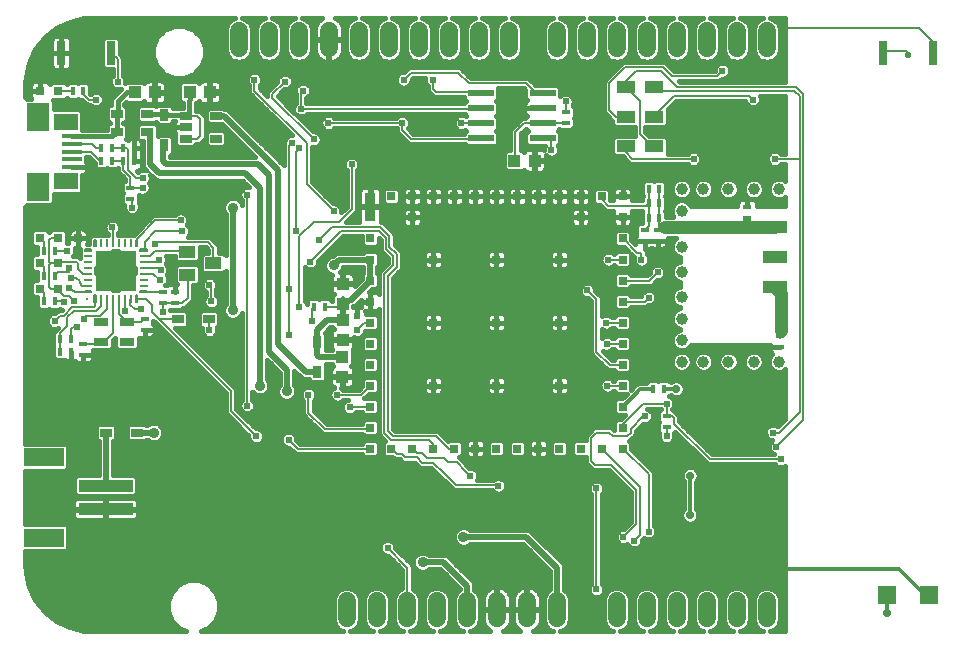
<source format=gtl>
G75*
%MOIN*%
%OFA0B0*%
%FSLAX25Y25*%
%IPPOS*%
%LPD*%
%AMOC8*
5,1,8,0,0,1.08239X$1,22.5*
%
%ADD10R,0.07874X0.04331*%
%ADD11R,0.04331X0.03937*%
%ADD12R,0.01800X0.03000*%
%ADD13R,0.03000X0.01800*%
%ADD14R,0.03819X0.09803*%
%ADD15R,0.02795X0.02795*%
%ADD16R,0.03937X0.04331*%
%ADD17R,0.03898X0.02717*%
%ADD18R,0.03150X0.03150*%
%ADD19R,0.03150X0.03937*%
%ADD20R,0.03150X0.07874*%
%ADD21C,0.05937*%
%ADD22C,0.00551*%
%ADD23R,0.01102X0.02756*%
%ADD24R,0.02756X0.01102*%
%ADD25R,0.13780X0.13780*%
%ADD26R,0.00984X0.00984*%
%ADD27R,0.05000X0.02500*%
%ADD28R,0.06693X0.01772*%
%ADD29R,0.08268X0.05807*%
%ADD30R,0.07480X0.09350*%
%ADD31R,0.03937X0.03150*%
%ADD32R,0.05512X0.03937*%
%ADD33R,0.05906X0.05906*%
%ADD34R,0.08661X0.02362*%
%ADD35R,0.18110X0.03937*%
%ADD36R,0.13386X0.06299*%
%ADD37R,0.06299X0.03937*%
%ADD38C,0.02400*%
%ADD39C,0.01600*%
%ADD40C,0.03200*%
%ADD41C,0.03600*%
%ADD42C,0.00600*%
%ADD43C,0.01200*%
%ADD44C,0.02200*%
%ADD45C,0.00800*%
%ADD46C,0.02000*%
%ADD47C,0.04331*%
%ADD48C,0.03962*%
%ADD49C,0.02800*%
D10*
X0279848Y0133561D03*
X0279848Y0143600D03*
X0279848Y0153639D03*
D11*
X0135648Y0134822D03*
X0135648Y0128129D03*
X0135598Y0122846D03*
X0135598Y0116154D03*
X0135548Y0110546D03*
X0135548Y0103854D03*
D12*
X0129648Y0127200D03*
X0126048Y0127200D03*
X0066048Y0175800D03*
X0062448Y0175800D03*
X0058848Y0175800D03*
X0055248Y0175800D03*
X0055248Y0180000D03*
X0058848Y0180000D03*
X0062448Y0180000D03*
X0066048Y0180000D03*
X0049248Y0199000D03*
X0045648Y0199000D03*
X0039648Y0145800D03*
X0036048Y0145800D03*
X0036048Y0137400D03*
X0039648Y0137400D03*
X0039648Y0129000D03*
X0036048Y0129000D03*
X0041448Y0116400D03*
X0045048Y0116400D03*
X0045048Y0112200D03*
X0041448Y0112200D03*
X0237648Y0156800D03*
X0241248Y0156800D03*
X0241248Y0161600D03*
X0237648Y0161600D03*
X0237648Y0166400D03*
X0241248Y0166400D03*
X0242698Y0099775D03*
X0239098Y0099775D03*
D13*
X0243648Y0090600D03*
X0243648Y0087000D03*
X0281448Y0113800D03*
X0281448Y0117400D03*
X0240711Y0149200D03*
X0236448Y0149200D03*
X0236448Y0152800D03*
X0240711Y0152800D03*
X0270448Y0156800D03*
X0270448Y0160400D03*
X0210048Y0188400D03*
X0210048Y0192000D03*
X0079848Y0132000D03*
X0079848Y0128400D03*
X0075648Y0128400D03*
X0075648Y0132000D03*
X0069648Y0123000D03*
X0069648Y0119400D03*
X0049248Y0114600D03*
X0049248Y0111000D03*
X0064848Y0163200D03*
X0064848Y0166800D03*
D14*
X0144848Y0160400D03*
D15*
X0151856Y0163904D03*
X0158864Y0163904D03*
X0165872Y0163904D03*
X0172879Y0163904D03*
X0179887Y0163904D03*
X0186895Y0163904D03*
X0193903Y0163904D03*
X0200911Y0163904D03*
X0207919Y0163904D03*
X0214927Y0163904D03*
X0221935Y0163904D03*
X0228942Y0163904D03*
X0228942Y0156896D03*
X0228942Y0149888D03*
X0228942Y0142880D03*
X0228942Y0135872D03*
X0228942Y0128865D03*
X0228942Y0121857D03*
X0228942Y0114849D03*
X0228942Y0107841D03*
X0228942Y0100833D03*
X0228942Y0093825D03*
X0228942Y0086817D03*
X0228942Y0079809D03*
X0221935Y0079809D03*
X0214927Y0079809D03*
X0207919Y0079809D03*
X0200911Y0079809D03*
X0193903Y0079809D03*
X0186895Y0079809D03*
X0179887Y0079809D03*
X0172879Y0079809D03*
X0165872Y0079809D03*
X0158864Y0079809D03*
X0151856Y0079809D03*
X0144848Y0079809D03*
X0144848Y0086817D03*
X0144848Y0093825D03*
X0144848Y0100833D03*
X0144848Y0107841D03*
X0144848Y0114849D03*
X0144848Y0121857D03*
X0144848Y0128865D03*
X0144848Y0135872D03*
X0144848Y0142880D03*
X0144848Y0149888D03*
X0158864Y0156896D03*
X0165872Y0142880D03*
X0186895Y0142880D03*
X0207919Y0142880D03*
X0214927Y0156896D03*
X0207919Y0121857D03*
X0186895Y0121857D03*
X0165872Y0121857D03*
X0165872Y0100833D03*
X0186895Y0100833D03*
X0207919Y0100833D03*
D16*
X0199594Y0175800D03*
X0192901Y0175800D03*
X0091294Y0198700D03*
X0084601Y0198700D03*
X0072994Y0198600D03*
X0066301Y0198600D03*
D17*
X0083269Y0190640D03*
X0083269Y0186900D03*
X0083269Y0183160D03*
X0093466Y0183160D03*
X0093466Y0190640D03*
D18*
X0040801Y0199000D03*
X0034895Y0199000D03*
X0034895Y0150000D03*
X0040801Y0150000D03*
X0040801Y0141600D03*
X0034895Y0141600D03*
X0034895Y0133200D03*
X0040801Y0133200D03*
D19*
X0076248Y0180882D03*
X0076248Y0191118D03*
X0127248Y0115518D03*
X0127248Y0105282D03*
D20*
X0058416Y0211800D03*
X0041880Y0211800D03*
X0315780Y0211800D03*
X0332316Y0211800D03*
D21*
X0277048Y0213231D02*
X0277048Y0219169D01*
X0267048Y0219169D02*
X0267048Y0213231D01*
X0257048Y0213231D02*
X0257048Y0219169D01*
X0247048Y0219169D02*
X0247048Y0213231D01*
X0237048Y0213231D02*
X0237048Y0219169D01*
X0227048Y0219169D02*
X0227048Y0213231D01*
X0217048Y0213231D02*
X0217048Y0219169D01*
X0207048Y0219169D02*
X0207048Y0213231D01*
X0191048Y0213231D02*
X0191048Y0219169D01*
X0181048Y0219169D02*
X0181048Y0213231D01*
X0171048Y0213231D02*
X0171048Y0219169D01*
X0161048Y0219169D02*
X0161048Y0213231D01*
X0151048Y0213231D02*
X0151048Y0219169D01*
X0141048Y0219169D02*
X0141048Y0213231D01*
X0131048Y0213231D02*
X0131048Y0219169D01*
X0121048Y0219169D02*
X0121048Y0213231D01*
X0111048Y0213231D02*
X0111048Y0219169D01*
X0101048Y0219169D02*
X0101048Y0213231D01*
X0137048Y0029169D02*
X0137048Y0023231D01*
X0147048Y0023231D02*
X0147048Y0029169D01*
X0157048Y0029169D02*
X0157048Y0023231D01*
X0167048Y0023231D02*
X0167048Y0029169D01*
X0177048Y0029169D02*
X0177048Y0023231D01*
X0187048Y0023231D02*
X0187048Y0029169D01*
X0197048Y0029169D02*
X0197048Y0023231D01*
X0207048Y0023231D02*
X0207048Y0029169D01*
X0227048Y0029169D02*
X0227048Y0023231D01*
X0237048Y0023231D02*
X0237048Y0029169D01*
X0247048Y0029169D02*
X0247048Y0023231D01*
X0257048Y0023231D02*
X0257048Y0029169D01*
X0267048Y0029169D02*
X0267048Y0023231D01*
X0277048Y0023231D02*
X0277048Y0029169D01*
D22*
X0070403Y0131934D02*
X0070403Y0132486D01*
X0070403Y0131934D02*
X0068197Y0131934D01*
X0068197Y0132486D01*
X0070403Y0132486D01*
X0070403Y0132484D02*
X0068197Y0132484D01*
X0067214Y0130951D02*
X0067214Y0128745D01*
X0066662Y0128745D01*
X0066662Y0130951D01*
X0067214Y0130951D01*
X0067214Y0129295D02*
X0066662Y0129295D01*
X0066662Y0129845D02*
X0067214Y0129845D01*
X0067214Y0130395D02*
X0066662Y0130395D01*
X0066662Y0130945D02*
X0067214Y0130945D01*
X0053434Y0130951D02*
X0053434Y0128745D01*
X0052882Y0128745D01*
X0052882Y0130951D01*
X0053434Y0130951D01*
X0053434Y0129295D02*
X0052882Y0129295D01*
X0052882Y0129845D02*
X0053434Y0129845D01*
X0053434Y0130395D02*
X0052882Y0130395D01*
X0052882Y0130945D02*
X0053434Y0130945D01*
X0051899Y0131934D02*
X0051899Y0132486D01*
X0051899Y0131934D02*
X0049693Y0131934D01*
X0049693Y0132486D01*
X0051899Y0132486D01*
X0051899Y0132484D02*
X0049693Y0132484D01*
X0051899Y0145714D02*
X0051899Y0146266D01*
X0051899Y0145714D02*
X0049693Y0145714D01*
X0049693Y0146266D01*
X0051899Y0146266D01*
X0051899Y0146264D02*
X0049693Y0146264D01*
X0053434Y0147249D02*
X0053434Y0149455D01*
X0053434Y0147249D02*
X0052882Y0147249D01*
X0052882Y0149455D01*
X0053434Y0149455D01*
X0053434Y0147799D02*
X0052882Y0147799D01*
X0052882Y0148349D02*
X0053434Y0148349D01*
X0053434Y0148899D02*
X0052882Y0148899D01*
X0052882Y0149449D02*
X0053434Y0149449D01*
X0067214Y0149455D02*
X0067214Y0147249D01*
X0066662Y0147249D01*
X0066662Y0149455D01*
X0067214Y0149455D01*
X0067214Y0147799D02*
X0066662Y0147799D01*
X0066662Y0148349D02*
X0067214Y0148349D01*
X0067214Y0148899D02*
X0066662Y0148899D01*
X0066662Y0149449D02*
X0067214Y0149449D01*
X0070403Y0146266D02*
X0070403Y0145714D01*
X0068197Y0145714D01*
X0068197Y0146266D01*
X0070403Y0146266D01*
X0070403Y0146264D02*
X0068197Y0146264D01*
D23*
X0064969Y0148352D03*
X0063001Y0148352D03*
X0061032Y0148352D03*
X0059064Y0148352D03*
X0057095Y0148352D03*
X0055127Y0148352D03*
X0055127Y0129848D03*
X0057095Y0129848D03*
X0059064Y0129848D03*
X0061032Y0129848D03*
X0063001Y0129848D03*
X0064969Y0129848D03*
D24*
X0069300Y0134179D03*
X0069300Y0136147D03*
X0069300Y0138116D03*
X0069300Y0140084D03*
X0069300Y0142053D03*
X0069300Y0144021D03*
X0050796Y0144021D03*
X0050796Y0142053D03*
X0050796Y0140084D03*
X0050796Y0138116D03*
X0050796Y0136147D03*
X0050796Y0134179D03*
D25*
X0060048Y0139100D03*
D26*
X0050540Y0129592D03*
D27*
X0055148Y0121900D03*
X0063748Y0121900D03*
X0063748Y0115300D03*
X0055148Y0115300D03*
D28*
X0045272Y0173682D03*
X0045272Y0176241D03*
X0045272Y0178800D03*
X0045272Y0181359D03*
X0045272Y0183918D03*
D29*
X0043303Y0188643D03*
X0043303Y0168957D03*
D30*
X0034248Y0167186D03*
X0034248Y0190414D03*
D31*
X0060330Y0191400D03*
X0060330Y0185400D03*
X0070566Y0185400D03*
X0070566Y0191400D03*
X0080730Y0123000D03*
X0090966Y0123000D03*
X0066966Y0085200D03*
X0056730Y0085200D03*
D32*
X0083917Y0137860D03*
X0092579Y0141600D03*
X0083917Y0145340D03*
D33*
X0317158Y0030975D03*
X0330938Y0030975D03*
D34*
X0202284Y0183300D03*
X0202284Y0188300D03*
X0202284Y0193300D03*
X0202284Y0198300D03*
X0181812Y0198300D03*
X0181812Y0193300D03*
X0181812Y0188300D03*
X0181812Y0183300D03*
D35*
X0056615Y0067537D03*
X0056615Y0059663D03*
D36*
X0036142Y0050214D03*
X0036142Y0076986D03*
D37*
X0229999Y0180600D03*
X0239448Y0180600D03*
X0239448Y0190443D03*
X0229999Y0190443D03*
X0229999Y0200285D03*
X0239448Y0200285D03*
D38*
X0262248Y0205800D03*
X0272448Y0196200D03*
X0279648Y0176400D03*
X0252648Y0176400D03*
X0210048Y0195600D03*
X0205248Y0179400D03*
X0175248Y0188400D03*
X0165648Y0202800D03*
X0156048Y0202800D03*
X0155448Y0188400D03*
X0138648Y0174600D03*
X0126048Y0183000D03*
X0121248Y0180000D03*
X0118848Y0181800D03*
X0130848Y0188400D03*
X0121848Y0193200D03*
X0122448Y0199200D03*
X0116448Y0202200D03*
X0106248Y0202800D03*
X0060648Y0202200D03*
X0053448Y0196200D03*
X0069071Y0170181D03*
X0069048Y0166800D03*
X0065448Y0160200D03*
X0058848Y0153600D03*
X0073248Y0148200D03*
X0074448Y0142800D03*
X0074982Y0139355D03*
X0074808Y0136200D03*
X0068356Y0126322D03*
X0063249Y0125843D03*
X0075648Y0125400D03*
X0091848Y0129000D03*
X0091248Y0134400D03*
X0091248Y0119400D03*
X0117648Y0117600D03*
X0125448Y0122400D03*
X0121248Y0127200D03*
X0117648Y0133200D03*
X0124848Y0142200D03*
X0127848Y0149400D03*
X0120048Y0152400D03*
X0132648Y0159000D03*
X0103848Y0164400D03*
X0081648Y0156000D03*
X0082248Y0152400D03*
X0043848Y0145800D03*
X0044448Y0139995D03*
X0045071Y0136731D03*
X0044555Y0133523D03*
X0046230Y0129203D03*
X0042771Y0128569D03*
X0039648Y0122400D03*
X0047238Y0120259D03*
X0049276Y0123006D03*
X0103848Y0094200D03*
X0106848Y0084000D03*
X0117648Y0082800D03*
X0138048Y0093600D03*
X0133848Y0097800D03*
X0124248Y0097800D03*
X0140448Y0119400D03*
X0140448Y0124200D03*
X0217248Y0132600D03*
X0223448Y0121800D03*
X0223648Y0114800D03*
X0223848Y0100800D03*
X0236448Y0090600D03*
X0243648Y0094800D03*
X0243648Y0084000D03*
X0220248Y0066600D03*
X0229248Y0050400D03*
X0232848Y0049200D03*
X0237648Y0052200D03*
X0220248Y0033000D03*
X0187491Y0067453D03*
X0178248Y0070800D03*
X0150648Y0046800D03*
X0237648Y0130200D03*
X0240648Y0138600D03*
X0235248Y0142800D03*
X0224161Y0142804D03*
X0279048Y0085200D03*
X0280248Y0080400D03*
X0281673Y0076275D03*
D39*
X0036350Y0025502D02*
X0033251Y0029389D01*
X0031094Y0033868D01*
X0029988Y0038714D01*
X0029848Y0041200D01*
X0029848Y0045665D01*
X0043415Y0045665D01*
X0044235Y0046485D01*
X0044235Y0053944D01*
X0043415Y0054764D01*
X0029848Y0054764D01*
X0029848Y0072436D01*
X0043415Y0072436D01*
X0044235Y0073256D01*
X0044235Y0080715D01*
X0043415Y0081535D01*
X0029848Y0081535D01*
X0029848Y0160517D01*
X0030441Y0161111D01*
X0038568Y0161111D01*
X0039388Y0161931D01*
X0039388Y0164654D01*
X0048017Y0164654D01*
X0048837Y0165474D01*
X0048837Y0170996D01*
X0048855Y0170996D01*
X0049313Y0171119D01*
X0049723Y0171356D01*
X0050058Y0171691D01*
X0050295Y0172101D01*
X0050418Y0172559D01*
X0050418Y0173682D01*
X0050418Y0174805D01*
X0050295Y0175262D01*
X0050058Y0175673D01*
X0050018Y0175713D01*
X0050018Y0177100D01*
X0050944Y0177100D01*
X0052948Y0175096D01*
X0052948Y0173720D01*
X0053768Y0172900D01*
X0056728Y0172900D01*
X0057048Y0173220D01*
X0057368Y0172900D01*
X0060328Y0172900D01*
X0060648Y0173220D01*
X0060748Y0173120D01*
X0060748Y0172096D01*
X0063148Y0169696D01*
X0063148Y0169100D01*
X0062768Y0169100D01*
X0061948Y0168280D01*
X0061948Y0165320D01*
X0062268Y0165000D01*
X0061948Y0164680D01*
X0061948Y0161720D01*
X0062768Y0160900D01*
X0062924Y0160900D01*
X0062848Y0160717D01*
X0062848Y0159683D01*
X0063244Y0158727D01*
X0063975Y0157996D01*
X0064931Y0157600D01*
X0065965Y0157600D01*
X0066921Y0157996D01*
X0067652Y0158727D01*
X0068048Y0159683D01*
X0068048Y0160717D01*
X0067666Y0161638D01*
X0067748Y0161720D01*
X0067748Y0164524D01*
X0068531Y0164200D01*
X0069565Y0164200D01*
X0070521Y0164596D01*
X0071252Y0165327D01*
X0071648Y0166283D01*
X0071648Y0167317D01*
X0071252Y0168273D01*
X0071046Y0168479D01*
X0071275Y0168708D01*
X0071671Y0169664D01*
X0071671Y0170698D01*
X0071470Y0171184D01*
X0072413Y0170241D01*
X0072413Y0170241D01*
X0073088Y0169565D01*
X0073971Y0169200D01*
X0102254Y0169200D01*
X0104517Y0166937D01*
X0104365Y0167000D01*
X0103331Y0167000D01*
X0102375Y0166604D01*
X0101644Y0165873D01*
X0101248Y0164917D01*
X0101248Y0163883D01*
X0101644Y0162927D01*
X0102148Y0162423D01*
X0102148Y0161078D01*
X0101761Y0162013D01*
X0100861Y0162913D01*
X0099684Y0163400D01*
X0098411Y0163400D01*
X0097235Y0162913D01*
X0096335Y0162013D01*
X0095848Y0160837D01*
X0095848Y0159563D01*
X0096335Y0158387D01*
X0096648Y0158075D01*
X0096648Y0144235D01*
X0095914Y0144968D01*
X0094279Y0144968D01*
X0094279Y0147573D01*
X0092348Y0149504D01*
X0091352Y0150500D01*
X0084025Y0150500D01*
X0084452Y0150927D01*
X0084848Y0151883D01*
X0084848Y0152917D01*
X0084452Y0153873D01*
X0083825Y0154500D01*
X0083852Y0154527D01*
X0084248Y0155483D01*
X0084248Y0156517D01*
X0083852Y0157473D01*
X0083121Y0158204D01*
X0082165Y0158600D01*
X0081131Y0158600D01*
X0080175Y0158204D01*
X0079671Y0157700D01*
X0072544Y0157700D01*
X0071548Y0156704D01*
X0065974Y0151130D01*
X0060764Y0151130D01*
X0060764Y0151839D01*
X0061052Y0152127D01*
X0061448Y0153083D01*
X0061448Y0154117D01*
X0061052Y0155073D01*
X0060321Y0155804D01*
X0059365Y0156200D01*
X0058331Y0156200D01*
X0057375Y0155804D01*
X0056644Y0155073D01*
X0056248Y0154117D01*
X0056248Y0153083D01*
X0056644Y0152127D01*
X0057364Y0151407D01*
X0057364Y0151130D01*
X0052189Y0151130D01*
X0051207Y0150148D01*
X0051207Y0147941D01*
X0050402Y0147941D01*
X0050638Y0148295D01*
X0050910Y0148950D01*
X0051048Y0149645D01*
X0051048Y0150000D01*
X0051048Y0150355D01*
X0050910Y0151050D01*
X0050638Y0151705D01*
X0050244Y0152295D01*
X0049743Y0152796D01*
X0049153Y0153190D01*
X0048498Y0153462D01*
X0047803Y0153600D01*
X0047448Y0153600D01*
X0047448Y0150000D01*
X0051048Y0150000D01*
X0047448Y0150000D01*
X0047448Y0150000D01*
X0047448Y0150000D01*
X0047448Y0146400D01*
X0047803Y0146400D01*
X0048018Y0146443D01*
X0048018Y0143434D01*
X0047552Y0143900D01*
X0045625Y0143900D01*
X0046052Y0144327D01*
X0046448Y0145283D01*
X0046448Y0146317D01*
X0046348Y0146559D01*
X0046398Y0146538D01*
X0047093Y0146400D01*
X0047448Y0146400D01*
X0047448Y0150000D01*
X0047448Y0150000D01*
X0047448Y0153600D01*
X0047093Y0153600D01*
X0046398Y0153462D01*
X0045743Y0153190D01*
X0045153Y0152796D01*
X0044652Y0152295D01*
X0044258Y0151705D01*
X0043986Y0151050D01*
X0043848Y0150355D01*
X0043848Y0150000D01*
X0047448Y0150000D01*
X0047448Y0150000D01*
X0043848Y0150000D01*
X0043848Y0149645D01*
X0043986Y0148950D01*
X0044214Y0148400D01*
X0043775Y0148400D01*
X0043775Y0152155D01*
X0042955Y0152975D01*
X0038646Y0152975D01*
X0037848Y0152177D01*
X0037050Y0152975D01*
X0032740Y0152975D01*
X0031920Y0152155D01*
X0031920Y0147845D01*
X0032740Y0147025D01*
X0033748Y0147025D01*
X0033748Y0144575D01*
X0032740Y0144575D01*
X0031920Y0143755D01*
X0031920Y0139445D01*
X0032740Y0138625D01*
X0033748Y0138625D01*
X0033748Y0136175D01*
X0032740Y0136175D01*
X0031920Y0135355D01*
X0031920Y0131045D01*
X0032740Y0130225D01*
X0033748Y0130225D01*
X0033748Y0126920D01*
X0034568Y0126100D01*
X0037528Y0126100D01*
X0037848Y0126420D01*
X0038168Y0126100D01*
X0041128Y0126100D01*
X0041365Y0126337D01*
X0042083Y0126040D01*
X0041944Y0125901D01*
X0040745Y0125901D01*
X0039844Y0125000D01*
X0039131Y0125000D01*
X0038175Y0124604D01*
X0037444Y0123873D01*
X0037048Y0122917D01*
X0037048Y0121883D01*
X0037444Y0120927D01*
X0038175Y0120196D01*
X0039131Y0119800D01*
X0040165Y0119800D01*
X0040657Y0120004D01*
X0039748Y0119095D01*
X0039748Y0119080D01*
X0039148Y0118480D01*
X0039148Y0114320D01*
X0039168Y0114300D01*
X0039148Y0114280D01*
X0039148Y0110120D01*
X0039968Y0109300D01*
X0042928Y0109300D01*
X0042965Y0109337D01*
X0043043Y0109260D01*
X0043453Y0109023D01*
X0043911Y0108900D01*
X0045048Y0108900D01*
X0046185Y0108900D01*
X0046356Y0108946D01*
X0046643Y0108660D01*
X0047053Y0108423D01*
X0047511Y0108300D01*
X0049248Y0108300D01*
X0050985Y0108300D01*
X0051443Y0108423D01*
X0051853Y0108660D01*
X0052188Y0108995D01*
X0052425Y0109405D01*
X0052548Y0109863D01*
X0052548Y0111000D01*
X0052548Y0112137D01*
X0052425Y0112595D01*
X0052393Y0112650D01*
X0058228Y0112650D01*
X0059048Y0113470D01*
X0059048Y0115996D01*
X0059848Y0116796D01*
X0059848Y0113470D01*
X0060668Y0112650D01*
X0066828Y0112650D01*
X0067648Y0113470D01*
X0067648Y0116770D01*
X0067911Y0116700D01*
X0069648Y0116700D01*
X0071385Y0116700D01*
X0071843Y0116823D01*
X0072253Y0117060D01*
X0072588Y0117395D01*
X0072825Y0117805D01*
X0072948Y0118263D01*
X0072948Y0119400D01*
X0072948Y0120537D01*
X0072825Y0120995D01*
X0072588Y0121405D01*
X0072511Y0121483D01*
X0072548Y0121520D01*
X0072548Y0122496D01*
X0073048Y0121996D01*
X0074044Y0121000D01*
X0096748Y0098296D01*
X0096748Y0091696D01*
X0104248Y0084196D01*
X0104248Y0083483D01*
X0104644Y0082527D01*
X0105375Y0081796D01*
X0106331Y0081400D01*
X0107365Y0081400D01*
X0108321Y0081796D01*
X0109052Y0082527D01*
X0109448Y0083483D01*
X0109448Y0084517D01*
X0109052Y0085473D01*
X0108321Y0086204D01*
X0107365Y0086600D01*
X0106652Y0086600D01*
X0100148Y0093104D01*
X0100148Y0099704D01*
X0099152Y0100700D01*
X0079827Y0120025D01*
X0083278Y0120025D01*
X0084098Y0120845D01*
X0084098Y0125155D01*
X0083278Y0125975D01*
X0078224Y0125975D01*
X0078172Y0126100D01*
X0081928Y0126100D01*
X0082528Y0126700D01*
X0082952Y0126700D01*
X0083948Y0127696D01*
X0085748Y0129496D01*
X0085748Y0134491D01*
X0087253Y0134491D01*
X0088073Y0135311D01*
X0088073Y0140408D01*
X0087253Y0141228D01*
X0080581Y0141228D01*
X0079761Y0140408D01*
X0079761Y0135311D01*
X0080373Y0134700D01*
X0079848Y0134700D01*
X0079848Y0132000D01*
X0079848Y0132000D01*
X0079848Y0134700D01*
X0078111Y0134700D01*
X0077653Y0134577D01*
X0077243Y0134340D01*
X0077202Y0134300D01*
X0076585Y0134300D01*
X0077012Y0134727D01*
X0077408Y0135683D01*
X0077408Y0136717D01*
X0077012Y0137673D01*
X0076994Y0137690D01*
X0077186Y0137882D01*
X0077582Y0138838D01*
X0077582Y0139872D01*
X0077186Y0140828D01*
X0076662Y0141352D01*
X0077048Y0142283D01*
X0077048Y0143317D01*
X0076724Y0144100D01*
X0079761Y0144100D01*
X0079761Y0142792D01*
X0080581Y0141972D01*
X0087253Y0141972D01*
X0088073Y0142792D01*
X0088073Y0147100D01*
X0089944Y0147100D01*
X0090879Y0146165D01*
X0090879Y0144968D01*
X0089243Y0144968D01*
X0088423Y0144148D01*
X0088423Y0139052D01*
X0089243Y0138231D01*
X0095914Y0138231D01*
X0096648Y0138965D01*
X0096648Y0128125D01*
X0096335Y0127813D01*
X0095848Y0126637D01*
X0095848Y0125363D01*
X0096335Y0124187D01*
X0097235Y0123287D01*
X0098411Y0122800D01*
X0099684Y0122800D01*
X0100861Y0123287D01*
X0101761Y0124187D01*
X0102148Y0125122D01*
X0102148Y0096177D01*
X0101644Y0095673D01*
X0101248Y0094717D01*
X0101248Y0093683D01*
X0101644Y0092727D01*
X0102375Y0091996D01*
X0103331Y0091600D01*
X0104365Y0091600D01*
X0105321Y0091996D01*
X0106052Y0092727D01*
X0106448Y0093683D01*
X0106448Y0094717D01*
X0106052Y0095673D01*
X0105548Y0096177D01*
X0105548Y0098775D01*
X0106235Y0098087D01*
X0107411Y0097600D01*
X0108684Y0097600D01*
X0109861Y0098087D01*
X0110761Y0098987D01*
X0111248Y0100163D01*
X0111248Y0101437D01*
X0110761Y0102613D01*
X0110448Y0102925D01*
X0110448Y0109406D01*
X0114648Y0105206D01*
X0114648Y0101125D01*
X0114335Y0100813D01*
X0113848Y0099637D01*
X0113848Y0098363D01*
X0114335Y0097187D01*
X0115235Y0096287D01*
X0116411Y0095800D01*
X0117684Y0095800D01*
X0118861Y0096287D01*
X0119761Y0097187D01*
X0120248Y0098363D01*
X0120248Y0099637D01*
X0119761Y0100813D01*
X0119448Y0101125D01*
X0119448Y0105806D01*
X0122007Y0103247D01*
X0122889Y0102882D01*
X0124273Y0102882D01*
X0124273Y0102733D01*
X0125093Y0101913D01*
X0129403Y0101913D01*
X0130223Y0102733D01*
X0130223Y0107830D01*
X0130107Y0107946D01*
X0132034Y0107946D01*
X0132557Y0107424D01*
X0132277Y0107262D01*
X0131942Y0106927D01*
X0131705Y0106517D01*
X0131583Y0106059D01*
X0131583Y0104038D01*
X0135364Y0104038D01*
X0135364Y0103669D01*
X0135732Y0103669D01*
X0135732Y0100085D01*
X0137950Y0100085D01*
X0138408Y0100208D01*
X0138819Y0100445D01*
X0139154Y0100780D01*
X0139391Y0101190D01*
X0139513Y0101648D01*
X0139513Y0103669D01*
X0135732Y0103669D01*
X0135732Y0104038D01*
X0139513Y0104038D01*
X0139513Y0106059D01*
X0139391Y0106517D01*
X0139154Y0106927D01*
X0138819Y0107262D01*
X0138539Y0107424D01*
X0139113Y0107998D01*
X0139113Y0112989D01*
X0139204Y0113080D01*
X0139441Y0113490D01*
X0139563Y0113948D01*
X0139563Y0115969D01*
X0135782Y0115969D01*
X0135782Y0116338D01*
X0139563Y0116338D01*
X0139563Y0116952D01*
X0139931Y0116800D01*
X0140965Y0116800D01*
X0141921Y0117196D01*
X0142652Y0117927D01*
X0143048Y0118883D01*
X0143048Y0119059D01*
X0146825Y0119059D01*
X0147646Y0119879D01*
X0147646Y0123834D01*
X0146825Y0124654D01*
X0143416Y0124654D01*
X0143333Y0125075D01*
X0143106Y0125621D01*
X0143046Y0125712D01*
X0143213Y0125667D01*
X0144848Y0125667D01*
X0146483Y0125667D01*
X0146940Y0125790D01*
X0147351Y0126027D01*
X0147686Y0126362D01*
X0147748Y0126469D01*
X0147748Y0084496D01*
X0148744Y0083500D01*
X0149757Y0082486D01*
X0149058Y0081787D01*
X0149058Y0077832D01*
X0149878Y0077012D01*
X0152249Y0077012D01*
X0153002Y0076259D01*
X0154640Y0076259D01*
X0154703Y0076196D01*
X0155699Y0075200D01*
X0159644Y0075200D01*
X0160398Y0074446D01*
X0161394Y0073450D01*
X0165144Y0073450D01*
X0167244Y0071349D01*
X0167244Y0071346D01*
X0171703Y0066887D01*
X0172699Y0065891D01*
X0185375Y0065891D01*
X0186018Y0065248D01*
X0186974Y0064853D01*
X0188008Y0064853D01*
X0188964Y0065248D01*
X0189695Y0065980D01*
X0190091Y0066935D01*
X0190091Y0067970D01*
X0189695Y0068925D01*
X0188964Y0069657D01*
X0188008Y0070053D01*
X0186974Y0070053D01*
X0186018Y0069657D01*
X0185653Y0069291D01*
X0180416Y0069291D01*
X0180452Y0069327D01*
X0180848Y0070283D01*
X0180848Y0071317D01*
X0180452Y0072273D01*
X0179721Y0073004D01*
X0178765Y0073400D01*
X0177758Y0073400D01*
X0175298Y0076065D01*
X0175298Y0076104D01*
X0174824Y0076578D01*
X0174424Y0077012D01*
X0174857Y0077012D01*
X0175677Y0077832D01*
X0175677Y0081787D01*
X0174857Y0082607D01*
X0170902Y0082607D01*
X0170773Y0082479D01*
X0168548Y0084704D01*
X0167552Y0085700D01*
X0153152Y0085700D01*
X0152348Y0086504D01*
X0152348Y0136696D01*
X0155348Y0139696D01*
X0155348Y0145304D01*
X0154352Y0146300D01*
X0152948Y0147704D01*
X0152948Y0151304D01*
X0149948Y0154304D01*
X0148952Y0155300D01*
X0148557Y0155300D01*
X0148557Y0160245D01*
X0145003Y0160245D01*
X0145003Y0160555D01*
X0148557Y0160555D01*
X0148557Y0165539D01*
X0148435Y0165996D01*
X0148198Y0166407D01*
X0147863Y0166742D01*
X0147452Y0166979D01*
X0146994Y0167102D01*
X0145003Y0167102D01*
X0145003Y0160555D01*
X0144693Y0160555D01*
X0144693Y0167102D01*
X0142702Y0167102D01*
X0142244Y0166979D01*
X0141833Y0166742D01*
X0141498Y0166407D01*
X0141261Y0165996D01*
X0141138Y0165539D01*
X0141138Y0160555D01*
X0144693Y0160555D01*
X0144693Y0160245D01*
X0141138Y0160245D01*
X0141138Y0155300D01*
X0136752Y0155300D01*
X0139352Y0157900D01*
X0140348Y0158896D01*
X0140348Y0172623D01*
X0140852Y0173127D01*
X0141248Y0174083D01*
X0141248Y0175117D01*
X0140852Y0176073D01*
X0140121Y0176804D01*
X0139165Y0177200D01*
X0138131Y0177200D01*
X0137175Y0176804D01*
X0136444Y0176073D01*
X0136048Y0175117D01*
X0136048Y0174083D01*
X0136444Y0173127D01*
X0136948Y0172623D01*
X0136948Y0160304D01*
X0135248Y0158604D01*
X0135248Y0159517D01*
X0134852Y0160473D01*
X0134121Y0161204D01*
X0133165Y0161600D01*
X0132452Y0161600D01*
X0125348Y0168704D01*
X0125348Y0180476D01*
X0125531Y0180400D01*
X0126565Y0180400D01*
X0127521Y0180796D01*
X0128252Y0181527D01*
X0128648Y0182483D01*
X0128648Y0183517D01*
X0128252Y0184473D01*
X0127521Y0185204D01*
X0126565Y0185600D01*
X0125852Y0185600D01*
X0120514Y0190938D01*
X0121331Y0190600D01*
X0122365Y0190600D01*
X0123321Y0190996D01*
X0123825Y0191500D01*
X0176120Y0191500D01*
X0176820Y0190800D01*
X0176652Y0190632D01*
X0175765Y0191000D01*
X0174731Y0191000D01*
X0173775Y0190604D01*
X0173044Y0189873D01*
X0172648Y0188917D01*
X0172648Y0187883D01*
X0173044Y0186927D01*
X0173775Y0186196D01*
X0174731Y0185800D01*
X0175765Y0185800D01*
X0176511Y0186109D01*
X0176820Y0185800D01*
X0176081Y0185061D01*
X0176081Y0184700D01*
X0159152Y0184700D01*
X0157288Y0186564D01*
X0157652Y0186927D01*
X0158048Y0187883D01*
X0158048Y0188917D01*
X0157652Y0189873D01*
X0156921Y0190604D01*
X0155965Y0191000D01*
X0154931Y0191000D01*
X0153975Y0190604D01*
X0153471Y0190100D01*
X0132825Y0190100D01*
X0132321Y0190604D01*
X0131365Y0191000D01*
X0130331Y0191000D01*
X0129375Y0190604D01*
X0128644Y0189873D01*
X0128248Y0188917D01*
X0128248Y0187883D01*
X0128644Y0186927D01*
X0129375Y0186196D01*
X0130331Y0185800D01*
X0131365Y0185800D01*
X0132321Y0186196D01*
X0132825Y0186700D01*
X0153471Y0186700D01*
X0153748Y0186423D01*
X0153748Y0185296D01*
X0154744Y0184300D01*
X0156748Y0182296D01*
X0157744Y0181300D01*
X0176320Y0181300D01*
X0176901Y0180719D01*
X0186722Y0180719D01*
X0187542Y0181539D01*
X0187542Y0185061D01*
X0186803Y0185800D01*
X0187542Y0186539D01*
X0187542Y0190061D01*
X0186803Y0190800D01*
X0187542Y0191539D01*
X0187542Y0195061D01*
X0186803Y0195800D01*
X0187542Y0196539D01*
X0187542Y0199900D01*
X0196144Y0199900D01*
X0196553Y0199490D01*
X0196553Y0196539D01*
X0197053Y0196040D01*
X0196848Y0195921D01*
X0196513Y0195586D01*
X0196276Y0195176D01*
X0196153Y0194718D01*
X0196153Y0193300D01*
X0202284Y0193300D01*
X0202284Y0193300D01*
X0196153Y0193300D01*
X0196153Y0191882D01*
X0196276Y0191424D01*
X0196513Y0191014D01*
X0196848Y0190679D01*
X0197053Y0190560D01*
X0196553Y0190061D01*
X0196553Y0190000D01*
X0195444Y0190000D01*
X0194448Y0189004D01*
X0191548Y0186104D01*
X0191548Y0179365D01*
X0190353Y0179365D01*
X0189533Y0178545D01*
X0189533Y0173055D01*
X0190353Y0172235D01*
X0195450Y0172235D01*
X0196024Y0172809D01*
X0196186Y0172529D01*
X0196521Y0172194D01*
X0196931Y0171957D01*
X0197389Y0171835D01*
X0199410Y0171835D01*
X0199410Y0175616D01*
X0199779Y0175616D01*
X0199779Y0175984D01*
X0203363Y0175984D01*
X0203363Y0177608D01*
X0203775Y0177196D01*
X0204731Y0176800D01*
X0205765Y0176800D01*
X0206721Y0177196D01*
X0207452Y0177927D01*
X0207848Y0178883D01*
X0207848Y0179917D01*
X0207452Y0180873D01*
X0207400Y0180925D01*
X0208015Y0181539D01*
X0208015Y0185061D01*
X0207276Y0185800D01*
X0207772Y0186296D01*
X0207968Y0186100D01*
X0212128Y0186100D01*
X0212948Y0186920D01*
X0212948Y0189880D01*
X0212628Y0190200D01*
X0212948Y0190520D01*
X0212948Y0193480D01*
X0212266Y0194162D01*
X0212648Y0195083D01*
X0212648Y0196117D01*
X0212252Y0197073D01*
X0211521Y0197804D01*
X0210565Y0198200D01*
X0209531Y0198200D01*
X0208575Y0197804D01*
X0208015Y0197244D01*
X0208015Y0200061D01*
X0207195Y0200881D01*
X0199971Y0200881D01*
X0197552Y0203300D01*
X0178352Y0203300D01*
X0174752Y0206900D01*
X0157744Y0206900D01*
X0156748Y0205904D01*
X0156244Y0205400D01*
X0155531Y0205400D01*
X0154575Y0205004D01*
X0153844Y0204273D01*
X0153448Y0203317D01*
X0153448Y0202283D01*
X0153844Y0201327D01*
X0154575Y0200596D01*
X0155531Y0200200D01*
X0156565Y0200200D01*
X0157521Y0200596D01*
X0158252Y0201327D01*
X0158648Y0202283D01*
X0158648Y0202996D01*
X0159152Y0203500D01*
X0163124Y0203500D01*
X0163048Y0203317D01*
X0163048Y0202283D01*
X0163444Y0201327D01*
X0163948Y0200823D01*
X0163948Y0199096D01*
X0164944Y0198100D01*
X0165148Y0197896D01*
X0166144Y0196900D01*
X0176081Y0196900D01*
X0176081Y0196539D01*
X0176820Y0195800D01*
X0176081Y0195061D01*
X0176081Y0194900D01*
X0123825Y0194900D01*
X0123548Y0195177D01*
X0123548Y0196841D01*
X0123921Y0196996D01*
X0124652Y0197727D01*
X0125048Y0198683D01*
X0125048Y0199717D01*
X0124652Y0200673D01*
X0123921Y0201404D01*
X0122965Y0201800D01*
X0121931Y0201800D01*
X0120975Y0201404D01*
X0120244Y0200673D01*
X0119848Y0199717D01*
X0119848Y0198683D01*
X0120148Y0197959D01*
X0120148Y0195177D01*
X0119644Y0194673D01*
X0119248Y0193717D01*
X0119248Y0192683D01*
X0119586Y0191866D01*
X0114052Y0197400D01*
X0116252Y0199600D01*
X0116965Y0199600D01*
X0117921Y0199996D01*
X0118652Y0200727D01*
X0119048Y0201683D01*
X0119048Y0202717D01*
X0118652Y0203673D01*
X0117921Y0204404D01*
X0116965Y0204800D01*
X0115931Y0204800D01*
X0114975Y0204404D01*
X0114244Y0203673D01*
X0113848Y0202717D01*
X0113848Y0202004D01*
X0110548Y0198704D01*
X0110548Y0197304D01*
X0107948Y0199904D01*
X0107948Y0200823D01*
X0108452Y0201327D01*
X0108848Y0202283D01*
X0108848Y0203317D01*
X0108452Y0204273D01*
X0107721Y0205004D01*
X0106765Y0205400D01*
X0105731Y0205400D01*
X0104775Y0205004D01*
X0104044Y0204273D01*
X0103648Y0203317D01*
X0103648Y0202283D01*
X0104044Y0201327D01*
X0104548Y0200823D01*
X0104548Y0198496D01*
X0105544Y0197500D01*
X0118644Y0184400D01*
X0118331Y0184400D01*
X0117375Y0184004D01*
X0116644Y0183273D01*
X0116248Y0182317D01*
X0116248Y0181604D01*
X0115948Y0181304D01*
X0115948Y0174294D01*
X0098083Y0192159D01*
X0097407Y0192835D01*
X0096525Y0193200D01*
X0096193Y0193200D01*
X0095995Y0193398D01*
X0090937Y0193398D01*
X0090117Y0192578D01*
X0090117Y0188702D01*
X0090937Y0187882D01*
X0095572Y0187882D01*
X0106454Y0177000D01*
X0078048Y0177000D01*
X0078048Y0177513D01*
X0078403Y0177513D01*
X0079223Y0178333D01*
X0079223Y0183430D01*
X0078403Y0184250D01*
X0074093Y0184250D01*
X0073935Y0184092D01*
X0073935Y0187555D01*
X0073114Y0188375D01*
X0068018Y0188375D01*
X0067198Y0187555D01*
X0067198Y0183297D01*
X0067185Y0183300D01*
X0066048Y0183300D01*
X0066048Y0180000D01*
X0068748Y0180000D01*
X0068748Y0181737D01*
X0068625Y0182195D01*
X0068492Y0182425D01*
X0069048Y0182425D01*
X0069048Y0174123D01*
X0069413Y0173241D01*
X0070074Y0172580D01*
X0069588Y0172781D01*
X0068554Y0172781D01*
X0067598Y0172385D01*
X0067333Y0172120D01*
X0066952Y0172500D01*
X0067185Y0172500D01*
X0067643Y0172623D01*
X0068053Y0172860D01*
X0068388Y0173195D01*
X0068625Y0173605D01*
X0068748Y0174063D01*
X0068748Y0175800D01*
X0068748Y0177537D01*
X0068651Y0177900D01*
X0068748Y0178263D01*
X0068748Y0180000D01*
X0066048Y0180000D01*
X0066048Y0180000D01*
X0066048Y0180000D01*
X0066048Y0175800D01*
X0068748Y0175800D01*
X0066048Y0175800D01*
X0066048Y0175800D01*
X0066048Y0175800D01*
X0066048Y0179100D01*
X0066048Y0180000D01*
X0066048Y0180000D01*
X0066048Y0183300D01*
X0064911Y0183300D01*
X0064453Y0183177D01*
X0064043Y0182940D01*
X0063965Y0182863D01*
X0063928Y0182900D01*
X0063353Y0182900D01*
X0063698Y0183245D01*
X0063698Y0187555D01*
X0062878Y0188375D01*
X0062530Y0188375D01*
X0062530Y0188425D01*
X0062878Y0188425D01*
X0063698Y0189245D01*
X0063698Y0193555D01*
X0062878Y0194375D01*
X0062848Y0194375D01*
X0062848Y0194689D01*
X0063473Y0195314D01*
X0063753Y0195035D01*
X0068850Y0195035D01*
X0069424Y0195609D01*
X0069586Y0195329D01*
X0069921Y0194994D01*
X0070331Y0194757D01*
X0070789Y0194635D01*
X0072810Y0194635D01*
X0072810Y0198416D01*
X0073179Y0198416D01*
X0073179Y0198784D01*
X0076763Y0198784D01*
X0076763Y0201002D01*
X0076640Y0201460D01*
X0076403Y0201871D01*
X0076068Y0202206D01*
X0075658Y0202443D01*
X0075200Y0202565D01*
X0073179Y0202565D01*
X0073179Y0198784D01*
X0072810Y0198784D01*
X0072810Y0202565D01*
X0070789Y0202565D01*
X0070331Y0202443D01*
X0069921Y0202206D01*
X0069586Y0201871D01*
X0069424Y0201591D01*
X0068850Y0202165D01*
X0063753Y0202165D01*
X0063232Y0201644D01*
X0063248Y0201683D01*
X0063248Y0202717D01*
X0062852Y0203673D01*
X0062348Y0204177D01*
X0062348Y0210272D01*
X0061390Y0211229D01*
X0061390Y0216317D01*
X0060570Y0217137D01*
X0056261Y0217137D01*
X0055441Y0216317D01*
X0055441Y0207283D01*
X0056261Y0206463D01*
X0058948Y0206463D01*
X0058948Y0204177D01*
X0058444Y0203673D01*
X0058048Y0202717D01*
X0058048Y0201683D01*
X0058444Y0200727D01*
X0059175Y0199996D01*
X0060131Y0199600D01*
X0061165Y0199600D01*
X0061799Y0199863D01*
X0061448Y0199511D01*
X0058448Y0196511D01*
X0058448Y0194375D01*
X0057781Y0194375D01*
X0056961Y0193555D01*
X0056961Y0189245D01*
X0057781Y0188425D01*
X0058130Y0188425D01*
X0058130Y0188375D01*
X0057781Y0188375D01*
X0056961Y0187555D01*
X0056961Y0186118D01*
X0049284Y0186118D01*
X0049198Y0186204D01*
X0048837Y0186204D01*
X0048837Y0192126D01*
X0048017Y0192946D01*
X0039388Y0192946D01*
X0039388Y0195669D01*
X0039032Y0196025D01*
X0042955Y0196025D01*
X0043599Y0196669D01*
X0044168Y0196100D01*
X0047128Y0196100D01*
X0047448Y0196420D01*
X0047768Y0196100D01*
X0048744Y0196100D01*
X0049348Y0195496D01*
X0050344Y0194500D01*
X0051471Y0194500D01*
X0051975Y0193996D01*
X0052931Y0193600D01*
X0053965Y0193600D01*
X0054921Y0193996D01*
X0055652Y0194727D01*
X0056048Y0195683D01*
X0056048Y0196717D01*
X0055652Y0197673D01*
X0054921Y0198404D01*
X0053965Y0198800D01*
X0052931Y0198800D01*
X0051975Y0198404D01*
X0051612Y0198041D01*
X0051548Y0198104D01*
X0051548Y0201080D01*
X0050728Y0201900D01*
X0047768Y0201900D01*
X0047448Y0201580D01*
X0047128Y0201900D01*
X0044168Y0201900D01*
X0043599Y0201331D01*
X0042955Y0201975D01*
X0038646Y0201975D01*
X0038072Y0201401D01*
X0037910Y0201680D01*
X0037575Y0202015D01*
X0037165Y0202252D01*
X0036707Y0202375D01*
X0034895Y0202375D01*
X0033083Y0202375D01*
X0032626Y0202252D01*
X0032215Y0202015D01*
X0031880Y0201680D01*
X0031643Y0201270D01*
X0031520Y0200812D01*
X0031520Y0199000D01*
X0031520Y0197188D01*
X0031643Y0196730D01*
X0031782Y0196489D01*
X0030441Y0196489D01*
X0029848Y0197083D01*
X0029848Y0201200D01*
X0029988Y0203686D01*
X0031094Y0208532D01*
X0033251Y0213011D01*
X0036350Y0216898D01*
X0040237Y0219997D01*
X0044716Y0222154D01*
X0049562Y0223260D01*
X0052048Y0223400D01*
X0099848Y0223400D01*
X0098573Y0222872D01*
X0097345Y0221643D01*
X0096679Y0220037D01*
X0096679Y0212363D01*
X0097345Y0210757D01*
X0098573Y0209528D01*
X0100179Y0208863D01*
X0101917Y0208863D01*
X0103523Y0209528D01*
X0104751Y0210757D01*
X0105416Y0212363D01*
X0105416Y0220037D01*
X0104751Y0221643D01*
X0103523Y0222872D01*
X0102248Y0223400D01*
X0109848Y0223400D01*
X0108573Y0222872D01*
X0107345Y0221643D01*
X0106679Y0220037D01*
X0106679Y0212363D01*
X0107345Y0210757D01*
X0108573Y0209528D01*
X0110179Y0208863D01*
X0111917Y0208863D01*
X0113523Y0209528D01*
X0114751Y0210757D01*
X0115416Y0212363D01*
X0115416Y0220037D01*
X0114751Y0221643D01*
X0113523Y0222872D01*
X0112248Y0223400D01*
X0119848Y0223400D01*
X0118573Y0222872D01*
X0117345Y0221643D01*
X0116679Y0220037D01*
X0116679Y0212363D01*
X0117345Y0210757D01*
X0118573Y0209528D01*
X0120179Y0208863D01*
X0121917Y0208863D01*
X0123523Y0209528D01*
X0124751Y0210757D01*
X0125416Y0212363D01*
X0125416Y0220037D01*
X0124751Y0221643D01*
X0123523Y0222872D01*
X0122248Y0223400D01*
X0128849Y0223400D01*
X0128549Y0223247D01*
X0127941Y0222806D01*
X0127411Y0222275D01*
X0126970Y0221668D01*
X0126629Y0220999D01*
X0126397Y0220285D01*
X0126279Y0219544D01*
X0126279Y0216384D01*
X0130864Y0216384D01*
X0130864Y0216016D01*
X0131232Y0216016D01*
X0131232Y0216384D01*
X0135816Y0216384D01*
X0135816Y0219544D01*
X0135699Y0220285D01*
X0135467Y0220999D01*
X0135126Y0221668D01*
X0134685Y0222275D01*
X0134154Y0222806D01*
X0133547Y0223247D01*
X0133247Y0223400D01*
X0139848Y0223400D01*
X0138573Y0222872D01*
X0137345Y0221643D01*
X0136679Y0220037D01*
X0136679Y0212363D01*
X0137345Y0210757D01*
X0138573Y0209528D01*
X0140179Y0208863D01*
X0141917Y0208863D01*
X0143523Y0209528D01*
X0144751Y0210757D01*
X0145416Y0212363D01*
X0145416Y0220037D01*
X0144751Y0221643D01*
X0143523Y0222872D01*
X0142248Y0223400D01*
X0149848Y0223400D01*
X0148573Y0222872D01*
X0147345Y0221643D01*
X0146679Y0220037D01*
X0146679Y0212363D01*
X0147345Y0210757D01*
X0148573Y0209528D01*
X0150179Y0208863D01*
X0151917Y0208863D01*
X0153523Y0209528D01*
X0154751Y0210757D01*
X0155416Y0212363D01*
X0155416Y0220037D01*
X0154751Y0221643D01*
X0153523Y0222872D01*
X0152248Y0223400D01*
X0159848Y0223400D01*
X0158573Y0222872D01*
X0157345Y0221643D01*
X0156679Y0220037D01*
X0156679Y0212363D01*
X0157345Y0210757D01*
X0158573Y0209528D01*
X0160179Y0208863D01*
X0161917Y0208863D01*
X0163523Y0209528D01*
X0164751Y0210757D01*
X0165416Y0212363D01*
X0165416Y0220037D01*
X0164751Y0221643D01*
X0163523Y0222872D01*
X0162248Y0223400D01*
X0169848Y0223400D01*
X0168573Y0222872D01*
X0167345Y0221643D01*
X0166679Y0220037D01*
X0166679Y0212363D01*
X0167345Y0210757D01*
X0168573Y0209528D01*
X0170179Y0208863D01*
X0171917Y0208863D01*
X0173523Y0209528D01*
X0174751Y0210757D01*
X0175416Y0212363D01*
X0175416Y0220037D01*
X0174751Y0221643D01*
X0173523Y0222872D01*
X0172248Y0223400D01*
X0179848Y0223400D01*
X0178573Y0222872D01*
X0177345Y0221643D01*
X0176679Y0220037D01*
X0176679Y0212363D01*
X0177345Y0210757D01*
X0178573Y0209528D01*
X0180179Y0208863D01*
X0181917Y0208863D01*
X0183523Y0209528D01*
X0184751Y0210757D01*
X0185416Y0212363D01*
X0185416Y0220037D01*
X0184751Y0221643D01*
X0183523Y0222872D01*
X0182248Y0223400D01*
X0189848Y0223400D01*
X0188573Y0222872D01*
X0187345Y0221643D01*
X0186679Y0220037D01*
X0186679Y0212363D01*
X0187345Y0210757D01*
X0188573Y0209528D01*
X0190179Y0208863D01*
X0191917Y0208863D01*
X0193523Y0209528D01*
X0194751Y0210757D01*
X0195416Y0212363D01*
X0195416Y0220037D01*
X0194751Y0221643D01*
X0193523Y0222872D01*
X0192248Y0223400D01*
X0205848Y0223400D01*
X0204573Y0222872D01*
X0203345Y0221643D01*
X0202679Y0220037D01*
X0202679Y0212363D01*
X0203345Y0210757D01*
X0204573Y0209528D01*
X0206179Y0208863D01*
X0207917Y0208863D01*
X0209523Y0209528D01*
X0210751Y0210757D01*
X0211416Y0212363D01*
X0211416Y0220037D01*
X0210751Y0221643D01*
X0209523Y0222872D01*
X0208248Y0223400D01*
X0215848Y0223400D01*
X0214573Y0222872D01*
X0213345Y0221643D01*
X0212679Y0220037D01*
X0212679Y0212363D01*
X0213345Y0210757D01*
X0214573Y0209528D01*
X0216179Y0208863D01*
X0217917Y0208863D01*
X0219523Y0209528D01*
X0220751Y0210757D01*
X0221416Y0212363D01*
X0221416Y0220037D01*
X0220751Y0221643D01*
X0219523Y0222872D01*
X0218248Y0223400D01*
X0225848Y0223400D01*
X0224573Y0222872D01*
X0223345Y0221643D01*
X0222679Y0220037D01*
X0222679Y0212363D01*
X0223345Y0210757D01*
X0224573Y0209528D01*
X0226179Y0208863D01*
X0227917Y0208863D01*
X0229523Y0209528D01*
X0230751Y0210757D01*
X0231416Y0212363D01*
X0231416Y0220037D01*
X0230751Y0221643D01*
X0229523Y0222872D01*
X0228248Y0223400D01*
X0235848Y0223400D01*
X0234573Y0222872D01*
X0233345Y0221643D01*
X0232679Y0220037D01*
X0232679Y0212363D01*
X0233345Y0210757D01*
X0234573Y0209528D01*
X0236179Y0208863D01*
X0237917Y0208863D01*
X0239523Y0209528D01*
X0240751Y0210757D01*
X0241416Y0212363D01*
X0241416Y0220037D01*
X0240751Y0221643D01*
X0239523Y0222872D01*
X0238248Y0223400D01*
X0245848Y0223400D01*
X0244573Y0222872D01*
X0243345Y0221643D01*
X0242679Y0220037D01*
X0242679Y0212363D01*
X0243345Y0210757D01*
X0244573Y0209528D01*
X0246179Y0208863D01*
X0247917Y0208863D01*
X0249523Y0209528D01*
X0250751Y0210757D01*
X0251416Y0212363D01*
X0251416Y0220037D01*
X0250751Y0221643D01*
X0249523Y0222872D01*
X0248248Y0223400D01*
X0255848Y0223400D01*
X0254573Y0222872D01*
X0253345Y0221643D01*
X0252679Y0220037D01*
X0252679Y0212363D01*
X0253345Y0210757D01*
X0254573Y0209528D01*
X0256179Y0208863D01*
X0257917Y0208863D01*
X0259523Y0209528D01*
X0260751Y0210757D01*
X0261416Y0212363D01*
X0261416Y0220037D01*
X0260751Y0221643D01*
X0259523Y0222872D01*
X0258248Y0223400D01*
X0265848Y0223400D01*
X0264573Y0222872D01*
X0263345Y0221643D01*
X0262679Y0220037D01*
X0262679Y0212363D01*
X0263345Y0210757D01*
X0264573Y0209528D01*
X0266179Y0208863D01*
X0267917Y0208863D01*
X0269523Y0209528D01*
X0270751Y0210757D01*
X0271416Y0212363D01*
X0271416Y0220037D01*
X0270751Y0221643D01*
X0269523Y0222872D01*
X0268248Y0223400D01*
X0275848Y0223400D01*
X0274573Y0222872D01*
X0273345Y0221643D01*
X0272679Y0220037D01*
X0272679Y0212363D01*
X0273345Y0210757D01*
X0274573Y0209528D01*
X0276179Y0208863D01*
X0277917Y0208863D01*
X0279523Y0209528D01*
X0280751Y0210757D01*
X0281416Y0212363D01*
X0281416Y0220037D01*
X0280751Y0221643D01*
X0279523Y0222872D01*
X0278248Y0223400D01*
X0283248Y0223400D01*
X0283248Y0202100D01*
X0247952Y0202100D01*
X0247752Y0202300D01*
X0261152Y0202300D01*
X0262052Y0203200D01*
X0262765Y0203200D01*
X0263721Y0203596D01*
X0264452Y0204327D01*
X0264848Y0205283D01*
X0264848Y0206317D01*
X0264452Y0207273D01*
X0263721Y0208004D01*
X0262765Y0208400D01*
X0261731Y0208400D01*
X0260775Y0208004D01*
X0260044Y0207273D01*
X0259648Y0206317D01*
X0259648Y0205700D01*
X0246152Y0205700D01*
X0243152Y0208700D01*
X0229144Y0208700D01*
X0228148Y0207704D01*
X0222748Y0202304D01*
X0222748Y0191896D01*
X0223744Y0190900D01*
X0225450Y0189194D01*
X0225450Y0187894D01*
X0226270Y0187074D01*
X0232948Y0187074D01*
X0232948Y0184096D01*
X0233075Y0183968D01*
X0226270Y0183968D01*
X0225450Y0183148D01*
X0225450Y0178052D01*
X0226270Y0177231D01*
X0229012Y0177231D01*
X0230548Y0175696D01*
X0231544Y0174700D01*
X0250671Y0174700D01*
X0251175Y0174196D01*
X0252131Y0173800D01*
X0253165Y0173800D01*
X0254121Y0174196D01*
X0254852Y0174927D01*
X0255248Y0175883D01*
X0255248Y0176917D01*
X0254852Y0177873D01*
X0254121Y0178604D01*
X0253165Y0179000D01*
X0252131Y0179000D01*
X0251175Y0178604D01*
X0250671Y0178100D01*
X0243998Y0178100D01*
X0243998Y0183148D01*
X0243177Y0183968D01*
X0237884Y0183968D01*
X0236348Y0185504D01*
X0236348Y0187074D01*
X0243177Y0187074D01*
X0243998Y0187894D01*
X0243998Y0192945D01*
X0246752Y0195700D01*
X0269848Y0195700D01*
X0269848Y0195683D01*
X0270244Y0194727D01*
X0270975Y0193996D01*
X0271931Y0193600D01*
X0272965Y0193600D01*
X0273921Y0193996D01*
X0274652Y0194727D01*
X0275048Y0195683D01*
X0275048Y0196717D01*
X0274724Y0197500D01*
X0283248Y0197500D01*
X0283248Y0178100D01*
X0281625Y0178100D01*
X0281121Y0178604D01*
X0280165Y0179000D01*
X0279131Y0179000D01*
X0278175Y0178604D01*
X0277444Y0177873D01*
X0277048Y0176917D01*
X0277048Y0175883D01*
X0277444Y0174927D01*
X0278175Y0174196D01*
X0279131Y0173800D01*
X0280165Y0173800D01*
X0281121Y0174196D01*
X0281625Y0174700D01*
X0283248Y0174700D01*
X0283248Y0168982D01*
X0282963Y0169266D01*
X0281720Y0169781D01*
X0280375Y0169781D01*
X0279133Y0169266D01*
X0278182Y0168315D01*
X0277667Y0167073D01*
X0277667Y0165727D01*
X0278182Y0164485D01*
X0279133Y0163534D01*
X0280375Y0163019D01*
X0281720Y0163019D01*
X0282963Y0163534D01*
X0283248Y0163818D01*
X0283248Y0160800D01*
X0273748Y0160800D01*
X0273748Y0161537D01*
X0273625Y0161995D01*
X0273388Y0162405D01*
X0273053Y0162740D01*
X0272643Y0162977D01*
X0272488Y0163019D01*
X0273320Y0163019D01*
X0274563Y0163534D01*
X0275514Y0164485D01*
X0276029Y0165727D01*
X0276029Y0167073D01*
X0275514Y0168315D01*
X0274563Y0169266D01*
X0273320Y0169781D01*
X0271975Y0169781D01*
X0270733Y0169266D01*
X0269782Y0168315D01*
X0269267Y0167073D01*
X0269267Y0165727D01*
X0269782Y0164485D01*
X0270733Y0163534D01*
X0271780Y0163100D01*
X0270448Y0163100D01*
X0270448Y0160800D01*
X0270448Y0160800D01*
X0270448Y0163100D01*
X0268711Y0163100D01*
X0268253Y0162977D01*
X0267843Y0162740D01*
X0267508Y0162405D01*
X0267271Y0161995D01*
X0267148Y0161537D01*
X0267148Y0160800D01*
X0251645Y0160800D01*
X0251514Y0161115D01*
X0250563Y0162066D01*
X0249320Y0162581D01*
X0247975Y0162581D01*
X0246733Y0162066D01*
X0245782Y0161115D01*
X0245267Y0159873D01*
X0245267Y0158527D01*
X0245782Y0157285D01*
X0245879Y0157187D01*
X0243548Y0157190D01*
X0243548Y0158880D01*
X0243228Y0159200D01*
X0243548Y0159520D01*
X0243548Y0163680D01*
X0243228Y0164000D01*
X0243548Y0164320D01*
X0243548Y0168480D01*
X0242728Y0169300D01*
X0239768Y0169300D01*
X0239448Y0168980D01*
X0239128Y0169300D01*
X0236168Y0169300D01*
X0235348Y0168480D01*
X0235348Y0164320D01*
X0235668Y0164000D01*
X0235348Y0163680D01*
X0235348Y0162600D01*
X0232140Y0162600D01*
X0232140Y0163904D01*
X0232140Y0165539D01*
X0232017Y0165996D01*
X0231780Y0166407D01*
X0231445Y0166742D01*
X0231035Y0166979D01*
X0230577Y0167102D01*
X0228942Y0167102D01*
X0227308Y0167102D01*
X0226850Y0166979D01*
X0226440Y0166742D01*
X0226104Y0166407D01*
X0225867Y0165996D01*
X0225745Y0165539D01*
X0225745Y0163904D01*
X0228942Y0163904D01*
X0228942Y0163904D01*
X0225745Y0163904D01*
X0225745Y0162600D01*
X0224994Y0162600D01*
X0224732Y0162861D01*
X0224732Y0165881D01*
X0223912Y0166702D01*
X0219957Y0166702D01*
X0219137Y0165881D01*
X0219137Y0161926D01*
X0219957Y0161106D01*
X0221396Y0161106D01*
X0222448Y0160054D01*
X0223502Y0159000D01*
X0225874Y0159000D01*
X0225867Y0158988D01*
X0225745Y0158531D01*
X0225745Y0156896D01*
X0225745Y0155261D01*
X0225867Y0154804D01*
X0226104Y0154393D01*
X0226440Y0154058D01*
X0226850Y0153821D01*
X0227308Y0153698D01*
X0228942Y0153698D01*
X0228942Y0156896D01*
X0225745Y0156896D01*
X0228942Y0156896D01*
X0228942Y0156896D01*
X0228942Y0156896D01*
X0228942Y0153698D01*
X0230577Y0153698D01*
X0231035Y0153821D01*
X0231445Y0154058D01*
X0231780Y0154393D01*
X0232017Y0154804D01*
X0232140Y0155261D01*
X0232140Y0156896D01*
X0228943Y0156896D01*
X0228943Y0156896D01*
X0232140Y0156896D01*
X0232140Y0158531D01*
X0232017Y0158988D01*
X0232011Y0159000D01*
X0235468Y0159000D01*
X0235348Y0158880D01*
X0235348Y0155100D01*
X0234368Y0155100D01*
X0233548Y0154280D01*
X0233548Y0151320D01*
X0233585Y0151283D01*
X0233508Y0151205D01*
X0233271Y0150795D01*
X0233148Y0150337D01*
X0233148Y0149200D01*
X0236448Y0149200D01*
X0240711Y0149200D01*
X0237411Y0149200D01*
X0236448Y0149200D01*
X0236448Y0149200D01*
X0236448Y0146500D01*
X0238185Y0146500D01*
X0238580Y0146606D01*
X0238974Y0146500D01*
X0240711Y0146500D01*
X0240711Y0149200D01*
X0240711Y0149200D01*
X0240711Y0149200D01*
X0240711Y0146500D01*
X0242448Y0146500D01*
X0242906Y0146623D01*
X0243317Y0146860D01*
X0243652Y0147195D01*
X0243889Y0147605D01*
X0244011Y0148063D01*
X0244011Y0149200D01*
X0244011Y0150059D01*
X0246722Y0150056D01*
X0245782Y0149115D01*
X0245267Y0147873D01*
X0245267Y0146527D01*
X0245782Y0145285D01*
X0246733Y0144334D01*
X0247975Y0143819D01*
X0248248Y0143819D01*
X0248248Y0142181D01*
X0247975Y0142181D01*
X0246733Y0141666D01*
X0245782Y0140715D01*
X0245267Y0139473D01*
X0245267Y0138127D01*
X0245782Y0136885D01*
X0246733Y0135934D01*
X0247975Y0135419D01*
X0248248Y0135419D01*
X0248248Y0133781D01*
X0247975Y0133781D01*
X0246733Y0133266D01*
X0245782Y0132315D01*
X0245267Y0131073D01*
X0245267Y0129727D01*
X0245782Y0128485D01*
X0246733Y0127534D01*
X0247975Y0127019D01*
X0248248Y0127019D01*
X0248248Y0126581D01*
X0247975Y0126581D01*
X0246733Y0126066D01*
X0245782Y0125115D01*
X0245267Y0123873D01*
X0245267Y0122527D01*
X0245782Y0121285D01*
X0246733Y0120334D01*
X0247975Y0119819D01*
X0248248Y0119819D01*
X0248248Y0119381D01*
X0247975Y0119381D01*
X0246733Y0118866D01*
X0245782Y0117915D01*
X0245267Y0116673D01*
X0245267Y0115327D01*
X0245782Y0114085D01*
X0246733Y0113134D01*
X0247975Y0112619D01*
X0249320Y0112619D01*
X0250563Y0113134D01*
X0251514Y0114085D01*
X0251645Y0114400D01*
X0278148Y0114400D01*
X0278148Y0113800D01*
X0281448Y0113800D01*
X0281448Y0113800D01*
X0278148Y0113800D01*
X0278148Y0112663D01*
X0278271Y0112205D01*
X0278508Y0111795D01*
X0278843Y0111460D01*
X0278896Y0111429D01*
X0278182Y0110715D01*
X0277667Y0109473D01*
X0277667Y0108127D01*
X0278182Y0106885D01*
X0279133Y0105934D01*
X0280375Y0105419D01*
X0281720Y0105419D01*
X0282963Y0105934D01*
X0283248Y0106218D01*
X0283248Y0089779D01*
X0280697Y0087228D01*
X0280521Y0087404D01*
X0279565Y0087800D01*
X0278531Y0087800D01*
X0277575Y0087404D01*
X0276844Y0086673D01*
X0276448Y0085717D01*
X0276448Y0084683D01*
X0276844Y0083727D01*
X0277575Y0082996D01*
X0278531Y0082600D01*
X0278771Y0082600D01*
X0278044Y0081873D01*
X0277648Y0080917D01*
X0277648Y0079883D01*
X0278044Y0078927D01*
X0278775Y0078196D01*
X0279308Y0077975D01*
X0258677Y0077975D01*
X0247748Y0088904D01*
X0247748Y0090704D01*
X0246752Y0091700D01*
X0246548Y0091904D01*
X0246548Y0092080D01*
X0245728Y0092900D01*
X0245425Y0092900D01*
X0245852Y0093327D01*
X0246248Y0094283D01*
X0246248Y0095317D01*
X0245852Y0096273D01*
X0245121Y0097004D01*
X0244545Y0097242D01*
X0244945Y0097643D01*
X0245212Y0097376D01*
X0246241Y0096950D01*
X0247355Y0096950D01*
X0248384Y0097376D01*
X0249172Y0098164D01*
X0249598Y0099193D01*
X0249598Y0100307D01*
X0249172Y0101336D01*
X0248384Y0102124D01*
X0247355Y0102550D01*
X0246241Y0102550D01*
X0245212Y0102124D01*
X0244970Y0101882D01*
X0244178Y0102675D01*
X0241218Y0102675D01*
X0240898Y0102355D01*
X0240578Y0102675D01*
X0237618Y0102675D01*
X0236798Y0101855D01*
X0236798Y0101775D01*
X0234064Y0101775D01*
X0232892Y0100603D01*
X0231740Y0099451D01*
X0231740Y0102811D01*
X0230920Y0103631D01*
X0226965Y0103631D01*
X0226145Y0102811D01*
X0226145Y0102500D01*
X0225825Y0102500D01*
X0225321Y0103004D01*
X0224365Y0103400D01*
X0223331Y0103400D01*
X0222375Y0103004D01*
X0221644Y0102273D01*
X0221248Y0101317D01*
X0221248Y0100283D01*
X0221644Y0099327D01*
X0222375Y0098596D01*
X0223331Y0098200D01*
X0224365Y0098200D01*
X0225321Y0098596D01*
X0225825Y0099100D01*
X0226145Y0099100D01*
X0226145Y0098856D01*
X0226965Y0098035D01*
X0230324Y0098035D01*
X0228912Y0096623D01*
X0226965Y0096623D01*
X0226145Y0095803D01*
X0226145Y0091848D01*
X0226965Y0091028D01*
X0229671Y0091028D01*
X0228259Y0089615D01*
X0226965Y0089615D01*
X0226145Y0088795D01*
X0226145Y0085907D01*
X0225152Y0086900D01*
X0219544Y0086900D01*
X0218548Y0085904D01*
X0217744Y0085100D01*
X0217744Y0085100D01*
X0216748Y0084104D01*
X0216748Y0082607D01*
X0212949Y0082607D01*
X0212129Y0081787D01*
X0212129Y0077832D01*
X0212949Y0077012D01*
X0216748Y0077012D01*
X0216748Y0074896D01*
X0217948Y0073696D01*
X0218944Y0072700D01*
X0224344Y0072700D01*
X0231748Y0065296D01*
X0231748Y0055304D01*
X0229444Y0053000D01*
X0228731Y0053000D01*
X0227775Y0052604D01*
X0227044Y0051873D01*
X0226648Y0050917D01*
X0226648Y0049883D01*
X0227044Y0048927D01*
X0227775Y0048196D01*
X0228731Y0047800D01*
X0229765Y0047800D01*
X0230489Y0048100D01*
X0230644Y0047727D01*
X0231375Y0046996D01*
X0232331Y0046600D01*
X0233365Y0046600D01*
X0234321Y0046996D01*
X0235052Y0047727D01*
X0235448Y0048683D01*
X0235448Y0049396D01*
X0236112Y0050059D01*
X0236175Y0049996D01*
X0237131Y0049600D01*
X0238165Y0049600D01*
X0239121Y0049996D01*
X0239852Y0050727D01*
X0240248Y0051683D01*
X0240248Y0052717D01*
X0239852Y0053673D01*
X0239348Y0054177D01*
X0239348Y0072104D01*
X0231740Y0079712D01*
X0231740Y0081787D01*
X0231190Y0082337D01*
X0233348Y0084496D01*
X0233348Y0085696D01*
X0235734Y0088082D01*
X0235931Y0088000D01*
X0236965Y0088000D01*
X0237921Y0088396D01*
X0238652Y0089127D01*
X0239048Y0090083D01*
X0239048Y0091117D01*
X0238652Y0092073D01*
X0237921Y0092804D01*
X0237206Y0093100D01*
X0241671Y0093100D01*
X0241871Y0092900D01*
X0241568Y0092900D01*
X0240748Y0092080D01*
X0240748Y0089120D01*
X0241068Y0088800D01*
X0240748Y0088480D01*
X0240748Y0085520D01*
X0241254Y0085014D01*
X0241048Y0084517D01*
X0241048Y0083483D01*
X0241444Y0082527D01*
X0242175Y0081796D01*
X0243131Y0081400D01*
X0244165Y0081400D01*
X0245121Y0081796D01*
X0245852Y0082527D01*
X0246248Y0083483D01*
X0246248Y0084517D01*
X0246042Y0085014D01*
X0246436Y0085408D01*
X0257269Y0074575D01*
X0279696Y0074575D01*
X0280200Y0074071D01*
X0281156Y0073675D01*
X0282190Y0073675D01*
X0283146Y0074071D01*
X0283248Y0074173D01*
X0283248Y0019000D01*
X0278248Y0019000D01*
X0279523Y0019528D01*
X0280751Y0020757D01*
X0281416Y0022363D01*
X0281416Y0030037D01*
X0280751Y0031643D01*
X0279523Y0032872D01*
X0277917Y0033537D01*
X0276179Y0033537D01*
X0274573Y0032872D01*
X0273345Y0031643D01*
X0272679Y0030037D01*
X0272679Y0022363D01*
X0273345Y0020757D01*
X0274573Y0019528D01*
X0275848Y0019000D01*
X0268248Y0019000D01*
X0269523Y0019528D01*
X0270751Y0020757D01*
X0271416Y0022363D01*
X0271416Y0030037D01*
X0270751Y0031643D01*
X0269523Y0032872D01*
X0267917Y0033537D01*
X0266179Y0033537D01*
X0264573Y0032872D01*
X0263345Y0031643D01*
X0262679Y0030037D01*
X0262679Y0022363D01*
X0263345Y0020757D01*
X0264573Y0019528D01*
X0265848Y0019000D01*
X0258248Y0019000D01*
X0259523Y0019528D01*
X0260751Y0020757D01*
X0261416Y0022363D01*
X0261416Y0030037D01*
X0260751Y0031643D01*
X0259523Y0032872D01*
X0257917Y0033537D01*
X0256179Y0033537D01*
X0254573Y0032872D01*
X0253345Y0031643D01*
X0252679Y0030037D01*
X0252679Y0022363D01*
X0253345Y0020757D01*
X0254573Y0019528D01*
X0255848Y0019000D01*
X0248248Y0019000D01*
X0249523Y0019528D01*
X0250751Y0020757D01*
X0251416Y0022363D01*
X0251416Y0030037D01*
X0250751Y0031643D01*
X0249523Y0032872D01*
X0247917Y0033537D01*
X0246179Y0033537D01*
X0244573Y0032872D01*
X0243345Y0031643D01*
X0242679Y0030037D01*
X0242679Y0022363D01*
X0243345Y0020757D01*
X0244573Y0019528D01*
X0245848Y0019000D01*
X0238248Y0019000D01*
X0239523Y0019528D01*
X0240751Y0020757D01*
X0241416Y0022363D01*
X0241416Y0030037D01*
X0240751Y0031643D01*
X0239523Y0032872D01*
X0237917Y0033537D01*
X0236179Y0033537D01*
X0234573Y0032872D01*
X0233345Y0031643D01*
X0232679Y0030037D01*
X0232679Y0022363D01*
X0233345Y0020757D01*
X0234573Y0019528D01*
X0235848Y0019000D01*
X0228248Y0019000D01*
X0229523Y0019528D01*
X0230751Y0020757D01*
X0231416Y0022363D01*
X0231416Y0030037D01*
X0230751Y0031643D01*
X0229523Y0032872D01*
X0227917Y0033537D01*
X0226179Y0033537D01*
X0224573Y0032872D01*
X0223345Y0031643D01*
X0222679Y0030037D01*
X0222679Y0022363D01*
X0223345Y0020757D01*
X0224573Y0019528D01*
X0225848Y0019000D01*
X0208248Y0019000D01*
X0209523Y0019528D01*
X0210751Y0020757D01*
X0211416Y0022363D01*
X0211416Y0030037D01*
X0210751Y0031643D01*
X0209523Y0032872D01*
X0209448Y0032903D01*
X0209448Y0040677D01*
X0209083Y0041559D01*
X0208407Y0042235D01*
X0198207Y0052435D01*
X0197325Y0052800D01*
X0177973Y0052800D01*
X0177661Y0053113D01*
X0176484Y0053600D01*
X0175211Y0053600D01*
X0174035Y0053113D01*
X0173135Y0052213D01*
X0172648Y0051037D01*
X0172648Y0049763D01*
X0173135Y0048587D01*
X0174035Y0047687D01*
X0175211Y0047200D01*
X0176484Y0047200D01*
X0177661Y0047687D01*
X0177973Y0048000D01*
X0195854Y0048000D01*
X0204648Y0039206D01*
X0204648Y0032903D01*
X0204573Y0032872D01*
X0203345Y0031643D01*
X0202679Y0030037D01*
X0202679Y0022363D01*
X0203345Y0020757D01*
X0204573Y0019528D01*
X0205848Y0019000D01*
X0199247Y0019000D01*
X0199547Y0019153D01*
X0200154Y0019594D01*
X0200685Y0020125D01*
X0201126Y0020732D01*
X0201467Y0021401D01*
X0201699Y0022115D01*
X0201816Y0022856D01*
X0201816Y0026016D01*
X0197232Y0026016D01*
X0197232Y0026384D01*
X0201816Y0026384D01*
X0201816Y0029544D01*
X0201699Y0030285D01*
X0201467Y0030999D01*
X0201126Y0031668D01*
X0200685Y0032275D01*
X0200154Y0032806D01*
X0199547Y0033247D01*
X0198878Y0033588D01*
X0198165Y0033820D01*
X0197423Y0033937D01*
X0197232Y0033937D01*
X0197232Y0026384D01*
X0196864Y0026384D01*
X0196864Y0026016D01*
X0192279Y0026016D01*
X0192279Y0022856D01*
X0192397Y0022115D01*
X0192629Y0021401D01*
X0192970Y0020732D01*
X0193411Y0020125D01*
X0193941Y0019594D01*
X0194549Y0019153D01*
X0194849Y0019000D01*
X0189247Y0019000D01*
X0189547Y0019153D01*
X0190154Y0019594D01*
X0190685Y0020125D01*
X0191126Y0020732D01*
X0191467Y0021401D01*
X0191699Y0022115D01*
X0191816Y0022856D01*
X0191816Y0026016D01*
X0187232Y0026016D01*
X0187232Y0026384D01*
X0191816Y0026384D01*
X0191816Y0029544D01*
X0191699Y0030285D01*
X0191467Y0030999D01*
X0191126Y0031668D01*
X0190685Y0032275D01*
X0190154Y0032806D01*
X0189547Y0033247D01*
X0188878Y0033588D01*
X0188165Y0033820D01*
X0187423Y0033937D01*
X0187232Y0033937D01*
X0187232Y0026384D01*
X0186864Y0026384D01*
X0186864Y0026016D01*
X0182279Y0026016D01*
X0182279Y0022856D01*
X0182397Y0022115D01*
X0182629Y0021401D01*
X0182970Y0020732D01*
X0183411Y0020125D01*
X0183941Y0019594D01*
X0184549Y0019153D01*
X0184849Y0019000D01*
X0178248Y0019000D01*
X0179523Y0019528D01*
X0180751Y0020757D01*
X0181416Y0022363D01*
X0181416Y0030037D01*
X0180751Y0031643D01*
X0179523Y0032872D01*
X0179448Y0032903D01*
X0179448Y0034677D01*
X0179083Y0035559D01*
X0170607Y0044035D01*
X0169725Y0044400D01*
X0164384Y0044400D01*
X0164071Y0044713D01*
X0162895Y0045200D01*
X0161622Y0045200D01*
X0160446Y0044713D01*
X0159546Y0043813D01*
X0159059Y0042637D01*
X0159059Y0041363D01*
X0159546Y0040187D01*
X0160446Y0039287D01*
X0161622Y0038800D01*
X0162895Y0038800D01*
X0164071Y0039287D01*
X0164384Y0039600D01*
X0168254Y0039600D01*
X0174648Y0033206D01*
X0174648Y0032903D01*
X0174573Y0032872D01*
X0173345Y0031643D01*
X0172679Y0030037D01*
X0172679Y0022363D01*
X0173345Y0020757D01*
X0174573Y0019528D01*
X0175848Y0019000D01*
X0168248Y0019000D01*
X0169523Y0019528D01*
X0170751Y0020757D01*
X0171416Y0022363D01*
X0171416Y0030037D01*
X0170751Y0031643D01*
X0169523Y0032872D01*
X0167917Y0033537D01*
X0166179Y0033537D01*
X0164573Y0032872D01*
X0163345Y0031643D01*
X0162679Y0030037D01*
X0162679Y0022363D01*
X0163345Y0020757D01*
X0164573Y0019528D01*
X0165848Y0019000D01*
X0158248Y0019000D01*
X0159523Y0019528D01*
X0160751Y0020757D01*
X0161416Y0022363D01*
X0161416Y0030037D01*
X0160751Y0031643D01*
X0159523Y0032872D01*
X0158948Y0033110D01*
X0158948Y0040904D01*
X0157952Y0041900D01*
X0153248Y0046604D01*
X0153248Y0047317D01*
X0152852Y0048273D01*
X0152121Y0049004D01*
X0151165Y0049400D01*
X0150131Y0049400D01*
X0149175Y0049004D01*
X0148444Y0048273D01*
X0148048Y0047317D01*
X0148048Y0046283D01*
X0148444Y0045327D01*
X0149175Y0044596D01*
X0150131Y0044200D01*
X0150844Y0044200D01*
X0155548Y0039496D01*
X0155548Y0033276D01*
X0154573Y0032872D01*
X0153345Y0031643D01*
X0152679Y0030037D01*
X0152679Y0022363D01*
X0153345Y0020757D01*
X0154573Y0019528D01*
X0155848Y0019000D01*
X0148248Y0019000D01*
X0149523Y0019528D01*
X0150751Y0020757D01*
X0151416Y0022363D01*
X0151416Y0030037D01*
X0150751Y0031643D01*
X0149523Y0032872D01*
X0147917Y0033537D01*
X0146179Y0033537D01*
X0144573Y0032872D01*
X0143345Y0031643D01*
X0142679Y0030037D01*
X0142679Y0022363D01*
X0143345Y0020757D01*
X0144573Y0019528D01*
X0145848Y0019000D01*
X0138248Y0019000D01*
X0139523Y0019528D01*
X0140751Y0020757D01*
X0141416Y0022363D01*
X0141416Y0030037D01*
X0140751Y0031643D01*
X0139523Y0032872D01*
X0137917Y0033537D01*
X0136179Y0033537D01*
X0134573Y0032872D01*
X0133345Y0031643D01*
X0132679Y0030037D01*
X0132679Y0022363D01*
X0133345Y0020757D01*
X0134573Y0019528D01*
X0135848Y0019000D01*
X0088331Y0019000D01*
X0090769Y0020010D01*
X0093188Y0022429D01*
X0094497Y0025590D01*
X0094497Y0029010D01*
X0093188Y0032171D01*
X0090769Y0034590D01*
X0087608Y0035899D01*
X0084187Y0035899D01*
X0081027Y0034590D01*
X0078608Y0032171D01*
X0077299Y0029010D01*
X0077299Y0025590D01*
X0078608Y0022429D01*
X0081027Y0020010D01*
X0083465Y0019000D01*
X0052048Y0019000D01*
X0049562Y0019140D01*
X0044716Y0020246D01*
X0040237Y0022403D01*
X0036350Y0025502D01*
X0036843Y0025109D02*
X0077498Y0025109D01*
X0077299Y0026708D02*
X0035389Y0026708D01*
X0034114Y0028306D02*
X0077299Y0028306D01*
X0077669Y0029905D02*
X0033002Y0029905D01*
X0032232Y0031503D02*
X0078331Y0031503D01*
X0079539Y0033102D02*
X0031463Y0033102D01*
X0030904Y0034700D02*
X0081293Y0034700D01*
X0090503Y0034700D02*
X0155548Y0034700D01*
X0155548Y0036299D02*
X0030539Y0036299D01*
X0030174Y0037897D02*
X0155548Y0037897D01*
X0155548Y0039496D02*
X0029944Y0039496D01*
X0029854Y0041094D02*
X0153950Y0041094D01*
X0152351Y0042693D02*
X0029848Y0042693D01*
X0029848Y0044291D02*
X0149910Y0044291D01*
X0148211Y0045890D02*
X0043640Y0045890D01*
X0044235Y0047488D02*
X0148119Y0047488D01*
X0149375Y0049087D02*
X0044235Y0049087D01*
X0044235Y0050685D02*
X0172648Y0050685D01*
X0172928Y0049087D02*
X0151921Y0049087D01*
X0153177Y0047488D02*
X0174515Y0047488D01*
X0177180Y0047488D02*
X0196366Y0047488D01*
X0197964Y0045890D02*
X0153962Y0045890D01*
X0155561Y0044291D02*
X0160025Y0044291D01*
X0159082Y0042693D02*
X0157159Y0042693D01*
X0158758Y0041094D02*
X0159170Y0041094D01*
X0158948Y0039496D02*
X0160238Y0039496D01*
X0158948Y0037897D02*
X0169957Y0037897D01*
X0171555Y0036299D02*
X0158948Y0036299D01*
X0158948Y0034700D02*
X0173154Y0034700D01*
X0174648Y0033102D02*
X0168968Y0033102D01*
X0170809Y0031503D02*
X0173287Y0031503D01*
X0172679Y0029905D02*
X0171416Y0029905D01*
X0171416Y0028306D02*
X0172679Y0028306D01*
X0172679Y0026708D02*
X0171416Y0026708D01*
X0171416Y0025109D02*
X0172679Y0025109D01*
X0172679Y0023511D02*
X0171416Y0023511D01*
X0171230Y0021912D02*
X0172866Y0021912D01*
X0173788Y0020314D02*
X0170308Y0020314D01*
X0163788Y0020314D02*
X0160308Y0020314D01*
X0161230Y0021912D02*
X0162866Y0021912D01*
X0162679Y0023511D02*
X0161416Y0023511D01*
X0161416Y0025109D02*
X0162679Y0025109D01*
X0162679Y0026708D02*
X0161416Y0026708D01*
X0161416Y0028306D02*
X0162679Y0028306D01*
X0162679Y0029905D02*
X0161416Y0029905D01*
X0160809Y0031503D02*
X0163287Y0031503D01*
X0165128Y0033102D02*
X0158968Y0033102D01*
X0155128Y0033102D02*
X0148968Y0033102D01*
X0150809Y0031503D02*
X0153287Y0031503D01*
X0152679Y0029905D02*
X0151416Y0029905D01*
X0151416Y0028306D02*
X0152679Y0028306D01*
X0152679Y0026708D02*
X0151416Y0026708D01*
X0151416Y0025109D02*
X0152679Y0025109D01*
X0152679Y0023511D02*
X0151416Y0023511D01*
X0151230Y0021912D02*
X0152866Y0021912D01*
X0153788Y0020314D02*
X0150308Y0020314D01*
X0143788Y0020314D02*
X0140308Y0020314D01*
X0141230Y0021912D02*
X0142866Y0021912D01*
X0142679Y0023511D02*
X0141416Y0023511D01*
X0141416Y0025109D02*
X0142679Y0025109D01*
X0142679Y0026708D02*
X0141416Y0026708D01*
X0141416Y0028306D02*
X0142679Y0028306D01*
X0142679Y0029905D02*
X0141416Y0029905D01*
X0140809Y0031503D02*
X0143287Y0031503D01*
X0145128Y0033102D02*
X0138968Y0033102D01*
X0135128Y0033102D02*
X0092257Y0033102D01*
X0093465Y0031503D02*
X0133287Y0031503D01*
X0132679Y0029905D02*
X0094127Y0029905D01*
X0094497Y0028306D02*
X0132679Y0028306D01*
X0132679Y0026708D02*
X0094497Y0026708D01*
X0094298Y0025109D02*
X0132679Y0025109D01*
X0132679Y0023511D02*
X0093636Y0023511D01*
X0092671Y0021912D02*
X0132866Y0021912D01*
X0133788Y0020314D02*
X0091073Y0020314D01*
X0080723Y0020314D02*
X0044575Y0020314D01*
X0041256Y0021912D02*
X0079125Y0021912D01*
X0078160Y0023511D02*
X0038848Y0023511D01*
X0044235Y0052284D02*
X0173206Y0052284D01*
X0169988Y0044291D02*
X0199563Y0044291D01*
X0201161Y0042693D02*
X0171949Y0042693D01*
X0173548Y0041094D02*
X0202760Y0041094D01*
X0204358Y0039496D02*
X0175146Y0039496D01*
X0176745Y0037897D02*
X0204648Y0037897D01*
X0204648Y0036299D02*
X0178343Y0036299D01*
X0179438Y0034700D02*
X0204648Y0034700D01*
X0204648Y0033102D02*
X0199747Y0033102D01*
X0201210Y0031503D02*
X0203287Y0031503D01*
X0202679Y0029905D02*
X0201759Y0029905D01*
X0201816Y0028306D02*
X0202679Y0028306D01*
X0202679Y0026708D02*
X0201816Y0026708D01*
X0201816Y0025109D02*
X0202679Y0025109D01*
X0202679Y0023511D02*
X0201816Y0023511D01*
X0201633Y0021912D02*
X0202866Y0021912D01*
X0203788Y0020314D02*
X0200822Y0020314D01*
X0193274Y0020314D02*
X0190822Y0020314D01*
X0191633Y0021912D02*
X0192463Y0021912D01*
X0192279Y0023511D02*
X0191816Y0023511D01*
X0191816Y0025109D02*
X0192279Y0025109D01*
X0192279Y0026384D02*
X0196864Y0026384D01*
X0196864Y0033937D01*
X0196673Y0033937D01*
X0195931Y0033820D01*
X0195217Y0033588D01*
X0194549Y0033247D01*
X0193941Y0032806D01*
X0193411Y0032275D01*
X0192970Y0031668D01*
X0192629Y0030999D01*
X0192397Y0030285D01*
X0192279Y0029544D01*
X0192279Y0026384D01*
X0192279Y0026708D02*
X0191816Y0026708D01*
X0191816Y0028306D02*
X0192279Y0028306D01*
X0192337Y0029905D02*
X0191759Y0029905D01*
X0191210Y0031503D02*
X0192886Y0031503D01*
X0194349Y0033102D02*
X0189747Y0033102D01*
X0187232Y0033102D02*
X0186864Y0033102D01*
X0186864Y0033937D02*
X0186673Y0033937D01*
X0185931Y0033820D01*
X0185217Y0033588D01*
X0184549Y0033247D01*
X0183941Y0032806D01*
X0183411Y0032275D01*
X0182970Y0031668D01*
X0182629Y0030999D01*
X0182397Y0030285D01*
X0182279Y0029544D01*
X0182279Y0026384D01*
X0186864Y0026384D01*
X0186864Y0033937D01*
X0186864Y0031503D02*
X0187232Y0031503D01*
X0187232Y0029905D02*
X0186864Y0029905D01*
X0186864Y0028306D02*
X0187232Y0028306D01*
X0187232Y0026708D02*
X0186864Y0026708D01*
X0182279Y0026708D02*
X0181416Y0026708D01*
X0181416Y0028306D02*
X0182279Y0028306D01*
X0182337Y0029905D02*
X0181416Y0029905D01*
X0180809Y0031503D02*
X0182886Y0031503D01*
X0184349Y0033102D02*
X0179448Y0033102D01*
X0181416Y0025109D02*
X0182279Y0025109D01*
X0182279Y0023511D02*
X0181416Y0023511D01*
X0181230Y0021912D02*
X0182463Y0021912D01*
X0183274Y0020314D02*
X0180308Y0020314D01*
X0196864Y0026708D02*
X0197232Y0026708D01*
X0197232Y0028306D02*
X0196864Y0028306D01*
X0196864Y0029905D02*
X0197232Y0029905D01*
X0197232Y0031503D02*
X0196864Y0031503D01*
X0196864Y0033102D02*
X0197232Y0033102D01*
X0209448Y0033102D02*
X0217648Y0033102D01*
X0217648Y0033517D02*
X0217648Y0032483D01*
X0218044Y0031527D01*
X0218775Y0030796D01*
X0219731Y0030400D01*
X0220765Y0030400D01*
X0221721Y0030796D01*
X0222452Y0031527D01*
X0222848Y0032483D01*
X0222848Y0033517D01*
X0222452Y0034473D01*
X0221948Y0034977D01*
X0221948Y0064623D01*
X0222452Y0065127D01*
X0222848Y0066083D01*
X0222848Y0067117D01*
X0222452Y0068073D01*
X0221721Y0068804D01*
X0220765Y0069200D01*
X0219731Y0069200D01*
X0218775Y0068804D01*
X0218044Y0068073D01*
X0217648Y0067117D01*
X0217648Y0066083D01*
X0218044Y0065127D01*
X0218548Y0064623D01*
X0218548Y0034977D01*
X0218044Y0034473D01*
X0217648Y0033517D01*
X0218271Y0034700D02*
X0209448Y0034700D01*
X0209448Y0036299D02*
X0218548Y0036299D01*
X0218548Y0037897D02*
X0209448Y0037897D01*
X0209448Y0039496D02*
X0218548Y0039496D01*
X0218548Y0041094D02*
X0209275Y0041094D01*
X0207949Y0042693D02*
X0218548Y0042693D01*
X0218548Y0044291D02*
X0206351Y0044291D01*
X0204752Y0045890D02*
X0218548Y0045890D01*
X0218548Y0047488D02*
X0203154Y0047488D01*
X0201555Y0049087D02*
X0218548Y0049087D01*
X0218548Y0050685D02*
X0199957Y0050685D01*
X0198358Y0052284D02*
X0218548Y0052284D01*
X0218548Y0053882D02*
X0044235Y0053882D01*
X0046455Y0056254D02*
X0046865Y0056017D01*
X0047323Y0055894D01*
X0056431Y0055894D01*
X0056431Y0059479D01*
X0056799Y0059479D01*
X0056799Y0059847D01*
X0067470Y0059847D01*
X0067470Y0061868D01*
X0067347Y0062326D01*
X0067110Y0062737D01*
X0066775Y0063072D01*
X0066365Y0063309D01*
X0065907Y0063431D01*
X0056799Y0063431D01*
X0056799Y0059847D01*
X0056431Y0059847D01*
X0056431Y0063431D01*
X0047323Y0063431D01*
X0046865Y0063309D01*
X0046455Y0063072D01*
X0046119Y0062737D01*
X0045882Y0062326D01*
X0045760Y0061868D01*
X0045760Y0059847D01*
X0056431Y0059847D01*
X0056431Y0059479D01*
X0045760Y0059479D01*
X0045760Y0057458D01*
X0045882Y0057000D01*
X0046119Y0056589D01*
X0046455Y0056254D01*
X0045861Y0057079D02*
X0029848Y0057079D01*
X0029848Y0055481D02*
X0218548Y0055481D01*
X0218548Y0057079D02*
X0067369Y0057079D01*
X0067347Y0057000D02*
X0067470Y0057458D01*
X0067470Y0059479D01*
X0056799Y0059479D01*
X0056799Y0055894D01*
X0065907Y0055894D01*
X0066365Y0056017D01*
X0066775Y0056254D01*
X0067110Y0056589D01*
X0067347Y0057000D01*
X0067470Y0058678D02*
X0218548Y0058678D01*
X0218548Y0060276D02*
X0067470Y0060276D01*
X0067468Y0061875D02*
X0218548Y0061875D01*
X0218548Y0063473D02*
X0029848Y0063473D01*
X0029848Y0061875D02*
X0045761Y0061875D01*
X0045760Y0060276D02*
X0029848Y0060276D01*
X0029848Y0058678D02*
X0045760Y0058678D01*
X0046980Y0064169D02*
X0066250Y0064169D01*
X0067070Y0064989D01*
X0067070Y0070085D01*
X0066250Y0070905D01*
X0059130Y0070905D01*
X0059130Y0082225D01*
X0059278Y0082225D01*
X0060098Y0083045D01*
X0060098Y0087355D01*
X0059278Y0088175D01*
X0054181Y0088175D01*
X0053361Y0087355D01*
X0053361Y0083045D01*
X0054181Y0082225D01*
X0054330Y0082225D01*
X0054330Y0070905D01*
X0046980Y0070905D01*
X0046160Y0070085D01*
X0046160Y0064989D01*
X0046980Y0064169D01*
X0046160Y0065072D02*
X0029848Y0065072D01*
X0029848Y0066670D02*
X0046160Y0066670D01*
X0046160Y0068269D02*
X0029848Y0068269D01*
X0029848Y0069867D02*
X0046160Y0069867D01*
X0044043Y0073064D02*
X0054330Y0073064D01*
X0054330Y0071466D02*
X0029848Y0071466D01*
X0029848Y0082656D02*
X0053751Y0082656D01*
X0053361Y0084254D02*
X0029848Y0084254D01*
X0029848Y0085853D02*
X0053361Y0085853D01*
X0053458Y0087451D02*
X0029848Y0087451D01*
X0029848Y0089050D02*
X0099394Y0089050D01*
X0097796Y0090648D02*
X0029848Y0090648D01*
X0029848Y0092247D02*
X0096748Y0092247D01*
X0096748Y0093845D02*
X0029848Y0093845D01*
X0029848Y0095444D02*
X0096748Y0095444D01*
X0096748Y0097042D02*
X0029848Y0097042D01*
X0029848Y0098641D02*
X0096403Y0098641D01*
X0094805Y0100239D02*
X0029848Y0100239D01*
X0029848Y0101838D02*
X0093206Y0101838D01*
X0091608Y0103436D02*
X0029848Y0103436D01*
X0029848Y0105035D02*
X0090009Y0105035D01*
X0088411Y0106633D02*
X0029848Y0106633D01*
X0029848Y0108232D02*
X0086812Y0108232D01*
X0085214Y0109830D02*
X0052539Y0109830D01*
X0052548Y0111000D02*
X0049248Y0111000D01*
X0052548Y0111000D01*
X0052548Y0111429D02*
X0083615Y0111429D01*
X0082017Y0113027D02*
X0067205Y0113027D01*
X0067648Y0114626D02*
X0080418Y0114626D01*
X0078820Y0116224D02*
X0067648Y0116224D01*
X0069648Y0116700D02*
X0069648Y0119400D01*
X0072948Y0119400D01*
X0069648Y0119400D01*
X0069648Y0119400D01*
X0069648Y0116700D01*
X0069648Y0117823D02*
X0069648Y0117823D01*
X0069648Y0119400D02*
X0069648Y0119400D01*
X0072948Y0119421D02*
X0075622Y0119421D01*
X0074024Y0121020D02*
X0072811Y0121020D01*
X0072830Y0117823D02*
X0077221Y0117823D01*
X0080431Y0119421D02*
X0088648Y0119421D01*
X0088648Y0119917D02*
X0088648Y0118883D01*
X0089044Y0117927D01*
X0089775Y0117196D01*
X0090731Y0116800D01*
X0091765Y0116800D01*
X0092721Y0117196D01*
X0093452Y0117927D01*
X0093848Y0118883D01*
X0093848Y0119917D01*
X0093719Y0120229D01*
X0094335Y0120845D01*
X0094335Y0125155D01*
X0093514Y0125975D01*
X0088418Y0125975D01*
X0087598Y0125155D01*
X0087598Y0120845D01*
X0088418Y0120025D01*
X0088693Y0120025D01*
X0088648Y0119917D01*
X0087598Y0121020D02*
X0084098Y0121020D01*
X0084098Y0122618D02*
X0087598Y0122618D01*
X0087598Y0124217D02*
X0084098Y0124217D01*
X0083438Y0125815D02*
X0088258Y0125815D01*
X0089757Y0127414D02*
X0083666Y0127414D01*
X0085264Y0129012D02*
X0089248Y0129012D01*
X0089248Y0129517D02*
X0089248Y0128483D01*
X0089644Y0127527D01*
X0090375Y0126796D01*
X0091331Y0126400D01*
X0092365Y0126400D01*
X0093321Y0126796D01*
X0094052Y0127527D01*
X0094448Y0128483D01*
X0094448Y0129517D01*
X0094052Y0130473D01*
X0093548Y0130977D01*
X0093548Y0133159D01*
X0093848Y0133883D01*
X0093848Y0134917D01*
X0093452Y0135873D01*
X0092721Y0136604D01*
X0091765Y0137000D01*
X0090731Y0137000D01*
X0089775Y0136604D01*
X0089044Y0135873D01*
X0088648Y0134917D01*
X0088648Y0133883D01*
X0089044Y0132927D01*
X0089775Y0132196D01*
X0090148Y0132041D01*
X0090148Y0130977D01*
X0089644Y0130473D01*
X0089248Y0129517D01*
X0089782Y0130611D02*
X0085748Y0130611D01*
X0085748Y0132209D02*
X0089762Y0132209D01*
X0088679Y0133808D02*
X0085748Y0133808D01*
X0088073Y0135406D02*
X0088851Y0135406D01*
X0088073Y0137005D02*
X0096648Y0137005D01*
X0096648Y0138603D02*
X0096286Y0138603D01*
X0096648Y0135406D02*
X0093645Y0135406D01*
X0093817Y0133808D02*
X0096648Y0133808D01*
X0096648Y0132209D02*
X0093548Y0132209D01*
X0093914Y0130611D02*
X0096648Y0130611D01*
X0096648Y0129012D02*
X0094448Y0129012D01*
X0093939Y0127414D02*
X0096170Y0127414D01*
X0095848Y0125815D02*
X0093674Y0125815D01*
X0094335Y0124217D02*
X0096323Y0124217D01*
X0094335Y0122618D02*
X0102148Y0122618D01*
X0102148Y0121020D02*
X0094335Y0121020D01*
X0093848Y0119421D02*
X0102148Y0119421D01*
X0102148Y0117823D02*
X0093348Y0117823D01*
X0089148Y0117823D02*
X0082029Y0117823D01*
X0083628Y0116224D02*
X0102148Y0116224D01*
X0102148Y0114626D02*
X0085226Y0114626D01*
X0086825Y0113027D02*
X0102148Y0113027D01*
X0102148Y0111429D02*
X0088423Y0111429D01*
X0090022Y0109830D02*
X0102148Y0109830D01*
X0102148Y0108232D02*
X0091620Y0108232D01*
X0093219Y0106633D02*
X0102148Y0106633D01*
X0102148Y0105035D02*
X0094817Y0105035D01*
X0096416Y0103436D02*
X0102148Y0103436D01*
X0102148Y0101838D02*
X0098014Y0101838D01*
X0099613Y0100239D02*
X0102148Y0100239D01*
X0102148Y0098641D02*
X0100148Y0098641D01*
X0100148Y0097042D02*
X0102148Y0097042D01*
X0101549Y0095444D02*
X0100148Y0095444D01*
X0100148Y0093845D02*
X0101248Y0093845D01*
X0101005Y0092247D02*
X0102124Y0092247D01*
X0102604Y0090648D02*
X0122996Y0090648D01*
X0122548Y0091096D02*
X0123544Y0090100D01*
X0127948Y0085696D01*
X0127948Y0085696D01*
X0128944Y0084700D01*
X0142190Y0084700D01*
X0142870Y0084020D01*
X0146825Y0084020D01*
X0147646Y0084840D01*
X0147646Y0088795D01*
X0146825Y0089615D01*
X0142870Y0089615D01*
X0142050Y0088795D01*
X0142050Y0088100D01*
X0130352Y0088100D01*
X0125948Y0092504D01*
X0125948Y0095823D01*
X0126452Y0096327D01*
X0126848Y0097283D01*
X0126848Y0098317D01*
X0126452Y0099273D01*
X0125721Y0100004D01*
X0124765Y0100400D01*
X0123731Y0100400D01*
X0122775Y0100004D01*
X0122044Y0099273D01*
X0121648Y0098317D01*
X0121648Y0097283D01*
X0122044Y0096327D01*
X0122548Y0095823D01*
X0122548Y0091096D01*
X0122548Y0092247D02*
X0105571Y0092247D01*
X0106448Y0093845D02*
X0122548Y0093845D01*
X0122548Y0095444D02*
X0106147Y0095444D01*
X0105548Y0097042D02*
X0114480Y0097042D01*
X0113848Y0098641D02*
X0110414Y0098641D01*
X0111248Y0100239D02*
X0114098Y0100239D01*
X0114648Y0101838D02*
X0111082Y0101838D01*
X0110448Y0103436D02*
X0114648Y0103436D01*
X0114648Y0105035D02*
X0110448Y0105035D01*
X0110448Y0106633D02*
X0113221Y0106633D01*
X0111622Y0108232D02*
X0110448Y0108232D01*
X0119448Y0105035D02*
X0120219Y0105035D01*
X0119448Y0103436D02*
X0121818Y0103436D01*
X0119448Y0101838D02*
X0131583Y0101838D01*
X0131583Y0101648D02*
X0131705Y0101190D01*
X0131942Y0100780D01*
X0132277Y0100445D01*
X0132688Y0100208D01*
X0132796Y0100179D01*
X0132375Y0100004D01*
X0131644Y0099273D01*
X0131248Y0098317D01*
X0131248Y0097283D01*
X0131644Y0096327D01*
X0132375Y0095596D01*
X0133331Y0095200D01*
X0134365Y0095200D01*
X0135321Y0095596D01*
X0135825Y0096100D01*
X0137289Y0096100D01*
X0136575Y0095804D01*
X0135844Y0095073D01*
X0135448Y0094117D01*
X0135448Y0093083D01*
X0135844Y0092127D01*
X0136575Y0091396D01*
X0137531Y0091000D01*
X0138565Y0091000D01*
X0139521Y0091396D01*
X0140250Y0092125D01*
X0142050Y0092125D01*
X0142050Y0091848D01*
X0142870Y0091028D01*
X0146825Y0091028D01*
X0147646Y0091848D01*
X0147646Y0095803D01*
X0146825Y0096623D01*
X0142875Y0096623D01*
X0143348Y0097096D01*
X0144288Y0098035D01*
X0146825Y0098035D01*
X0147646Y0098856D01*
X0147646Y0102811D01*
X0146825Y0103631D01*
X0142870Y0103631D01*
X0142050Y0102811D01*
X0142050Y0100607D01*
X0140944Y0099500D01*
X0135825Y0099500D01*
X0135321Y0100004D01*
X0135125Y0100085D01*
X0135364Y0100085D01*
X0135364Y0103669D01*
X0131583Y0103669D01*
X0131583Y0101648D01*
X0132633Y0100239D02*
X0125153Y0100239D01*
X0123343Y0100239D02*
X0119998Y0100239D01*
X0120248Y0098641D02*
X0121782Y0098641D01*
X0121748Y0097042D02*
X0119616Y0097042D01*
X0125948Y0095444D02*
X0132743Y0095444D01*
X0131348Y0097042D02*
X0126748Y0097042D01*
X0126714Y0098641D02*
X0131382Y0098641D01*
X0135364Y0100239D02*
X0135732Y0100239D01*
X0135732Y0101838D02*
X0135364Y0101838D01*
X0135364Y0103436D02*
X0135732Y0103436D01*
X0139513Y0103436D02*
X0142676Y0103436D01*
X0142870Y0105043D02*
X0146825Y0105043D01*
X0147646Y0105863D01*
X0147646Y0109818D01*
X0146825Y0110639D01*
X0142870Y0110639D01*
X0142050Y0109818D01*
X0142050Y0105863D01*
X0142870Y0105043D01*
X0142050Y0106633D02*
X0139323Y0106633D01*
X0139513Y0105035D02*
X0147748Y0105035D01*
X0147748Y0106633D02*
X0147646Y0106633D01*
X0147646Y0108232D02*
X0147748Y0108232D01*
X0147748Y0109830D02*
X0147634Y0109830D01*
X0147748Y0111429D02*
X0139113Y0111429D01*
X0139151Y0113027D02*
X0142050Y0113027D01*
X0142050Y0112871D02*
X0142870Y0112051D01*
X0146825Y0112051D01*
X0147646Y0112871D01*
X0147646Y0116826D01*
X0146825Y0117646D01*
X0142870Y0117646D01*
X0142050Y0116826D01*
X0142050Y0112871D01*
X0142050Y0114626D02*
X0139563Y0114626D01*
X0142050Y0116224D02*
X0135782Y0116224D01*
X0135414Y0116224D02*
X0130223Y0116224D01*
X0131633Y0116338D02*
X0131633Y0118359D01*
X0131755Y0118817D01*
X0131992Y0119227D01*
X0132327Y0119562D01*
X0132607Y0119724D01*
X0132081Y0120250D01*
X0131492Y0120250D01*
X0129766Y0118524D01*
X0130223Y0118067D01*
X0130223Y0112970D01*
X0129999Y0112746D01*
X0131983Y0112746D01*
X0131983Y0113095D01*
X0131983Y0113095D01*
X0131755Y0113490D01*
X0131633Y0113948D01*
X0131633Y0115969D01*
X0135414Y0115969D01*
X0135414Y0116338D01*
X0131633Y0116338D01*
X0131633Y0117823D02*
X0130223Y0117823D01*
X0130663Y0119421D02*
X0132186Y0119421D01*
X0135598Y0122650D02*
X0135598Y0127200D01*
X0135598Y0129400D02*
X0135732Y0129534D01*
X0138415Y0129534D01*
X0144320Y0135439D01*
X0144714Y0135439D01*
X0144714Y0142880D01*
X0144848Y0142880D01*
X0147646Y0143399D02*
X0150645Y0143399D01*
X0150748Y0143296D02*
X0150748Y0141704D01*
X0147748Y0138704D01*
X0147748Y0131260D01*
X0147686Y0131367D01*
X0147351Y0131703D01*
X0146940Y0131940D01*
X0146483Y0132062D01*
X0144848Y0132062D01*
X0144848Y0128865D01*
X0144848Y0128865D01*
X0144848Y0132062D01*
X0144432Y0132062D01*
X0145444Y0133075D01*
X0146825Y0133075D01*
X0147646Y0133895D01*
X0147646Y0137850D01*
X0147248Y0138248D01*
X0147248Y0140505D01*
X0147646Y0140903D01*
X0147646Y0144858D01*
X0146825Y0145678D01*
X0142870Y0145678D01*
X0142392Y0145200D01*
X0133971Y0145200D01*
X0133088Y0144835D01*
X0132454Y0144200D01*
X0132011Y0144200D01*
X0130835Y0143713D01*
X0129935Y0142813D01*
X0129448Y0141637D01*
X0129448Y0140363D01*
X0129935Y0139187D01*
X0130835Y0138287D01*
X0131992Y0137808D01*
X0131805Y0137485D01*
X0131683Y0137027D01*
X0131683Y0135006D01*
X0135464Y0135006D01*
X0135464Y0138590D01*
X0134764Y0138590D01*
X0135361Y0139187D01*
X0135848Y0140363D01*
X0135848Y0140400D01*
X0142448Y0140400D01*
X0142448Y0138248D01*
X0142050Y0137850D01*
X0142050Y0136469D01*
X0139613Y0134032D01*
X0139613Y0134637D01*
X0135832Y0134637D01*
X0135832Y0135006D01*
X0135464Y0135006D01*
X0135464Y0134637D01*
X0131683Y0134637D01*
X0131683Y0132616D01*
X0131805Y0132158D01*
X0132042Y0131748D01*
X0132377Y0131413D01*
X0132657Y0131251D01*
X0132083Y0130677D01*
X0132083Y0128900D01*
X0131948Y0128900D01*
X0131948Y0129280D01*
X0131128Y0130100D01*
X0128168Y0130100D01*
X0127848Y0129780D01*
X0127528Y0130100D01*
X0124568Y0130100D01*
X0123748Y0129280D01*
X0123748Y0127959D01*
X0123452Y0128673D01*
X0122948Y0129177D01*
X0122948Y0140423D01*
X0123375Y0139996D01*
X0124331Y0139600D01*
X0125365Y0139600D01*
X0126321Y0139996D01*
X0127052Y0140727D01*
X0127448Y0141683D01*
X0127448Y0142396D01*
X0130148Y0145096D01*
X0130352Y0145300D01*
X0130352Y0145300D01*
X0135752Y0150700D01*
X0142050Y0150700D01*
X0142050Y0147911D01*
X0142870Y0147091D01*
X0146825Y0147091D01*
X0147646Y0147911D01*
X0147646Y0149998D01*
X0148348Y0149296D01*
X0148348Y0145696D01*
X0149344Y0144700D01*
X0150748Y0143296D01*
X0150748Y0141800D02*
X0147646Y0141800D01*
X0147248Y0140202D02*
X0149246Y0140202D01*
X0147748Y0138603D02*
X0147248Y0138603D01*
X0147646Y0137005D02*
X0147748Y0137005D01*
X0147748Y0135406D02*
X0147646Y0135406D01*
X0147559Y0133808D02*
X0147748Y0133808D01*
X0147748Y0132209D02*
X0144579Y0132209D01*
X0144848Y0130611D02*
X0144848Y0130611D01*
X0144848Y0129012D02*
X0144848Y0129012D01*
X0144848Y0128865D02*
X0144848Y0128864D01*
X0144848Y0125667D01*
X0144848Y0128864D01*
X0144848Y0128864D01*
X0141650Y0128864D01*
X0141650Y0127230D01*
X0141735Y0126914D01*
X0141323Y0127085D01*
X0140743Y0127200D01*
X0140448Y0127200D01*
X0140448Y0124200D01*
X0140448Y0124200D01*
X0140448Y0127200D01*
X0140152Y0127200D01*
X0139573Y0127085D01*
X0139213Y0126936D01*
X0139213Y0127277D01*
X0139324Y0127334D01*
X0139326Y0127334D01*
X0139329Y0127337D01*
X0139693Y0127526D01*
X0140039Y0127669D01*
X0140114Y0127745D01*
X0140209Y0127794D01*
X0140450Y0128080D01*
X0141650Y0129281D01*
X0141650Y0128865D01*
X0144848Y0128865D01*
X0144848Y0127414D02*
X0144848Y0127414D01*
X0144848Y0125815D02*
X0144848Y0125815D01*
X0146985Y0125815D02*
X0147748Y0125815D01*
X0147748Y0124217D02*
X0147263Y0124217D01*
X0147646Y0122618D02*
X0147748Y0122618D01*
X0147748Y0121020D02*
X0147646Y0121020D01*
X0147748Y0119421D02*
X0147188Y0119421D01*
X0147748Y0117823D02*
X0142548Y0117823D01*
X0147646Y0116224D02*
X0147748Y0116224D01*
X0147748Y0114626D02*
X0147646Y0114626D01*
X0147646Y0113027D02*
X0147748Y0113027D01*
X0142062Y0109830D02*
X0139113Y0109830D01*
X0139113Y0108232D02*
X0142050Y0108232D01*
X0147020Y0103436D02*
X0147748Y0103436D01*
X0147748Y0101838D02*
X0147646Y0101838D01*
X0147646Y0100239D02*
X0147748Y0100239D01*
X0147748Y0098641D02*
X0147431Y0098641D01*
X0147748Y0097042D02*
X0143294Y0097042D01*
X0147646Y0095444D02*
X0147748Y0095444D01*
X0147748Y0093845D02*
X0147646Y0093845D01*
X0147646Y0092247D02*
X0147748Y0092247D01*
X0147748Y0090648D02*
X0127804Y0090648D01*
X0129402Y0089050D02*
X0142305Y0089050D01*
X0147391Y0089050D02*
X0147748Y0089050D01*
X0147748Y0087451D02*
X0147646Y0087451D01*
X0147646Y0085853D02*
X0147748Y0085853D01*
X0147990Y0084254D02*
X0147060Y0084254D01*
X0146825Y0082607D02*
X0142870Y0082607D01*
X0142050Y0081787D01*
X0142050Y0081500D01*
X0121352Y0081500D01*
X0120248Y0082604D01*
X0120248Y0083317D01*
X0119852Y0084273D01*
X0119121Y0085004D01*
X0118165Y0085400D01*
X0117131Y0085400D01*
X0116175Y0085004D01*
X0115444Y0084273D01*
X0115048Y0083317D01*
X0115048Y0082283D01*
X0115444Y0081327D01*
X0116175Y0080596D01*
X0117131Y0080200D01*
X0117844Y0080200D01*
X0119944Y0078100D01*
X0142050Y0078100D01*
X0142050Y0077832D01*
X0142870Y0077012D01*
X0146825Y0077012D01*
X0147646Y0077832D01*
X0147646Y0081787D01*
X0146825Y0082607D01*
X0147646Y0081057D02*
X0149058Y0081057D01*
X0149058Y0079459D02*
X0147646Y0079459D01*
X0147646Y0077860D02*
X0149058Y0077860D01*
X0153000Y0076261D02*
X0059130Y0076261D01*
X0059130Y0074663D02*
X0160181Y0074663D01*
X0165529Y0073064D02*
X0059130Y0073064D01*
X0059130Y0071466D02*
X0167128Y0071466D01*
X0168723Y0069867D02*
X0067070Y0069867D01*
X0067070Y0068269D02*
X0170321Y0068269D01*
X0171920Y0066670D02*
X0067070Y0066670D01*
X0067070Y0065072D02*
X0186444Y0065072D01*
X0188538Y0065072D02*
X0218099Y0065072D01*
X0217648Y0066670D02*
X0189981Y0066670D01*
X0189967Y0068269D02*
X0218240Y0068269D01*
X0222256Y0068269D02*
X0228775Y0068269D01*
X0230373Y0066670D02*
X0222848Y0066670D01*
X0222397Y0065072D02*
X0231748Y0065072D01*
X0231748Y0063473D02*
X0221948Y0063473D01*
X0221948Y0061875D02*
X0231748Y0061875D01*
X0231748Y0060276D02*
X0221948Y0060276D01*
X0221948Y0058678D02*
X0231748Y0058678D01*
X0231748Y0057079D02*
X0221948Y0057079D01*
X0221948Y0055481D02*
X0231748Y0055481D01*
X0230326Y0053882D02*
X0221948Y0053882D01*
X0221948Y0052284D02*
X0227455Y0052284D01*
X0226648Y0050685D02*
X0221948Y0050685D01*
X0221948Y0049087D02*
X0226978Y0049087D01*
X0230883Y0047488D02*
X0221948Y0047488D01*
X0221948Y0045890D02*
X0283248Y0045890D01*
X0283248Y0047488D02*
X0234813Y0047488D01*
X0235448Y0049087D02*
X0283248Y0049087D01*
X0283248Y0050685D02*
X0239810Y0050685D01*
X0240248Y0052284D02*
X0283248Y0052284D01*
X0283248Y0053882D02*
X0239643Y0053882D01*
X0239348Y0055481D02*
X0249607Y0055481D01*
X0249787Y0055301D02*
X0248999Y0056089D01*
X0248573Y0057118D01*
X0248573Y0058232D01*
X0248999Y0059261D01*
X0249373Y0059635D01*
X0249373Y0069065D01*
X0249149Y0069289D01*
X0248723Y0070318D01*
X0248723Y0071432D01*
X0249149Y0072461D01*
X0249937Y0073249D01*
X0250966Y0073675D01*
X0252080Y0073675D01*
X0253109Y0073249D01*
X0253897Y0072461D01*
X0254323Y0071432D01*
X0254323Y0070318D01*
X0253897Y0069289D01*
X0253373Y0068765D01*
X0253373Y0059635D01*
X0253747Y0059261D01*
X0254173Y0058232D01*
X0254173Y0057118D01*
X0253747Y0056089D01*
X0252959Y0055301D01*
X0251930Y0054875D01*
X0250816Y0054875D01*
X0249787Y0055301D01*
X0248589Y0057079D02*
X0239348Y0057079D01*
X0239348Y0058678D02*
X0248758Y0058678D01*
X0249373Y0060276D02*
X0239348Y0060276D01*
X0239348Y0061875D02*
X0249373Y0061875D01*
X0249373Y0063473D02*
X0239348Y0063473D01*
X0239348Y0065072D02*
X0249373Y0065072D01*
X0249373Y0066670D02*
X0239348Y0066670D01*
X0239348Y0068269D02*
X0249373Y0068269D01*
X0248910Y0069867D02*
X0239348Y0069867D01*
X0239348Y0071466D02*
X0248737Y0071466D01*
X0249753Y0073064D02*
X0238388Y0073064D01*
X0236789Y0074663D02*
X0257181Y0074663D01*
X0255582Y0076261D02*
X0235191Y0076261D01*
X0233592Y0077860D02*
X0253984Y0077860D01*
X0252385Y0079459D02*
X0231994Y0079459D01*
X0231740Y0081057D02*
X0250787Y0081057D01*
X0249188Y0082656D02*
X0245905Y0082656D01*
X0246248Y0084254D02*
X0247590Y0084254D01*
X0249201Y0087451D02*
X0277688Y0087451D01*
X0276504Y0085853D02*
X0250800Y0085853D01*
X0252398Y0084254D02*
X0276626Y0084254D01*
X0278397Y0082656D02*
X0253997Y0082656D01*
X0255595Y0081057D02*
X0277706Y0081057D01*
X0277824Y0079459D02*
X0257194Y0079459D01*
X0253293Y0073064D02*
X0283248Y0073064D01*
X0283248Y0071466D02*
X0254309Y0071466D01*
X0254136Y0069867D02*
X0283248Y0069867D01*
X0283248Y0068269D02*
X0253373Y0068269D01*
X0253373Y0066670D02*
X0283248Y0066670D01*
X0283248Y0065072D02*
X0253373Y0065072D01*
X0253373Y0063473D02*
X0283248Y0063473D01*
X0283248Y0061875D02*
X0253373Y0061875D01*
X0253373Y0060276D02*
X0283248Y0060276D01*
X0283248Y0058678D02*
X0253988Y0058678D01*
X0254157Y0057079D02*
X0283248Y0057079D01*
X0283248Y0055481D02*
X0253139Y0055481D01*
X0227176Y0069867D02*
X0188455Y0069867D01*
X0186527Y0069867D02*
X0180676Y0069867D01*
X0180786Y0071466D02*
X0225578Y0071466D01*
X0218579Y0073064D02*
X0179575Y0073064D01*
X0176592Y0074663D02*
X0216981Y0074663D01*
X0216748Y0076261D02*
X0175141Y0076261D01*
X0175677Y0077860D02*
X0176774Y0077860D01*
X0176812Y0077717D02*
X0177049Y0077307D01*
X0177384Y0076971D01*
X0177795Y0076734D01*
X0178253Y0076612D01*
X0179887Y0076612D01*
X0179887Y0079809D01*
X0179887Y0079809D01*
X0176690Y0079809D01*
X0176690Y0078175D01*
X0176812Y0077717D01*
X0176690Y0079459D02*
X0175677Y0079459D01*
X0176690Y0079809D02*
X0179887Y0079809D01*
X0179887Y0079809D01*
X0179887Y0076612D01*
X0181522Y0076612D01*
X0181980Y0076734D01*
X0182390Y0076971D01*
X0182725Y0077307D01*
X0182962Y0077717D01*
X0183085Y0078175D01*
X0183085Y0079809D01*
X0179887Y0079809D01*
X0179887Y0079809D01*
X0179887Y0079810D02*
X0179887Y0083007D01*
X0178253Y0083007D01*
X0177795Y0082884D01*
X0177384Y0082647D01*
X0177049Y0082312D01*
X0176812Y0081902D01*
X0176690Y0081444D01*
X0176690Y0079809D01*
X0176690Y0081057D02*
X0175677Y0081057D01*
X0177398Y0082656D02*
X0170597Y0082656D01*
X0168998Y0084254D02*
X0216898Y0084254D01*
X0216748Y0082656D02*
X0203400Y0082656D01*
X0203414Y0082647D02*
X0203003Y0082884D01*
X0202546Y0083007D01*
X0200911Y0083007D01*
X0200911Y0079810D01*
X0200911Y0079810D01*
X0200911Y0083007D01*
X0199276Y0083007D01*
X0198819Y0082884D01*
X0198408Y0082647D01*
X0198073Y0082312D01*
X0197836Y0081902D01*
X0197713Y0081444D01*
X0197713Y0079809D01*
X0197713Y0078175D01*
X0197836Y0077717D01*
X0198073Y0077307D01*
X0198408Y0076971D01*
X0198819Y0076734D01*
X0199276Y0076612D01*
X0200911Y0076612D01*
X0202546Y0076612D01*
X0203003Y0076734D01*
X0203414Y0076971D01*
X0203749Y0077307D01*
X0203986Y0077717D01*
X0204109Y0078175D01*
X0204109Y0079809D01*
X0200911Y0079809D01*
X0200911Y0076612D01*
X0200911Y0079809D01*
X0200911Y0079809D01*
X0200911Y0079809D01*
X0197713Y0079809D01*
X0200911Y0079809D01*
X0200911Y0079809D01*
X0204109Y0079809D01*
X0204109Y0081444D01*
X0203986Y0081902D01*
X0203749Y0082312D01*
X0203414Y0082647D01*
X0204109Y0081057D02*
X0205121Y0081057D01*
X0205121Y0081787D02*
X0205121Y0077832D01*
X0205941Y0077012D01*
X0209896Y0077012D01*
X0210716Y0077832D01*
X0210716Y0081787D01*
X0209896Y0082607D01*
X0205941Y0082607D01*
X0205121Y0081787D01*
X0205121Y0079459D02*
X0204109Y0079459D01*
X0204024Y0077860D02*
X0205121Y0077860D01*
X0200911Y0077860D02*
X0200911Y0077860D01*
X0200911Y0079459D02*
X0200911Y0079459D01*
X0200911Y0081057D02*
X0200911Y0081057D01*
X0200911Y0082656D02*
X0200911Y0082656D01*
X0198422Y0082656D02*
X0182376Y0082656D01*
X0182390Y0082647D02*
X0181980Y0082884D01*
X0181522Y0083007D01*
X0179887Y0083007D01*
X0179887Y0079810D01*
X0179887Y0079810D01*
X0179887Y0079809D02*
X0183085Y0079809D01*
X0183085Y0081444D01*
X0182962Y0081902D01*
X0182725Y0082312D01*
X0182390Y0082647D01*
X0183085Y0081057D02*
X0184098Y0081057D01*
X0184098Y0081787D02*
X0184098Y0077832D01*
X0184918Y0077012D01*
X0188873Y0077012D01*
X0189693Y0077832D01*
X0189693Y0081787D01*
X0188873Y0082607D01*
X0184918Y0082607D01*
X0184098Y0081787D01*
X0184098Y0079459D02*
X0183085Y0079459D01*
X0183001Y0077860D02*
X0184098Y0077860D01*
X0179887Y0077860D02*
X0179887Y0077860D01*
X0179887Y0079459D02*
X0179887Y0079459D01*
X0179887Y0081057D02*
X0179887Y0081057D01*
X0179887Y0082656D02*
X0179887Y0082656D01*
X0189693Y0081057D02*
X0191105Y0081057D01*
X0191105Y0081787D02*
X0191105Y0077832D01*
X0191926Y0077012D01*
X0195881Y0077012D01*
X0196701Y0077832D01*
X0196701Y0081787D01*
X0195881Y0082607D01*
X0191926Y0082607D01*
X0191105Y0081787D01*
X0191105Y0079459D02*
X0189693Y0079459D01*
X0189693Y0077860D02*
X0191105Y0077860D01*
X0196701Y0077860D02*
X0197798Y0077860D01*
X0197713Y0079459D02*
X0196701Y0079459D01*
X0196701Y0081057D02*
X0197713Y0081057D01*
X0210716Y0081057D02*
X0212129Y0081057D01*
X0212129Y0079459D02*
X0210716Y0079459D01*
X0210716Y0077860D02*
X0212129Y0077860D01*
X0218496Y0085853D02*
X0153000Y0085853D01*
X0152348Y0087451D02*
X0226145Y0087451D01*
X0226400Y0089050D02*
X0152348Y0089050D01*
X0152348Y0090648D02*
X0229292Y0090648D01*
X0226145Y0092247D02*
X0152348Y0092247D01*
X0152348Y0093845D02*
X0226145Y0093845D01*
X0226145Y0095444D02*
X0152348Y0095444D01*
X0152348Y0097042D02*
X0229331Y0097042D01*
X0226360Y0098641D02*
X0225366Y0098641D01*
X0222330Y0098641D02*
X0210936Y0098641D01*
X0210994Y0098741D02*
X0211116Y0099198D01*
X0211116Y0100833D01*
X0207919Y0100833D01*
X0207919Y0100833D01*
X0211116Y0100833D01*
X0211116Y0102468D01*
X0210994Y0102925D01*
X0210757Y0103336D01*
X0210422Y0103671D01*
X0210011Y0103908D01*
X0209553Y0104031D01*
X0207919Y0104031D01*
X0207919Y0100833D01*
X0207919Y0097635D01*
X0209553Y0097635D01*
X0210011Y0097758D01*
X0210422Y0097995D01*
X0210757Y0098330D01*
X0210994Y0098741D01*
X0211116Y0100239D02*
X0221266Y0100239D01*
X0221464Y0101838D02*
X0211116Y0101838D01*
X0210657Y0103436D02*
X0226770Y0103436D01*
X0226965Y0105043D02*
X0230920Y0105043D01*
X0231740Y0105863D01*
X0231740Y0109818D01*
X0230920Y0110639D01*
X0226965Y0110639D01*
X0226145Y0109818D01*
X0226145Y0109541D01*
X0225311Y0109541D01*
X0222314Y0112538D01*
X0223131Y0112200D01*
X0224165Y0112200D01*
X0225121Y0112596D01*
X0225674Y0113149D01*
X0226145Y0113149D01*
X0226145Y0112871D01*
X0226965Y0112051D01*
X0230920Y0112051D01*
X0231740Y0112871D01*
X0231740Y0116826D01*
X0230920Y0117646D01*
X0226965Y0117646D01*
X0226145Y0116826D01*
X0226145Y0116549D01*
X0225576Y0116549D01*
X0225121Y0117004D01*
X0224165Y0117400D01*
X0223131Y0117400D01*
X0222175Y0117004D01*
X0221948Y0116777D01*
X0221948Y0119623D01*
X0221975Y0119596D01*
X0222931Y0119200D01*
X0223965Y0119200D01*
X0224921Y0119596D01*
X0225471Y0120146D01*
X0225924Y0120157D01*
X0226145Y0120157D01*
X0226145Y0119879D01*
X0226965Y0119059D01*
X0230920Y0119059D01*
X0231740Y0119879D01*
X0231740Y0123834D01*
X0230920Y0124654D01*
X0226965Y0124654D01*
X0226145Y0123834D01*
X0226145Y0123563D01*
X0225885Y0123557D01*
X0225368Y0123557D01*
X0224921Y0124004D01*
X0223965Y0124400D01*
X0222931Y0124400D01*
X0221975Y0124004D01*
X0221948Y0123977D01*
X0221948Y0130304D01*
X0219848Y0132404D01*
X0219848Y0133117D01*
X0219452Y0134073D01*
X0218721Y0134804D01*
X0217765Y0135200D01*
X0216731Y0135200D01*
X0215775Y0134804D01*
X0215044Y0134073D01*
X0214648Y0133117D01*
X0214648Y0132083D01*
X0215044Y0131127D01*
X0215775Y0130396D01*
X0216731Y0130000D01*
X0217444Y0130000D01*
X0218548Y0128896D01*
X0218548Y0111496D01*
X0219544Y0110500D01*
X0223903Y0106141D01*
X0226145Y0106141D01*
X0226145Y0105863D01*
X0226965Y0105043D01*
X0223411Y0106633D02*
X0152348Y0106633D01*
X0152348Y0105035D02*
X0283248Y0105035D01*
X0283248Y0103436D02*
X0231114Y0103436D01*
X0231740Y0101838D02*
X0236798Y0101838D01*
X0232528Y0100239D02*
X0231740Y0100239D01*
X0231740Y0106633D02*
X0246033Y0106633D01*
X0245782Y0106885D02*
X0246733Y0105934D01*
X0247975Y0105419D01*
X0249320Y0105419D01*
X0250563Y0105934D01*
X0251514Y0106885D01*
X0252029Y0108127D01*
X0252029Y0109473D01*
X0251514Y0110715D01*
X0250563Y0111666D01*
X0249320Y0112181D01*
X0247975Y0112181D01*
X0246733Y0111666D01*
X0245782Y0110715D01*
X0245267Y0109473D01*
X0245267Y0108127D01*
X0245782Y0106885D01*
X0245267Y0108232D02*
X0231740Y0108232D01*
X0231728Y0109830D02*
X0245415Y0109830D01*
X0246495Y0111429D02*
X0223423Y0111429D01*
X0225022Y0109830D02*
X0226157Y0109830D01*
X0226145Y0113027D02*
X0225552Y0113027D01*
X0221948Y0117823D02*
X0245743Y0117823D01*
X0245267Y0116224D02*
X0231740Y0116224D01*
X0231740Y0114626D02*
X0245557Y0114626D01*
X0246990Y0113027D02*
X0231740Y0113027D01*
X0231282Y0119421D02*
X0248248Y0119421D01*
X0246047Y0121020D02*
X0231740Y0121020D01*
X0231740Y0122618D02*
X0245267Y0122618D01*
X0245409Y0124217D02*
X0231357Y0124217D01*
X0230920Y0126067D02*
X0226965Y0126067D01*
X0226145Y0126887D01*
X0226145Y0130842D01*
X0226965Y0131662D01*
X0230920Y0131662D01*
X0231740Y0130842D01*
X0231740Y0130565D01*
X0235048Y0130565D01*
X0235048Y0130717D01*
X0235444Y0131673D01*
X0236175Y0132404D01*
X0237131Y0132800D01*
X0238165Y0132800D01*
X0239121Y0132404D01*
X0239852Y0131673D01*
X0240248Y0130717D01*
X0240248Y0129683D01*
X0239852Y0128727D01*
X0239121Y0127996D01*
X0238165Y0127600D01*
X0237452Y0127600D01*
X0237017Y0127165D01*
X0231740Y0127165D01*
X0231740Y0126887D01*
X0230920Y0126067D01*
X0231740Y0130611D02*
X0235048Y0130611D01*
X0235980Y0132209D02*
X0220043Y0132209D01*
X0219562Y0133808D02*
X0226232Y0133808D01*
X0226145Y0133895D02*
X0226965Y0133075D01*
X0230920Y0133075D01*
X0231740Y0133895D01*
X0231740Y0134172D01*
X0238625Y0134172D01*
X0240452Y0136000D01*
X0241165Y0136000D01*
X0242121Y0136396D01*
X0242852Y0137127D01*
X0243248Y0138083D01*
X0243248Y0139117D01*
X0242852Y0140073D01*
X0242121Y0140804D01*
X0241165Y0141200D01*
X0240131Y0141200D01*
X0239175Y0140804D01*
X0238444Y0140073D01*
X0238048Y0139117D01*
X0238048Y0138404D01*
X0237216Y0137572D01*
X0231740Y0137572D01*
X0231740Y0137850D01*
X0230920Y0138670D01*
X0226965Y0138670D01*
X0226145Y0137850D01*
X0226145Y0133895D01*
X0226145Y0135406D02*
X0152348Y0135406D01*
X0152348Y0133808D02*
X0214934Y0133808D01*
X0214648Y0132209D02*
X0152348Y0132209D01*
X0152348Y0130611D02*
X0215560Y0130611D01*
X0218431Y0129012D02*
X0152348Y0129012D01*
X0152348Y0127414D02*
X0218548Y0127414D01*
X0218548Y0125815D02*
X0152348Y0125815D01*
X0152348Y0124217D02*
X0162951Y0124217D01*
X0163034Y0124360D02*
X0162797Y0123949D01*
X0162674Y0123491D01*
X0162674Y0121857D01*
X0165871Y0121857D01*
X0165871Y0121857D01*
X0165871Y0125054D01*
X0164237Y0125054D01*
X0163779Y0124932D01*
X0163369Y0124695D01*
X0163034Y0124360D01*
X0162674Y0122618D02*
X0152348Y0122618D01*
X0152348Y0121020D02*
X0162674Y0121020D01*
X0162674Y0120222D02*
X0162797Y0119764D01*
X0163034Y0119354D01*
X0163369Y0119019D01*
X0163779Y0118782D01*
X0164237Y0118659D01*
X0165871Y0118659D01*
X0165871Y0121857D01*
X0165872Y0121857D01*
X0169069Y0121857D01*
X0169069Y0123491D01*
X0168947Y0123949D01*
X0168710Y0124360D01*
X0168374Y0124695D01*
X0167964Y0124932D01*
X0167506Y0125054D01*
X0165872Y0125054D01*
X0165872Y0121857D01*
X0165872Y0121857D01*
X0169069Y0121857D01*
X0169069Y0120222D01*
X0168947Y0119764D01*
X0168710Y0119354D01*
X0168374Y0119019D01*
X0167964Y0118782D01*
X0167506Y0118659D01*
X0165872Y0118659D01*
X0165872Y0121857D01*
X0165871Y0121857D01*
X0162674Y0121857D01*
X0162674Y0120222D01*
X0162995Y0119421D02*
X0152348Y0119421D01*
X0152348Y0117823D02*
X0218548Y0117823D01*
X0218548Y0119421D02*
X0210796Y0119421D01*
X0210757Y0119354D02*
X0210994Y0119764D01*
X0211116Y0120222D01*
X0211116Y0121857D01*
X0211116Y0123491D01*
X0210994Y0123949D01*
X0210757Y0124360D01*
X0210422Y0124695D01*
X0210011Y0124932D01*
X0209553Y0125054D01*
X0207919Y0125054D01*
X0207919Y0121857D01*
X0207919Y0121857D01*
X0211116Y0121857D01*
X0207919Y0121857D01*
X0207919Y0121857D01*
X0207919Y0125054D01*
X0206284Y0125054D01*
X0205826Y0124932D01*
X0205416Y0124695D01*
X0205081Y0124360D01*
X0204844Y0123949D01*
X0204721Y0123491D01*
X0204721Y0121857D01*
X0207919Y0121857D01*
X0207919Y0121857D01*
X0207919Y0118659D01*
X0209553Y0118659D01*
X0210011Y0118782D01*
X0210422Y0119019D01*
X0210757Y0119354D01*
X0211116Y0121020D02*
X0218548Y0121020D01*
X0218548Y0122618D02*
X0211116Y0122618D01*
X0210839Y0124217D02*
X0218548Y0124217D01*
X0221948Y0124217D02*
X0222489Y0124217D01*
X0221948Y0125815D02*
X0246482Y0125815D01*
X0247022Y0127414D02*
X0237266Y0127414D01*
X0239970Y0129012D02*
X0245563Y0129012D01*
X0245267Y0130611D02*
X0240248Y0130611D01*
X0239315Y0132209D02*
X0245738Y0132209D01*
X0248248Y0133808D02*
X0231653Y0133808D01*
X0230987Y0138603D02*
X0238048Y0138603D01*
X0238573Y0140202D02*
X0235770Y0140202D01*
X0235765Y0140200D02*
X0236721Y0140596D01*
X0237452Y0141327D01*
X0237848Y0142283D01*
X0237848Y0143317D01*
X0237452Y0144273D01*
X0236948Y0144777D01*
X0236948Y0145904D01*
X0236352Y0146500D01*
X0236448Y0146500D01*
X0236448Y0149200D01*
X0236448Y0149200D01*
X0236448Y0149200D01*
X0233148Y0149200D01*
X0233148Y0148087D01*
X0231740Y0149495D01*
X0231740Y0151866D01*
X0230920Y0152686D01*
X0226965Y0152686D01*
X0226145Y0151866D01*
X0226145Y0147911D01*
X0226965Y0147091D01*
X0229336Y0147091D01*
X0230749Y0145678D01*
X0226965Y0145678D01*
X0226145Y0144858D01*
X0226145Y0144580D01*
X0226062Y0144580D01*
X0225634Y0145008D01*
X0224679Y0145404D01*
X0223644Y0145404D01*
X0222689Y0145008D01*
X0221957Y0144277D01*
X0221561Y0143321D01*
X0221561Y0142287D01*
X0221957Y0141331D01*
X0222689Y0140600D01*
X0223644Y0140204D01*
X0224679Y0140204D01*
X0225634Y0140600D01*
X0226145Y0141110D01*
X0226145Y0140903D01*
X0226965Y0140083D01*
X0230920Y0140083D01*
X0231740Y0140903D01*
X0231740Y0144686D01*
X0232783Y0143643D01*
X0232648Y0143317D01*
X0232648Y0142283D01*
X0233044Y0141327D01*
X0233775Y0140596D01*
X0234731Y0140200D01*
X0235765Y0140200D01*
X0234726Y0140202D02*
X0231039Y0140202D01*
X0231740Y0141800D02*
X0232848Y0141800D01*
X0232682Y0143399D02*
X0231740Y0143399D01*
X0229830Y0146596D02*
X0154056Y0146596D01*
X0152948Y0148195D02*
X0226145Y0148195D01*
X0226145Y0149793D02*
X0152948Y0149793D01*
X0152861Y0151392D02*
X0226145Y0151392D01*
X0225992Y0154589D02*
X0217877Y0154589D01*
X0217765Y0154393D02*
X0218002Y0154804D01*
X0218124Y0155261D01*
X0218124Y0156896D01*
X0214927Y0156896D01*
X0214927Y0156896D01*
X0218124Y0156896D01*
X0218124Y0158531D01*
X0218002Y0158988D01*
X0217765Y0159399D01*
X0217430Y0159734D01*
X0217019Y0159971D01*
X0216561Y0160094D01*
X0214927Y0160094D01*
X0214927Y0156896D01*
X0214927Y0153698D01*
X0216561Y0153698D01*
X0217019Y0153821D01*
X0217430Y0154058D01*
X0217765Y0154393D01*
X0218124Y0156187D02*
X0225745Y0156187D01*
X0225745Y0157786D02*
X0218124Y0157786D01*
X0217773Y0159384D02*
X0223118Y0159384D01*
X0221520Y0160983D02*
X0217285Y0160983D01*
X0217430Y0161066D02*
X0217765Y0161401D01*
X0218002Y0161812D01*
X0218124Y0162269D01*
X0218124Y0163904D01*
X0218124Y0165539D01*
X0218002Y0165996D01*
X0217765Y0166407D01*
X0217430Y0166742D01*
X0217019Y0166979D01*
X0216561Y0167102D01*
X0214927Y0167102D01*
X0214927Y0163904D01*
X0218124Y0163904D01*
X0214927Y0163904D01*
X0214927Y0163904D01*
X0214927Y0163904D01*
X0214927Y0160706D01*
X0216561Y0160706D01*
X0217019Y0160829D01*
X0217430Y0161066D01*
X0218124Y0162581D02*
X0219137Y0162581D01*
X0219137Y0164180D02*
X0218124Y0164180D01*
X0218060Y0165778D02*
X0219137Y0165778D01*
X0214927Y0165778D02*
X0214927Y0165778D01*
X0214927Y0167102D02*
X0213292Y0167102D01*
X0212834Y0166979D01*
X0212424Y0166742D01*
X0212089Y0166407D01*
X0211852Y0165996D01*
X0211729Y0165539D01*
X0211729Y0163904D01*
X0214927Y0163904D01*
X0214927Y0163904D01*
X0214927Y0167102D01*
X0214927Y0164180D02*
X0214927Y0164180D01*
X0214927Y0163904D02*
X0214927Y0163904D01*
X0214927Y0160706D01*
X0213292Y0160706D01*
X0212834Y0160829D01*
X0212424Y0161066D01*
X0212089Y0161401D01*
X0211852Y0161812D01*
X0211729Y0162269D01*
X0211729Y0163904D01*
X0214927Y0163904D01*
X0214927Y0162581D02*
X0214927Y0162581D01*
X0214927Y0160983D02*
X0214927Y0160983D01*
X0214927Y0160094D02*
X0213292Y0160094D01*
X0212834Y0159971D01*
X0212424Y0159734D01*
X0212089Y0159399D01*
X0211852Y0158988D01*
X0211729Y0158531D01*
X0211729Y0156896D01*
X0211729Y0155261D01*
X0211852Y0154804D01*
X0212089Y0154393D01*
X0212424Y0154058D01*
X0212834Y0153821D01*
X0213292Y0153698D01*
X0214927Y0153698D01*
X0214927Y0156896D01*
X0214927Y0156896D01*
X0214927Y0156896D01*
X0214927Y0160094D01*
X0214927Y0159384D02*
X0214927Y0159384D01*
X0214927Y0157786D02*
X0214927Y0157786D01*
X0214927Y0156896D02*
X0214927Y0156896D01*
X0211729Y0156896D01*
X0214927Y0156896D01*
X0214927Y0156187D02*
X0214927Y0156187D01*
X0214927Y0154589D02*
X0214927Y0154589D01*
X0211976Y0154589D02*
X0161814Y0154589D01*
X0161702Y0154393D02*
X0161939Y0154804D01*
X0162061Y0155261D01*
X0162061Y0156896D01*
X0158864Y0156896D01*
X0158864Y0156896D01*
X0162061Y0156896D01*
X0162061Y0158531D01*
X0161939Y0158988D01*
X0161702Y0159399D01*
X0161367Y0159734D01*
X0160956Y0159971D01*
X0160498Y0160094D01*
X0158864Y0160094D01*
X0158864Y0156896D01*
X0158864Y0153698D01*
X0160498Y0153698D01*
X0160956Y0153821D01*
X0161367Y0154058D01*
X0161702Y0154393D01*
X0162061Y0156187D02*
X0211729Y0156187D01*
X0211729Y0157786D02*
X0162061Y0157786D01*
X0161710Y0159384D02*
X0212080Y0159384D01*
X0212568Y0160983D02*
X0210277Y0160983D01*
X0210422Y0161066D02*
X0210757Y0161401D01*
X0210994Y0161812D01*
X0211116Y0162269D01*
X0211116Y0163904D01*
X0211116Y0165539D01*
X0210994Y0165996D01*
X0210757Y0166407D01*
X0210422Y0166742D01*
X0210011Y0166979D01*
X0209553Y0167102D01*
X0207919Y0167102D01*
X0207919Y0163904D01*
X0211116Y0163904D01*
X0207919Y0163904D01*
X0207919Y0163904D01*
X0207919Y0163904D01*
X0207919Y0160706D01*
X0209553Y0160706D01*
X0210011Y0160829D01*
X0210422Y0161066D01*
X0211116Y0162581D02*
X0211729Y0162581D01*
X0211729Y0164180D02*
X0211116Y0164180D01*
X0211052Y0165778D02*
X0211793Y0165778D01*
X0207919Y0165778D02*
X0207919Y0165778D01*
X0207919Y0167102D02*
X0207919Y0163904D01*
X0207919Y0163904D01*
X0207919Y0160706D01*
X0206284Y0160706D01*
X0205826Y0160829D01*
X0205416Y0161066D01*
X0205081Y0161401D01*
X0204844Y0161812D01*
X0204721Y0162269D01*
X0204721Y0163904D01*
X0207919Y0163904D01*
X0207919Y0163904D01*
X0204721Y0163904D01*
X0204721Y0165539D01*
X0204844Y0165996D01*
X0205081Y0166407D01*
X0205416Y0166742D01*
X0205826Y0166979D01*
X0206284Y0167102D01*
X0207919Y0167102D01*
X0207919Y0164180D02*
X0207919Y0164180D01*
X0207919Y0162581D02*
X0207919Y0162581D01*
X0207919Y0160983D02*
X0207919Y0160983D01*
X0205560Y0160983D02*
X0203269Y0160983D01*
X0203414Y0161066D02*
X0203749Y0161401D01*
X0203986Y0161812D01*
X0204109Y0162269D01*
X0204109Y0163904D01*
X0204109Y0165539D01*
X0203986Y0165996D01*
X0203749Y0166407D01*
X0203414Y0166742D01*
X0203003Y0166979D01*
X0202546Y0167102D01*
X0200911Y0167102D01*
X0200911Y0163904D01*
X0204109Y0163904D01*
X0200911Y0163904D01*
X0200911Y0163904D01*
X0200911Y0163904D01*
X0200911Y0167102D01*
X0199276Y0167102D01*
X0198819Y0166979D01*
X0198408Y0166742D01*
X0198073Y0166407D01*
X0197836Y0165996D01*
X0197713Y0165539D01*
X0197713Y0163904D01*
X0200911Y0163904D01*
X0200911Y0160706D01*
X0202546Y0160706D01*
X0203003Y0160829D01*
X0203414Y0161066D01*
X0204109Y0162581D02*
X0204721Y0162581D01*
X0204721Y0164180D02*
X0204109Y0164180D01*
X0204044Y0165778D02*
X0204785Y0165778D01*
X0200911Y0165778D02*
X0200911Y0165778D01*
X0200911Y0164180D02*
X0200911Y0164180D01*
X0200911Y0163904D02*
X0200911Y0163904D01*
X0200911Y0163904D01*
X0200911Y0160706D01*
X0199276Y0160706D01*
X0198819Y0160829D01*
X0198408Y0161066D01*
X0198073Y0161401D01*
X0197836Y0161812D01*
X0197713Y0162269D01*
X0197713Y0163904D01*
X0200911Y0163904D01*
X0200911Y0162581D02*
X0200911Y0162581D01*
X0200911Y0160983D02*
X0200911Y0160983D01*
X0198552Y0160983D02*
X0196262Y0160983D01*
X0196406Y0161066D02*
X0196741Y0161401D01*
X0196978Y0161812D01*
X0197101Y0162269D01*
X0197101Y0163904D01*
X0197101Y0165539D01*
X0196978Y0165996D01*
X0196741Y0166407D01*
X0196406Y0166742D01*
X0195995Y0166979D01*
X0195538Y0167102D01*
X0193903Y0167102D01*
X0192268Y0167102D01*
X0191811Y0166979D01*
X0191400Y0166742D01*
X0191065Y0166407D01*
X0190828Y0165996D01*
X0190705Y0165539D01*
X0190705Y0163904D01*
X0193903Y0163904D01*
X0193903Y0167102D01*
X0193903Y0163904D01*
X0193903Y0163904D01*
X0193903Y0163904D01*
X0190705Y0163904D01*
X0190705Y0162269D01*
X0190828Y0161812D01*
X0191065Y0161401D01*
X0191400Y0161066D01*
X0191811Y0160829D01*
X0192268Y0160706D01*
X0193903Y0160706D01*
X0193903Y0163904D01*
X0197101Y0163904D01*
X0193903Y0163904D01*
X0193903Y0163904D01*
X0193903Y0163904D01*
X0193903Y0160706D01*
X0195538Y0160706D01*
X0195995Y0160829D01*
X0196406Y0161066D01*
X0197101Y0162581D02*
X0197713Y0162581D01*
X0197713Y0164180D02*
X0197101Y0164180D01*
X0197037Y0165778D02*
X0197777Y0165778D01*
X0193903Y0165778D02*
X0193903Y0165778D01*
X0193903Y0164180D02*
X0193903Y0164180D01*
X0193903Y0162581D02*
X0193903Y0162581D01*
X0193903Y0160983D02*
X0193903Y0160983D01*
X0191545Y0160983D02*
X0189254Y0160983D01*
X0189398Y0161066D02*
X0189733Y0161401D01*
X0189970Y0161812D01*
X0190093Y0162269D01*
X0190093Y0163904D01*
X0190093Y0165539D01*
X0189970Y0165996D01*
X0189733Y0166407D01*
X0189398Y0166742D01*
X0188988Y0166979D01*
X0188530Y0167102D01*
X0186895Y0167102D01*
X0185261Y0167102D01*
X0184803Y0166979D01*
X0184392Y0166742D01*
X0184057Y0166407D01*
X0183820Y0165996D01*
X0183698Y0165539D01*
X0183698Y0163904D01*
X0186895Y0163904D01*
X0186895Y0163904D01*
X0186895Y0167102D01*
X0186895Y0163904D01*
X0186895Y0163904D01*
X0183698Y0163904D01*
X0183698Y0162269D01*
X0183820Y0161812D01*
X0184057Y0161401D01*
X0184392Y0161066D01*
X0184803Y0160829D01*
X0185261Y0160706D01*
X0186895Y0160706D01*
X0186895Y0163904D01*
X0186895Y0163904D01*
X0186895Y0160706D01*
X0188530Y0160706D01*
X0188988Y0160829D01*
X0189398Y0161066D01*
X0190093Y0162581D02*
X0190705Y0162581D01*
X0190093Y0163904D02*
X0186895Y0163904D01*
X0190093Y0163904D01*
X0190093Y0164180D02*
X0190705Y0164180D01*
X0190770Y0165778D02*
X0190029Y0165778D01*
X0186895Y0165778D02*
X0186895Y0165778D01*
X0186895Y0164180D02*
X0186895Y0164180D01*
X0186895Y0163904D02*
X0186895Y0163904D01*
X0186895Y0162581D02*
X0186895Y0162581D01*
X0186895Y0160983D02*
X0186895Y0160983D01*
X0184537Y0160983D02*
X0182246Y0160983D01*
X0182390Y0161066D02*
X0182725Y0161401D01*
X0182962Y0161812D01*
X0183085Y0162269D01*
X0183085Y0163904D01*
X0183085Y0165539D01*
X0182962Y0165996D01*
X0182725Y0166407D01*
X0182390Y0166742D01*
X0181980Y0166979D01*
X0181522Y0167102D01*
X0179887Y0167102D01*
X0178253Y0167102D01*
X0177795Y0166979D01*
X0177384Y0166742D01*
X0177049Y0166407D01*
X0176812Y0165996D01*
X0176690Y0165539D01*
X0176690Y0163904D01*
X0179887Y0163904D01*
X0179887Y0163904D01*
X0176690Y0163904D01*
X0176690Y0162269D01*
X0176812Y0161812D01*
X0177049Y0161401D01*
X0177384Y0161066D01*
X0177795Y0160829D01*
X0178253Y0160706D01*
X0179887Y0160706D01*
X0179887Y0163904D01*
X0179887Y0167102D01*
X0179887Y0163904D01*
X0179887Y0163904D01*
X0179887Y0163904D01*
X0179887Y0160706D01*
X0181522Y0160706D01*
X0181980Y0160829D01*
X0182390Y0161066D01*
X0183085Y0162581D02*
X0183698Y0162581D01*
X0183085Y0163904D02*
X0179887Y0163904D01*
X0183085Y0163904D01*
X0183085Y0164180D02*
X0183698Y0164180D01*
X0183762Y0165778D02*
X0183021Y0165778D01*
X0179887Y0165778D02*
X0179887Y0165778D01*
X0179887Y0164180D02*
X0179887Y0164180D01*
X0179887Y0163904D02*
X0179887Y0163904D01*
X0179887Y0162581D02*
X0179887Y0162581D01*
X0179887Y0160983D02*
X0179887Y0160983D01*
X0177529Y0160983D02*
X0175238Y0160983D01*
X0175382Y0161066D02*
X0175717Y0161401D01*
X0175954Y0161812D01*
X0176077Y0162269D01*
X0176077Y0163904D01*
X0176077Y0165539D01*
X0175954Y0165996D01*
X0175717Y0166407D01*
X0175382Y0166742D01*
X0174972Y0166979D01*
X0174514Y0167102D01*
X0172879Y0167102D01*
X0171245Y0167102D01*
X0170787Y0166979D01*
X0170377Y0166742D01*
X0170041Y0166407D01*
X0169804Y0165996D01*
X0169682Y0165539D01*
X0169682Y0163904D01*
X0172879Y0163904D01*
X0172879Y0163904D01*
X0169682Y0163904D01*
X0169682Y0162269D01*
X0169804Y0161812D01*
X0170041Y0161401D01*
X0170377Y0161066D01*
X0170787Y0160829D01*
X0171245Y0160706D01*
X0172879Y0160706D01*
X0172879Y0163904D01*
X0172879Y0167102D01*
X0172879Y0163904D01*
X0172879Y0163904D01*
X0172879Y0163904D01*
X0172879Y0160706D01*
X0174514Y0160706D01*
X0174972Y0160829D01*
X0175382Y0161066D01*
X0176077Y0162581D02*
X0176690Y0162581D01*
X0176077Y0163904D02*
X0172880Y0163904D01*
X0176077Y0163904D01*
X0176077Y0164180D02*
X0176690Y0164180D01*
X0176754Y0165778D02*
X0176013Y0165778D01*
X0172879Y0165778D02*
X0172879Y0165778D01*
X0172879Y0164180D02*
X0172879Y0164180D01*
X0172880Y0163904D02*
X0172880Y0163904D01*
X0172879Y0162581D02*
X0172879Y0162581D01*
X0172879Y0160983D02*
X0172879Y0160983D01*
X0170521Y0160983D02*
X0168230Y0160983D01*
X0168374Y0161066D02*
X0168710Y0161401D01*
X0168947Y0161812D01*
X0169069Y0162269D01*
X0169069Y0163904D01*
X0169069Y0165539D01*
X0168947Y0165996D01*
X0168710Y0166407D01*
X0168374Y0166742D01*
X0167964Y0166979D01*
X0167506Y0167102D01*
X0165872Y0167102D01*
X0165872Y0163904D01*
X0169069Y0163904D01*
X0165872Y0163904D01*
X0165872Y0163904D01*
X0165871Y0163904D01*
X0165871Y0163904D01*
X0162674Y0163904D01*
X0162674Y0165539D01*
X0162797Y0165996D01*
X0163034Y0166407D01*
X0163369Y0166742D01*
X0163779Y0166979D01*
X0164237Y0167102D01*
X0165871Y0167102D01*
X0165871Y0163904D01*
X0162674Y0163904D01*
X0162674Y0162269D01*
X0162797Y0161812D01*
X0163034Y0161401D01*
X0163369Y0161066D01*
X0163779Y0160829D01*
X0164237Y0160706D01*
X0165871Y0160706D01*
X0165871Y0163904D01*
X0165872Y0163904D01*
X0165872Y0160706D01*
X0167506Y0160706D01*
X0167964Y0160829D01*
X0168374Y0161066D01*
X0169069Y0162581D02*
X0169682Y0162581D01*
X0169682Y0164180D02*
X0169069Y0164180D01*
X0169005Y0165778D02*
X0169746Y0165778D01*
X0165872Y0165778D02*
X0165871Y0165778D01*
X0165871Y0164180D02*
X0165872Y0164180D01*
X0165871Y0162581D02*
X0165872Y0162581D01*
X0165871Y0160983D02*
X0165872Y0160983D01*
X0163513Y0160983D02*
X0161222Y0160983D01*
X0161367Y0161066D02*
X0161702Y0161401D01*
X0161939Y0161812D01*
X0162061Y0162269D01*
X0162061Y0163904D01*
X0162061Y0165539D01*
X0161939Y0165996D01*
X0161702Y0166407D01*
X0161367Y0166742D01*
X0160956Y0166979D01*
X0160498Y0167102D01*
X0158864Y0167102D01*
X0158864Y0163904D01*
X0162061Y0163904D01*
X0158864Y0163904D01*
X0158864Y0163904D01*
X0158864Y0163904D01*
X0158864Y0160706D01*
X0160498Y0160706D01*
X0160956Y0160829D01*
X0161367Y0161066D01*
X0162061Y0162581D02*
X0162674Y0162581D01*
X0162674Y0164180D02*
X0162061Y0164180D01*
X0161997Y0165778D02*
X0162738Y0165778D01*
X0158864Y0165778D02*
X0158864Y0165778D01*
X0158864Y0167102D02*
X0158864Y0163904D01*
X0158864Y0163904D01*
X0158864Y0160706D01*
X0157229Y0160706D01*
X0156771Y0160829D01*
X0156361Y0161066D01*
X0156026Y0161401D01*
X0155789Y0161812D01*
X0155666Y0162269D01*
X0155666Y0163904D01*
X0158864Y0163904D01*
X0158864Y0163904D01*
X0155666Y0163904D01*
X0155666Y0165539D01*
X0155789Y0165996D01*
X0156026Y0166407D01*
X0156361Y0166742D01*
X0156771Y0166979D01*
X0157229Y0167102D01*
X0158864Y0167102D01*
X0158864Y0164180D02*
X0158864Y0164180D01*
X0158864Y0162581D02*
X0158864Y0162581D01*
X0158864Y0160983D02*
X0158864Y0160983D01*
X0158864Y0160094D02*
X0157229Y0160094D01*
X0156771Y0159971D01*
X0156361Y0159734D01*
X0156026Y0159399D01*
X0155789Y0158988D01*
X0155666Y0158531D01*
X0155666Y0156896D01*
X0155666Y0155261D01*
X0155789Y0154804D01*
X0156026Y0154393D01*
X0156361Y0154058D01*
X0156771Y0153821D01*
X0157229Y0153698D01*
X0158864Y0153698D01*
X0158864Y0156896D01*
X0158864Y0156896D01*
X0158864Y0156896D01*
X0158864Y0160094D01*
X0158864Y0159384D02*
X0158864Y0159384D01*
X0158864Y0157786D02*
X0158864Y0157786D01*
X0158864Y0156896D02*
X0158864Y0156896D01*
X0155666Y0156896D01*
X0158864Y0156896D01*
X0158864Y0156187D02*
X0158864Y0156187D01*
X0158864Y0154589D02*
X0158864Y0154589D01*
X0155913Y0154589D02*
X0149664Y0154589D01*
X0149948Y0154304D02*
X0149948Y0154304D01*
X0151262Y0152990D02*
X0233548Y0152990D01*
X0233548Y0151392D02*
X0231740Y0151392D01*
X0231740Y0149793D02*
X0233148Y0149793D01*
X0233148Y0148195D02*
X0233040Y0148195D01*
X0236448Y0148195D02*
X0236448Y0148195D01*
X0236448Y0146596D02*
X0236448Y0146596D01*
X0236948Y0144997D02*
X0246069Y0144997D01*
X0245267Y0146596D02*
X0242807Y0146596D01*
X0244011Y0148195D02*
X0245400Y0148195D01*
X0244011Y0149200D02*
X0240711Y0149200D01*
X0244011Y0149200D01*
X0244011Y0149793D02*
X0246459Y0149793D01*
X0240711Y0149200D02*
X0240711Y0149200D01*
X0240711Y0148195D02*
X0240711Y0148195D01*
X0240711Y0146596D02*
X0240711Y0146596D01*
X0238616Y0146596D02*
X0238543Y0146596D01*
X0237814Y0143399D02*
X0248248Y0143399D01*
X0247056Y0141800D02*
X0237648Y0141800D01*
X0242723Y0140202D02*
X0245569Y0140202D01*
X0245267Y0138603D02*
X0243248Y0138603D01*
X0242730Y0137005D02*
X0245732Y0137005D01*
X0248248Y0135406D02*
X0239859Y0135406D01*
X0226898Y0138603D02*
X0154256Y0138603D01*
X0155348Y0140202D02*
X0163209Y0140202D01*
X0163369Y0140042D02*
X0163034Y0140377D01*
X0162797Y0140788D01*
X0162674Y0141246D01*
X0162674Y0142880D01*
X0165871Y0142880D01*
X0165871Y0142880D01*
X0165872Y0142880D01*
X0165872Y0142880D01*
X0169069Y0142880D01*
X0169069Y0141246D01*
X0168947Y0140788D01*
X0168710Y0140377D01*
X0168374Y0140042D01*
X0167964Y0139805D01*
X0167506Y0139683D01*
X0165872Y0139683D01*
X0165872Y0142880D01*
X0169069Y0142880D01*
X0169069Y0144515D01*
X0168947Y0144973D01*
X0168710Y0145383D01*
X0168374Y0145718D01*
X0167964Y0145955D01*
X0167506Y0146078D01*
X0165872Y0146078D01*
X0165872Y0142880D01*
X0165871Y0142880D02*
X0165871Y0139683D01*
X0164237Y0139683D01*
X0163779Y0139805D01*
X0163369Y0140042D01*
X0162674Y0141800D02*
X0155348Y0141800D01*
X0155348Y0143399D02*
X0162674Y0143399D01*
X0162674Y0142880D02*
X0165871Y0142880D01*
X0165871Y0146078D01*
X0164237Y0146078D01*
X0163779Y0145955D01*
X0163369Y0145718D01*
X0163034Y0145383D01*
X0162797Y0144973D01*
X0162674Y0144515D01*
X0162674Y0142880D01*
X0162811Y0144997D02*
X0155348Y0144997D01*
X0149344Y0144700D02*
X0149344Y0144700D01*
X0149046Y0144997D02*
X0147506Y0144997D01*
X0148348Y0146596D02*
X0131648Y0146596D01*
X0130050Y0144997D02*
X0133482Y0144997D01*
X0133247Y0148195D02*
X0142050Y0148195D01*
X0142050Y0149793D02*
X0134845Y0149793D01*
X0137639Y0156187D02*
X0141138Y0156187D01*
X0141138Y0157786D02*
X0139238Y0157786D01*
X0140348Y0159384D02*
X0141138Y0159384D01*
X0141138Y0160983D02*
X0140348Y0160983D01*
X0140348Y0162581D02*
X0141138Y0162581D01*
X0141138Y0164180D02*
X0140348Y0164180D01*
X0140348Y0165778D02*
X0141203Y0165778D01*
X0140348Y0167377D02*
X0235348Y0167377D01*
X0235348Y0165778D02*
X0232076Y0165778D01*
X0232140Y0164180D02*
X0235488Y0164180D01*
X0232140Y0163904D02*
X0228943Y0163904D01*
X0228943Y0163904D01*
X0232140Y0163904D01*
X0228942Y0163904D02*
X0228942Y0163904D01*
X0228942Y0167102D01*
X0228942Y0163904D01*
X0228942Y0164180D02*
X0228942Y0164180D01*
X0228942Y0165778D02*
X0228942Y0165778D01*
X0225809Y0165778D02*
X0224732Y0165778D01*
X0224732Y0164180D02*
X0225745Y0164180D01*
X0232140Y0157786D02*
X0235348Y0157786D01*
X0235348Y0156187D02*
X0232140Y0156187D01*
X0231893Y0154589D02*
X0233857Y0154589D01*
X0228942Y0154589D02*
X0228942Y0154589D01*
X0228942Y0156187D02*
X0228942Y0156187D01*
X0226284Y0144997D02*
X0225645Y0144997D01*
X0222678Y0144997D02*
X0210979Y0144997D01*
X0210994Y0144973D02*
X0210757Y0145383D01*
X0210422Y0145718D01*
X0210011Y0145955D01*
X0209553Y0146078D01*
X0207919Y0146078D01*
X0207919Y0142880D01*
X0207919Y0139683D01*
X0209553Y0139683D01*
X0210011Y0139805D01*
X0210422Y0140042D01*
X0210757Y0140377D01*
X0210994Y0140788D01*
X0211116Y0141246D01*
X0211116Y0142880D01*
X0207919Y0142880D01*
X0207919Y0142880D01*
X0207919Y0142880D01*
X0207919Y0139683D01*
X0206284Y0139683D01*
X0205826Y0139805D01*
X0205416Y0140042D01*
X0205081Y0140377D01*
X0204844Y0140788D01*
X0204721Y0141246D01*
X0204721Y0142880D01*
X0207919Y0142880D01*
X0211116Y0142880D01*
X0211116Y0144515D01*
X0210994Y0144973D01*
X0211116Y0143399D02*
X0221594Y0143399D01*
X0221763Y0141800D02*
X0211116Y0141800D01*
X0210581Y0140202D02*
X0226846Y0140202D01*
X0226145Y0137005D02*
X0152657Y0137005D01*
X0142448Y0138603D02*
X0134777Y0138603D01*
X0135832Y0138590D02*
X0135832Y0135006D01*
X0139613Y0135006D01*
X0139613Y0137027D01*
X0139491Y0137485D01*
X0139254Y0137895D01*
X0138919Y0138231D01*
X0138508Y0138467D01*
X0138050Y0138590D01*
X0135832Y0138590D01*
X0135832Y0137005D02*
X0135464Y0137005D01*
X0135464Y0135406D02*
X0135832Y0135406D01*
X0139613Y0135406D02*
X0140988Y0135406D01*
X0142050Y0137005D02*
X0139613Y0137005D01*
X0142448Y0140202D02*
X0135781Y0140202D01*
X0130519Y0138603D02*
X0122948Y0138603D01*
X0122948Y0137005D02*
X0131683Y0137005D01*
X0131683Y0135406D02*
X0122948Y0135406D01*
X0122948Y0133808D02*
X0131683Y0133808D01*
X0131792Y0132209D02*
X0122948Y0132209D01*
X0122948Y0130611D02*
X0132083Y0130611D01*
X0132083Y0129012D02*
X0131948Y0129012D01*
X0139478Y0127414D02*
X0141650Y0127414D01*
X0141650Y0129012D02*
X0141382Y0129012D01*
X0140448Y0125815D02*
X0140448Y0125815D01*
X0140448Y0124217D02*
X0140448Y0124217D01*
X0131633Y0114626D02*
X0130223Y0114626D01*
X0130223Y0113027D02*
X0131983Y0113027D01*
X0131772Y0106633D02*
X0130223Y0106633D01*
X0130223Y0105035D02*
X0131583Y0105035D01*
X0131583Y0103436D02*
X0130223Y0103436D01*
X0138463Y0100239D02*
X0141683Y0100239D01*
X0142050Y0101838D02*
X0139513Y0101838D01*
X0136215Y0095444D02*
X0134953Y0095444D01*
X0135448Y0093845D02*
X0125948Y0093845D01*
X0126205Y0092247D02*
X0135794Y0092247D01*
X0127791Y0085853D02*
X0108672Y0085853D01*
X0109448Y0084254D02*
X0115436Y0084254D01*
X0115048Y0082656D02*
X0109105Y0082656D01*
X0115714Y0081057D02*
X0059130Y0081057D01*
X0059130Y0079459D02*
X0118585Y0079459D01*
X0120248Y0082656D02*
X0149588Y0082656D01*
X0142636Y0084254D02*
X0119860Y0084254D01*
X0126193Y0087451D02*
X0105801Y0087451D01*
X0104203Y0089050D02*
X0124594Y0089050D01*
X0123544Y0090100D02*
X0123544Y0090100D01*
X0105682Y0098641D02*
X0105548Y0098641D01*
X0100993Y0087451D02*
X0074922Y0087451D01*
X0075361Y0087013D02*
X0074461Y0087913D01*
X0073284Y0088400D01*
X0072011Y0088400D01*
X0070835Y0087913D01*
X0070522Y0087600D01*
X0070089Y0087600D01*
X0069514Y0088175D01*
X0064418Y0088175D01*
X0063598Y0087355D01*
X0063598Y0083045D01*
X0064418Y0082225D01*
X0069514Y0082225D01*
X0070089Y0082800D01*
X0070522Y0082800D01*
X0070835Y0082487D01*
X0072011Y0082000D01*
X0073284Y0082000D01*
X0074461Y0082487D01*
X0075361Y0083387D01*
X0075848Y0084563D01*
X0075848Y0085837D01*
X0075361Y0087013D01*
X0075841Y0085853D02*
X0102591Y0085853D01*
X0104190Y0084254D02*
X0075720Y0084254D01*
X0074629Y0082656D02*
X0104591Y0082656D01*
X0070667Y0082656D02*
X0069945Y0082656D01*
X0063987Y0082656D02*
X0059709Y0082656D01*
X0060098Y0084254D02*
X0063598Y0084254D01*
X0063598Y0085853D02*
X0060098Y0085853D01*
X0060002Y0087451D02*
X0063694Y0087451D01*
X0054330Y0081057D02*
X0043894Y0081057D01*
X0044235Y0079459D02*
X0054330Y0079459D01*
X0054330Y0077860D02*
X0044235Y0077860D01*
X0044235Y0076261D02*
X0054330Y0076261D01*
X0054330Y0074663D02*
X0044235Y0074663D01*
X0059130Y0077860D02*
X0142050Y0077860D01*
X0152348Y0098641D02*
X0162854Y0098641D01*
X0162797Y0098741D02*
X0163034Y0098330D01*
X0163369Y0097995D01*
X0163779Y0097758D01*
X0164237Y0097635D01*
X0165871Y0097635D01*
X0165871Y0100833D01*
X0162674Y0100833D01*
X0162674Y0099198D01*
X0162797Y0098741D01*
X0162674Y0100239D02*
X0152348Y0100239D01*
X0152348Y0101838D02*
X0162674Y0101838D01*
X0162674Y0102468D02*
X0162674Y0100833D01*
X0165871Y0100833D01*
X0165871Y0100833D01*
X0165872Y0100833D01*
X0165872Y0100833D01*
X0169069Y0100833D01*
X0169069Y0099198D01*
X0168947Y0098741D01*
X0168710Y0098330D01*
X0168374Y0097995D01*
X0167964Y0097758D01*
X0167506Y0097635D01*
X0165872Y0097635D01*
X0165872Y0100833D01*
X0169069Y0100833D01*
X0169069Y0102468D01*
X0168947Y0102925D01*
X0168710Y0103336D01*
X0168374Y0103671D01*
X0167964Y0103908D01*
X0167506Y0104031D01*
X0165872Y0104031D01*
X0165872Y0100833D01*
X0165871Y0100833D01*
X0165871Y0104031D01*
X0164237Y0104031D01*
X0163779Y0103908D01*
X0163369Y0103671D01*
X0163034Y0103336D01*
X0162797Y0102925D01*
X0162674Y0102468D01*
X0163134Y0103436D02*
X0152348Y0103436D01*
X0152348Y0108232D02*
X0221812Y0108232D01*
X0220214Y0109830D02*
X0152348Y0109830D01*
X0152348Y0111429D02*
X0218615Y0111429D01*
X0218548Y0113027D02*
X0152348Y0113027D01*
X0152348Y0114626D02*
X0218548Y0114626D01*
X0218548Y0116224D02*
X0152348Y0116224D01*
X0165871Y0119421D02*
X0165872Y0119421D01*
X0165871Y0121020D02*
X0165872Y0121020D01*
X0165871Y0122618D02*
X0165872Y0122618D01*
X0165871Y0124217D02*
X0165872Y0124217D01*
X0168792Y0124217D02*
X0183975Y0124217D01*
X0184057Y0124360D02*
X0183820Y0123949D01*
X0183698Y0123491D01*
X0183698Y0121857D01*
X0186895Y0121857D01*
X0186895Y0125054D01*
X0185261Y0125054D01*
X0184803Y0124932D01*
X0184392Y0124695D01*
X0184057Y0124360D01*
X0183698Y0122618D02*
X0169069Y0122618D01*
X0169069Y0121020D02*
X0183698Y0121020D01*
X0183698Y0120222D02*
X0183820Y0119764D01*
X0184057Y0119354D01*
X0184392Y0119019D01*
X0184803Y0118782D01*
X0185261Y0118659D01*
X0186895Y0118659D01*
X0186895Y0121857D01*
X0186895Y0121857D01*
X0186895Y0121857D01*
X0186895Y0125054D01*
X0188530Y0125054D01*
X0188988Y0124932D01*
X0189398Y0124695D01*
X0189733Y0124360D01*
X0189970Y0123949D01*
X0190093Y0123491D01*
X0190093Y0121857D01*
X0186895Y0121857D01*
X0183698Y0121857D01*
X0183698Y0120222D01*
X0184018Y0119421D02*
X0168749Y0119421D01*
X0186895Y0119421D02*
X0186895Y0119421D01*
X0186895Y0118659D02*
X0188530Y0118659D01*
X0188988Y0118782D01*
X0189398Y0119019D01*
X0189733Y0119354D01*
X0189970Y0119764D01*
X0190093Y0120222D01*
X0190093Y0121857D01*
X0186895Y0121857D01*
X0186895Y0121857D01*
X0186895Y0121857D01*
X0186895Y0118659D01*
X0186895Y0121020D02*
X0186895Y0121020D01*
X0186895Y0122618D02*
X0186895Y0122618D01*
X0186895Y0124217D02*
X0186895Y0124217D01*
X0189816Y0124217D02*
X0204998Y0124217D01*
X0204721Y0122618D02*
X0190093Y0122618D01*
X0190093Y0121020D02*
X0204721Y0121020D01*
X0204721Y0120222D02*
X0204844Y0119764D01*
X0205081Y0119354D01*
X0205416Y0119019D01*
X0205826Y0118782D01*
X0206284Y0118659D01*
X0207919Y0118659D01*
X0207919Y0121857D01*
X0207919Y0121857D01*
X0204721Y0121857D01*
X0204721Y0120222D01*
X0205042Y0119421D02*
X0189772Y0119421D01*
X0207919Y0119421D02*
X0207919Y0119421D01*
X0207919Y0121020D02*
X0207919Y0121020D01*
X0207919Y0122618D02*
X0207919Y0122618D01*
X0207919Y0124217D02*
X0207919Y0124217D01*
X0221948Y0127414D02*
X0226145Y0127414D01*
X0226145Y0129012D02*
X0221948Y0129012D01*
X0221641Y0130611D02*
X0226145Y0130611D01*
X0226527Y0124217D02*
X0224407Y0124217D01*
X0224499Y0119421D02*
X0226603Y0119421D01*
X0222397Y0119421D02*
X0221948Y0119421D01*
X0207919Y0104031D02*
X0206284Y0104031D01*
X0205826Y0103908D01*
X0205416Y0103671D01*
X0205081Y0103336D01*
X0204844Y0102925D01*
X0204721Y0102468D01*
X0204721Y0100833D01*
X0204721Y0099198D01*
X0204844Y0098741D01*
X0205081Y0098330D01*
X0205416Y0097995D01*
X0205826Y0097758D01*
X0206284Y0097635D01*
X0207919Y0097635D01*
X0207919Y0100833D01*
X0207919Y0100833D01*
X0207919Y0100833D01*
X0204721Y0100833D01*
X0207919Y0100833D01*
X0207919Y0100833D01*
X0207919Y0104031D01*
X0207919Y0103436D02*
X0207919Y0103436D01*
X0207919Y0101838D02*
X0207919Y0101838D01*
X0207919Y0100239D02*
X0207919Y0100239D01*
X0207919Y0098641D02*
X0207919Y0098641D01*
X0204902Y0098641D02*
X0189912Y0098641D01*
X0189970Y0098741D02*
X0190093Y0099198D01*
X0190093Y0100833D01*
X0186895Y0100833D01*
X0183698Y0100833D01*
X0183698Y0099198D01*
X0183820Y0098741D01*
X0184057Y0098330D01*
X0184392Y0097995D01*
X0184803Y0097758D01*
X0185261Y0097635D01*
X0186895Y0097635D01*
X0186895Y0100833D01*
X0186895Y0100833D01*
X0186895Y0100833D01*
X0183698Y0100833D01*
X0183698Y0102468D01*
X0183820Y0102925D01*
X0184057Y0103336D01*
X0184392Y0103671D01*
X0184803Y0103908D01*
X0185261Y0104031D01*
X0186895Y0104031D01*
X0186895Y0100833D01*
X0186895Y0100833D01*
X0186895Y0097635D01*
X0188530Y0097635D01*
X0188988Y0097758D01*
X0189398Y0097995D01*
X0189733Y0098330D01*
X0189970Y0098741D01*
X0190093Y0100239D02*
X0204721Y0100239D01*
X0204721Y0101838D02*
X0190093Y0101838D01*
X0190093Y0102468D02*
X0190093Y0100833D01*
X0186895Y0100833D01*
X0186895Y0104031D01*
X0188530Y0104031D01*
X0188988Y0103908D01*
X0189398Y0103671D01*
X0189733Y0103336D01*
X0189970Y0102925D01*
X0190093Y0102468D01*
X0189633Y0103436D02*
X0205181Y0103436D01*
X0186895Y0103436D02*
X0186895Y0103436D01*
X0186895Y0101838D02*
X0186895Y0101838D01*
X0186895Y0100833D02*
X0186895Y0100833D01*
X0186895Y0100239D02*
X0186895Y0100239D01*
X0186895Y0098641D02*
X0186895Y0098641D01*
X0183878Y0098641D02*
X0168889Y0098641D01*
X0169069Y0100239D02*
X0183698Y0100239D01*
X0183698Y0101838D02*
X0169069Y0101838D01*
X0168609Y0103436D02*
X0184157Y0103436D01*
X0165872Y0103436D02*
X0165871Y0103436D01*
X0165871Y0101838D02*
X0165872Y0101838D01*
X0165871Y0100239D02*
X0165872Y0100239D01*
X0165871Y0098641D02*
X0165872Y0098641D01*
X0123748Y0129012D02*
X0123113Y0129012D01*
X0123169Y0140202D02*
X0122948Y0140202D01*
X0126527Y0140202D02*
X0129515Y0140202D01*
X0129516Y0141800D02*
X0127448Y0141800D01*
X0128451Y0143399D02*
X0130521Y0143399D01*
X0147646Y0148195D02*
X0148348Y0148195D01*
X0147851Y0149793D02*
X0147646Y0149793D01*
X0148557Y0156187D02*
X0155666Y0156187D01*
X0155666Y0157786D02*
X0148557Y0157786D01*
X0148557Y0159384D02*
X0156017Y0159384D01*
X0156505Y0160983D02*
X0148557Y0160983D01*
X0149058Y0161926D02*
X0149878Y0161106D01*
X0153833Y0161106D01*
X0154653Y0161926D01*
X0154653Y0165881D01*
X0153833Y0166702D01*
X0149878Y0166702D01*
X0149058Y0165881D01*
X0149058Y0161926D01*
X0149058Y0162581D02*
X0148557Y0162581D01*
X0148557Y0164180D02*
X0149058Y0164180D01*
X0149058Y0165778D02*
X0148493Y0165778D01*
X0145003Y0165778D02*
X0144693Y0165778D01*
X0144693Y0164180D02*
X0145003Y0164180D01*
X0145003Y0162581D02*
X0144693Y0162581D01*
X0144693Y0160983D02*
X0145003Y0160983D01*
X0154653Y0162581D02*
X0155666Y0162581D01*
X0155666Y0164180D02*
X0154653Y0164180D01*
X0154653Y0165778D02*
X0155730Y0165778D01*
X0141144Y0175369D02*
X0189533Y0175369D01*
X0189533Y0173771D02*
X0141119Y0173771D01*
X0140348Y0172172D02*
X0196559Y0172172D01*
X0199410Y0172172D02*
X0199779Y0172172D01*
X0199779Y0171835D02*
X0201800Y0171835D01*
X0202258Y0171957D01*
X0202668Y0172194D01*
X0203003Y0172529D01*
X0203240Y0172940D01*
X0203363Y0173398D01*
X0203363Y0175616D01*
X0199779Y0175616D01*
X0199779Y0171835D01*
X0199779Y0173771D02*
X0199410Y0173771D01*
X0199410Y0175369D02*
X0199779Y0175369D01*
X0199779Y0175984D02*
X0199410Y0175984D01*
X0199410Y0179765D01*
X0197389Y0179765D01*
X0196931Y0179643D01*
X0196521Y0179406D01*
X0196186Y0179071D01*
X0196024Y0178791D01*
X0195450Y0179365D01*
X0194948Y0179365D01*
X0194948Y0184696D01*
X0196672Y0186420D01*
X0197292Y0185800D01*
X0196553Y0185061D01*
X0196553Y0181539D01*
X0197374Y0180719D01*
X0202980Y0180719D01*
X0202648Y0179917D01*
X0202648Y0179417D01*
X0202258Y0179643D01*
X0201800Y0179765D01*
X0199779Y0179765D01*
X0199779Y0175984D01*
X0199779Y0176968D02*
X0199410Y0176968D01*
X0199410Y0178566D02*
X0199779Y0178566D01*
X0202750Y0180165D02*
X0194948Y0180165D01*
X0194948Y0181763D02*
X0196553Y0181763D01*
X0196553Y0183362D02*
X0194948Y0183362D01*
X0195212Y0184960D02*
X0196553Y0184960D01*
X0192003Y0186559D02*
X0187542Y0186559D01*
X0187542Y0188157D02*
X0193601Y0188157D01*
X0195200Y0189756D02*
X0187542Y0189756D01*
X0187358Y0191354D02*
X0196316Y0191354D01*
X0196153Y0192953D02*
X0187542Y0192953D01*
X0187542Y0194551D02*
X0196153Y0194551D01*
X0196943Y0196150D02*
X0187153Y0196150D01*
X0187542Y0197748D02*
X0196553Y0197748D01*
X0196553Y0199347D02*
X0187542Y0199347D01*
X0177510Y0204142D02*
X0224586Y0204142D01*
X0222988Y0202544D02*
X0198308Y0202544D01*
X0199907Y0200945D02*
X0222748Y0200945D01*
X0222748Y0199347D02*
X0208015Y0199347D01*
X0208015Y0197748D02*
X0208519Y0197748D01*
X0211577Y0197748D02*
X0222748Y0197748D01*
X0222748Y0196150D02*
X0212634Y0196150D01*
X0212428Y0194551D02*
X0222748Y0194551D01*
X0222748Y0192953D02*
X0212948Y0192953D01*
X0212948Y0191354D02*
X0223289Y0191354D01*
X0224888Y0189756D02*
X0212948Y0189756D01*
X0212948Y0188157D02*
X0225450Y0188157D01*
X0225663Y0183362D02*
X0208015Y0183362D01*
X0208015Y0184960D02*
X0232948Y0184960D01*
X0232948Y0186559D02*
X0212587Y0186559D01*
X0208015Y0181763D02*
X0225450Y0181763D01*
X0225450Y0180165D02*
X0207745Y0180165D01*
X0207717Y0178566D02*
X0225450Y0178566D01*
X0229276Y0176968D02*
X0206170Y0176968D01*
X0204326Y0176968D02*
X0203363Y0176968D01*
X0203363Y0175369D02*
X0230875Y0175369D01*
X0235843Y0168975D02*
X0140348Y0168975D01*
X0140348Y0170574D02*
X0283248Y0170574D01*
X0283248Y0172172D02*
X0202630Y0172172D01*
X0203363Y0173771D02*
X0283248Y0173771D01*
X0283248Y0178566D02*
X0281159Y0178566D01*
X0283248Y0180165D02*
X0243998Y0180165D01*
X0243998Y0181763D02*
X0283248Y0181763D01*
X0283248Y0183362D02*
X0243784Y0183362D01*
X0243998Y0188157D02*
X0283248Y0188157D01*
X0283248Y0186559D02*
X0236348Y0186559D01*
X0236892Y0184960D02*
X0283248Y0184960D01*
X0283248Y0189756D02*
X0243998Y0189756D01*
X0243998Y0191354D02*
X0283248Y0191354D01*
X0283248Y0192953D02*
X0244005Y0192953D01*
X0245603Y0194551D02*
X0270420Y0194551D01*
X0274476Y0194551D02*
X0283248Y0194551D01*
X0283248Y0196150D02*
X0275048Y0196150D01*
X0283248Y0202544D02*
X0261396Y0202544D01*
X0264267Y0204142D02*
X0283248Y0204142D01*
X0283248Y0205741D02*
X0264848Y0205741D01*
X0264385Y0207339D02*
X0283248Y0207339D01*
X0283248Y0208938D02*
X0278098Y0208938D01*
X0275998Y0208938D02*
X0268098Y0208938D01*
X0265998Y0208938D02*
X0258098Y0208938D01*
X0255998Y0208938D02*
X0248098Y0208938D01*
X0245998Y0208938D02*
X0238098Y0208938D01*
X0235998Y0208938D02*
X0228098Y0208938D01*
X0227783Y0207339D02*
X0088434Y0207339D01*
X0088388Y0207229D02*
X0089697Y0210390D01*
X0089697Y0213810D01*
X0088388Y0216971D01*
X0085969Y0219390D01*
X0082808Y0220699D01*
X0079387Y0220699D01*
X0076227Y0219390D01*
X0073808Y0216971D01*
X0072499Y0213810D01*
X0072499Y0210390D01*
X0073808Y0207229D01*
X0076227Y0204810D01*
X0079387Y0203501D01*
X0082808Y0203501D01*
X0085969Y0204810D01*
X0088388Y0207229D01*
X0089096Y0208938D02*
X0099998Y0208938D01*
X0102098Y0208938D02*
X0109998Y0208938D01*
X0112098Y0208938D02*
X0119998Y0208938D01*
X0122098Y0208938D02*
X0128971Y0208938D01*
X0129217Y0208812D02*
X0129931Y0208580D01*
X0130673Y0208463D01*
X0130864Y0208463D01*
X0130864Y0216016D01*
X0126279Y0216016D01*
X0126279Y0212856D01*
X0126397Y0212115D01*
X0126629Y0211401D01*
X0126970Y0210732D01*
X0127411Y0210125D01*
X0127941Y0209594D01*
X0128549Y0209153D01*
X0129217Y0208812D01*
X0130864Y0208938D02*
X0131232Y0208938D01*
X0131232Y0208463D02*
X0131423Y0208463D01*
X0132165Y0208580D01*
X0132878Y0208812D01*
X0133547Y0209153D01*
X0134154Y0209594D01*
X0134685Y0210125D01*
X0135126Y0210732D01*
X0135467Y0211401D01*
X0135699Y0212115D01*
X0135816Y0212856D01*
X0135816Y0216016D01*
X0131232Y0216016D01*
X0131232Y0208463D01*
X0133125Y0208938D02*
X0139998Y0208938D01*
X0142098Y0208938D02*
X0149998Y0208938D01*
X0152098Y0208938D02*
X0159998Y0208938D01*
X0162098Y0208938D02*
X0169998Y0208938D01*
X0172098Y0208938D02*
X0179998Y0208938D01*
X0182098Y0208938D02*
X0189998Y0208938D01*
X0192098Y0208938D02*
X0205998Y0208938D01*
X0208098Y0208938D02*
X0215998Y0208938D01*
X0218098Y0208938D02*
X0225998Y0208938D01*
X0223565Y0210536D02*
X0220531Y0210536D01*
X0221322Y0212135D02*
X0222774Y0212135D01*
X0222679Y0213733D02*
X0221416Y0213733D01*
X0221416Y0215332D02*
X0222679Y0215332D01*
X0222679Y0216930D02*
X0221416Y0216930D01*
X0221416Y0218529D02*
X0222679Y0218529D01*
X0222717Y0220128D02*
X0221379Y0220128D01*
X0220668Y0221726D02*
X0223427Y0221726D01*
X0225666Y0223325D02*
X0218430Y0223325D01*
X0215666Y0223325D02*
X0208430Y0223325D01*
X0210668Y0221726D02*
X0213427Y0221726D01*
X0212717Y0220128D02*
X0211379Y0220128D01*
X0211416Y0218529D02*
X0212679Y0218529D01*
X0212679Y0216930D02*
X0211416Y0216930D01*
X0211416Y0215332D02*
X0212679Y0215332D01*
X0212679Y0213733D02*
X0211416Y0213733D01*
X0211322Y0212135D02*
X0212774Y0212135D01*
X0213565Y0210536D02*
X0210531Y0210536D01*
X0203565Y0210536D02*
X0194531Y0210536D01*
X0195322Y0212135D02*
X0202774Y0212135D01*
X0202679Y0213733D02*
X0195416Y0213733D01*
X0195416Y0215332D02*
X0202679Y0215332D01*
X0202679Y0216930D02*
X0195416Y0216930D01*
X0195416Y0218529D02*
X0202679Y0218529D01*
X0202717Y0220128D02*
X0195379Y0220128D01*
X0194668Y0221726D02*
X0203427Y0221726D01*
X0205666Y0223325D02*
X0192430Y0223325D01*
X0189666Y0223325D02*
X0182430Y0223325D01*
X0184668Y0221726D02*
X0187427Y0221726D01*
X0186717Y0220128D02*
X0185379Y0220128D01*
X0185416Y0218529D02*
X0186679Y0218529D01*
X0186679Y0216930D02*
X0185416Y0216930D01*
X0185416Y0215332D02*
X0186679Y0215332D01*
X0186679Y0213733D02*
X0185416Y0213733D01*
X0185322Y0212135D02*
X0186774Y0212135D01*
X0187565Y0210536D02*
X0184531Y0210536D01*
X0177565Y0210536D02*
X0174531Y0210536D01*
X0175322Y0212135D02*
X0176774Y0212135D01*
X0176679Y0213733D02*
X0175416Y0213733D01*
X0175416Y0215332D02*
X0176679Y0215332D01*
X0176679Y0216930D02*
X0175416Y0216930D01*
X0175416Y0218529D02*
X0176679Y0218529D01*
X0176717Y0220128D02*
X0175379Y0220128D01*
X0174668Y0221726D02*
X0177427Y0221726D01*
X0179666Y0223325D02*
X0172430Y0223325D01*
X0169666Y0223325D02*
X0162430Y0223325D01*
X0164668Y0221726D02*
X0167427Y0221726D01*
X0166717Y0220128D02*
X0165379Y0220128D01*
X0165416Y0218529D02*
X0166679Y0218529D01*
X0166679Y0216930D02*
X0165416Y0216930D01*
X0165416Y0215332D02*
X0166679Y0215332D01*
X0166679Y0213733D02*
X0165416Y0213733D01*
X0165322Y0212135D02*
X0166774Y0212135D01*
X0167565Y0210536D02*
X0164531Y0210536D01*
X0157565Y0210536D02*
X0154531Y0210536D01*
X0155322Y0212135D02*
X0156774Y0212135D01*
X0156679Y0213733D02*
X0155416Y0213733D01*
X0155416Y0215332D02*
X0156679Y0215332D01*
X0156679Y0216930D02*
X0155416Y0216930D01*
X0155416Y0218529D02*
X0156679Y0218529D01*
X0156717Y0220128D02*
X0155379Y0220128D01*
X0154668Y0221726D02*
X0157427Y0221726D01*
X0159666Y0223325D02*
X0152430Y0223325D01*
X0149666Y0223325D02*
X0142430Y0223325D01*
X0144668Y0221726D02*
X0147427Y0221726D01*
X0146717Y0220128D02*
X0145379Y0220128D01*
X0145416Y0218529D02*
X0146679Y0218529D01*
X0146679Y0216930D02*
X0145416Y0216930D01*
X0145416Y0215332D02*
X0146679Y0215332D01*
X0146679Y0213733D02*
X0145416Y0213733D01*
X0145322Y0212135D02*
X0146774Y0212135D01*
X0147565Y0210536D02*
X0144531Y0210536D01*
X0137565Y0210536D02*
X0134984Y0210536D01*
X0135702Y0212135D02*
X0136774Y0212135D01*
X0136679Y0213733D02*
X0135816Y0213733D01*
X0135816Y0215332D02*
X0136679Y0215332D01*
X0136679Y0216930D02*
X0135816Y0216930D01*
X0135816Y0218529D02*
X0136679Y0218529D01*
X0136717Y0220128D02*
X0135724Y0220128D01*
X0135084Y0221726D02*
X0137427Y0221726D01*
X0139666Y0223325D02*
X0133395Y0223325D01*
X0128701Y0223325D02*
X0122430Y0223325D01*
X0124668Y0221726D02*
X0127012Y0221726D01*
X0126372Y0220128D02*
X0125379Y0220128D01*
X0125416Y0218529D02*
X0126279Y0218529D01*
X0126279Y0216930D02*
X0125416Y0216930D01*
X0125416Y0215332D02*
X0126279Y0215332D01*
X0126279Y0213733D02*
X0125416Y0213733D01*
X0125322Y0212135D02*
X0126394Y0212135D01*
X0127112Y0210536D02*
X0124531Y0210536D01*
X0130864Y0210536D02*
X0131232Y0210536D01*
X0131232Y0212135D02*
X0130864Y0212135D01*
X0130864Y0213733D02*
X0131232Y0213733D01*
X0131232Y0215332D02*
X0130864Y0215332D01*
X0119666Y0223325D02*
X0112430Y0223325D01*
X0114668Y0221726D02*
X0117427Y0221726D01*
X0116717Y0220128D02*
X0115379Y0220128D01*
X0115416Y0218529D02*
X0116679Y0218529D01*
X0116679Y0216930D02*
X0115416Y0216930D01*
X0115416Y0215332D02*
X0116679Y0215332D01*
X0116679Y0213733D02*
X0115416Y0213733D01*
X0115322Y0212135D02*
X0116774Y0212135D01*
X0117565Y0210536D02*
X0114531Y0210536D01*
X0107565Y0210536D02*
X0104531Y0210536D01*
X0105322Y0212135D02*
X0106774Y0212135D01*
X0106679Y0213733D02*
X0105416Y0213733D01*
X0105416Y0215332D02*
X0106679Y0215332D01*
X0106679Y0216930D02*
X0105416Y0216930D01*
X0105416Y0218529D02*
X0106679Y0218529D01*
X0106717Y0220128D02*
X0105379Y0220128D01*
X0104668Y0221726D02*
X0107427Y0221726D01*
X0109666Y0223325D02*
X0102430Y0223325D01*
X0099666Y0223325D02*
X0050704Y0223325D01*
X0043827Y0221726D02*
X0097427Y0221726D01*
X0096717Y0220128D02*
X0084189Y0220128D01*
X0086830Y0218529D02*
X0096679Y0218529D01*
X0096679Y0216930D02*
X0088405Y0216930D01*
X0089067Y0215332D02*
X0096679Y0215332D01*
X0096679Y0213733D02*
X0089697Y0213733D01*
X0089697Y0212135D02*
X0096774Y0212135D01*
X0097565Y0210536D02*
X0089697Y0210536D01*
X0086900Y0205741D02*
X0156585Y0205741D01*
X0153790Y0204142D02*
X0118182Y0204142D01*
X0119048Y0202544D02*
X0153448Y0202544D01*
X0154226Y0200945D02*
X0124380Y0200945D01*
X0125048Y0199347D02*
X0163948Y0199347D01*
X0163826Y0200945D02*
X0157870Y0200945D01*
X0158648Y0202544D02*
X0163048Y0202544D01*
X0165295Y0197748D02*
X0124661Y0197748D01*
X0123548Y0196150D02*
X0176470Y0196150D01*
X0176266Y0191354D02*
X0123679Y0191354D01*
X0121696Y0189756D02*
X0128595Y0189756D01*
X0128248Y0188157D02*
X0123295Y0188157D01*
X0124893Y0186559D02*
X0129012Y0186559D01*
X0127765Y0184960D02*
X0154084Y0184960D01*
X0153612Y0186559D02*
X0132684Y0186559D01*
X0128648Y0183362D02*
X0155682Y0183362D01*
X0157281Y0181763D02*
X0128350Y0181763D01*
X0125348Y0180165D02*
X0191548Y0180165D01*
X0191548Y0181763D02*
X0187542Y0181763D01*
X0187542Y0183362D02*
X0191548Y0183362D01*
X0191548Y0184960D02*
X0187542Y0184960D01*
X0189554Y0178566D02*
X0125348Y0178566D01*
X0125348Y0176968D02*
X0137570Y0176968D01*
X0136152Y0175369D02*
X0125348Y0175369D01*
X0125348Y0173771D02*
X0136177Y0173771D01*
X0136948Y0172172D02*
X0125348Y0172172D01*
X0125348Y0170574D02*
X0136948Y0170574D01*
X0136948Y0168975D02*
X0125348Y0168975D01*
X0126675Y0167377D02*
X0136948Y0167377D01*
X0136948Y0165778D02*
X0128274Y0165778D01*
X0129872Y0164180D02*
X0136948Y0164180D01*
X0136948Y0162581D02*
X0131471Y0162581D01*
X0134342Y0160983D02*
X0136948Y0160983D01*
X0136028Y0159384D02*
X0135248Y0159384D01*
X0115948Y0175369D02*
X0114873Y0175369D01*
X0115948Y0176968D02*
X0113274Y0176968D01*
X0111676Y0178566D02*
X0115948Y0178566D01*
X0115948Y0180165D02*
X0110077Y0180165D01*
X0108479Y0181763D02*
X0116248Y0181763D01*
X0116733Y0183362D02*
X0106880Y0183362D01*
X0105282Y0184960D02*
X0118084Y0184960D01*
X0116485Y0186559D02*
X0103683Y0186559D01*
X0102085Y0188157D02*
X0114886Y0188157D01*
X0113288Y0189756D02*
X0100486Y0189756D01*
X0098888Y0191354D02*
X0111689Y0191354D01*
X0110091Y0192953D02*
X0097122Y0192953D01*
X0094703Y0195429D02*
X0094940Y0195840D01*
X0095063Y0196298D01*
X0095063Y0198516D01*
X0091479Y0198516D01*
X0091479Y0198884D01*
X0095063Y0198884D01*
X0095063Y0201102D01*
X0094940Y0201560D01*
X0094703Y0201971D01*
X0094368Y0202306D01*
X0093958Y0202543D01*
X0093500Y0202665D01*
X0091479Y0202665D01*
X0091479Y0198884D01*
X0091110Y0198884D01*
X0091110Y0202665D01*
X0089089Y0202665D01*
X0088631Y0202543D01*
X0088221Y0202306D01*
X0087886Y0201971D01*
X0087724Y0201691D01*
X0087150Y0202265D01*
X0082053Y0202265D01*
X0081233Y0201445D01*
X0081233Y0195955D01*
X0082053Y0195135D01*
X0082395Y0195135D01*
X0082393Y0194203D01*
X0082391Y0194201D01*
X0082391Y0193398D01*
X0080740Y0193398D01*
X0080660Y0193318D01*
X0079223Y0193318D01*
X0079223Y0193667D01*
X0078403Y0194487D01*
X0074093Y0194487D01*
X0073548Y0193941D01*
X0073114Y0194375D01*
X0068018Y0194375D01*
X0067198Y0193555D01*
X0067198Y0189245D01*
X0068018Y0188425D01*
X0073114Y0188425D01*
X0073273Y0188584D01*
X0073273Y0188570D01*
X0074093Y0187750D01*
X0078403Y0187750D01*
X0079223Y0188570D01*
X0079223Y0188918D01*
X0079634Y0188918D01*
X0079520Y0188495D01*
X0079520Y0186900D01*
X0079520Y0185305D01*
X0079643Y0184847D01*
X0079880Y0184437D01*
X0079920Y0184396D01*
X0079920Y0181222D01*
X0080740Y0180402D01*
X0085798Y0180402D01*
X0086618Y0181222D01*
X0086618Y0181360D01*
X0087953Y0181360D01*
X0089008Y0182414D01*
X0090048Y0183454D01*
X0090048Y0190346D01*
X0088994Y0191400D01*
X0087944Y0192450D01*
X0086791Y0192450D01*
X0086791Y0193285D01*
X0086795Y0195135D01*
X0087150Y0195135D01*
X0087724Y0195709D01*
X0087886Y0195429D01*
X0088221Y0195094D01*
X0088631Y0194857D01*
X0089089Y0194735D01*
X0091110Y0194735D01*
X0091110Y0198516D01*
X0091479Y0198516D01*
X0091479Y0194735D01*
X0093500Y0194735D01*
X0093958Y0194857D01*
X0094368Y0195094D01*
X0094703Y0195429D01*
X0095023Y0196150D02*
X0106894Y0196150D01*
X0105295Y0197748D02*
X0095063Y0197748D01*
X0095063Y0199347D02*
X0104548Y0199347D01*
X0104426Y0200945D02*
X0095063Y0200945D01*
X0093953Y0202544D02*
X0103648Y0202544D01*
X0103990Y0204142D02*
X0084357Y0204142D01*
X0081233Y0200945D02*
X0076763Y0200945D01*
X0076763Y0199347D02*
X0081233Y0199347D01*
X0081233Y0197748D02*
X0076763Y0197748D01*
X0076763Y0198416D02*
X0073179Y0198416D01*
X0073179Y0194635D01*
X0075200Y0194635D01*
X0075658Y0194757D01*
X0076068Y0194994D01*
X0076403Y0195329D01*
X0076640Y0195740D01*
X0076763Y0196198D01*
X0076763Y0198416D01*
X0076750Y0196150D02*
X0081233Y0196150D01*
X0082394Y0194551D02*
X0062848Y0194551D01*
X0063698Y0192953D02*
X0067198Y0192953D01*
X0067198Y0191354D02*
X0063698Y0191354D01*
X0063698Y0189756D02*
X0067198Y0189756D01*
X0067800Y0188157D02*
X0063096Y0188157D01*
X0063698Y0186559D02*
X0067198Y0186559D01*
X0067198Y0184960D02*
X0063698Y0184960D01*
X0063698Y0183362D02*
X0067198Y0183362D01*
X0066048Y0181763D02*
X0066048Y0181763D01*
X0066048Y0180165D02*
X0066048Y0180165D01*
X0066048Y0178566D02*
X0066048Y0178566D01*
X0066048Y0176968D02*
X0066048Y0176968D01*
X0068748Y0176968D02*
X0069048Y0176968D01*
X0069048Y0178566D02*
X0068748Y0178566D01*
X0068748Y0180165D02*
X0069048Y0180165D01*
X0069048Y0181763D02*
X0068741Y0181763D01*
X0073935Y0184960D02*
X0079613Y0184960D01*
X0079520Y0186559D02*
X0073935Y0186559D01*
X0073686Y0188157D02*
X0073332Y0188157D01*
X0076248Y0191118D02*
X0084591Y0191118D01*
X0084591Y0193290D01*
X0084601Y0198700D01*
X0086794Y0194551D02*
X0108492Y0194551D01*
X0110104Y0197748D02*
X0110548Y0197748D01*
X0111191Y0199347D02*
X0108505Y0199347D01*
X0108070Y0200945D02*
X0112789Y0200945D01*
X0113848Y0202544D02*
X0108848Y0202544D01*
X0108506Y0204142D02*
X0114713Y0204142D01*
X0118742Y0200945D02*
X0120516Y0200945D01*
X0119848Y0199347D02*
X0115999Y0199347D01*
X0114400Y0197748D02*
X0120148Y0197748D01*
X0120148Y0196150D02*
X0115302Y0196150D01*
X0116901Y0194551D02*
X0119593Y0194551D01*
X0119248Y0192953D02*
X0118499Y0192953D01*
X0101691Y0181763D02*
X0096815Y0181763D01*
X0096815Y0181222D02*
X0096815Y0185098D01*
X0095995Y0185918D01*
X0090937Y0185918D01*
X0090117Y0185098D01*
X0090117Y0181222D01*
X0090937Y0180402D01*
X0095995Y0180402D01*
X0096815Y0181222D01*
X0096815Y0183362D02*
X0100092Y0183362D01*
X0098494Y0184960D02*
X0096815Y0184960D01*
X0096895Y0186559D02*
X0090048Y0186559D01*
X0090048Y0188157D02*
X0090662Y0188157D01*
X0090117Y0189756D02*
X0090048Y0189756D01*
X0090117Y0191354D02*
X0089039Y0191354D01*
X0090492Y0192953D02*
X0086791Y0192953D01*
X0084591Y0191118D02*
X0083269Y0190640D01*
X0083269Y0186900D02*
X0079520Y0186900D01*
X0083269Y0186900D01*
X0083269Y0186900D01*
X0079920Y0183362D02*
X0079223Y0183362D01*
X0079223Y0181763D02*
X0079920Y0181763D01*
X0079223Y0180165D02*
X0103289Y0180165D01*
X0104888Y0178566D02*
X0079223Y0178566D01*
X0069048Y0175369D02*
X0068748Y0175369D01*
X0068670Y0173771D02*
X0069194Y0173771D01*
X0067385Y0172172D02*
X0067280Y0172172D01*
X0071671Y0170574D02*
X0072080Y0170574D01*
X0071386Y0168975D02*
X0102479Y0168975D01*
X0104077Y0167377D02*
X0071623Y0167377D01*
X0071439Y0165778D02*
X0101605Y0165778D01*
X0101248Y0164180D02*
X0067748Y0164180D01*
X0067748Y0162581D02*
X0096904Y0162581D01*
X0095908Y0160983D02*
X0067938Y0160983D01*
X0067924Y0159384D02*
X0095922Y0159384D01*
X0096648Y0157786D02*
X0083539Y0157786D01*
X0084248Y0156187D02*
X0096648Y0156187D01*
X0096648Y0154589D02*
X0083877Y0154589D01*
X0084818Y0152990D02*
X0096648Y0152990D01*
X0096648Y0151392D02*
X0084644Y0151392D01*
X0088073Y0146596D02*
X0090448Y0146596D01*
X0090879Y0144997D02*
X0088073Y0144997D01*
X0088073Y0143399D02*
X0088423Y0143399D01*
X0088423Y0141800D02*
X0076848Y0141800D01*
X0077014Y0143399D02*
X0079761Y0143399D01*
X0079761Y0140202D02*
X0077445Y0140202D01*
X0077485Y0138603D02*
X0079761Y0138603D01*
X0079761Y0137005D02*
X0077289Y0137005D01*
X0077293Y0135406D02*
X0079761Y0135406D01*
X0079848Y0133808D02*
X0079848Y0133808D01*
X0079848Y0132209D02*
X0079848Y0132209D01*
X0088073Y0138603D02*
X0088871Y0138603D01*
X0088423Y0140202D02*
X0088073Y0140202D01*
X0094279Y0144997D02*
X0096648Y0144997D01*
X0096648Y0146596D02*
X0094279Y0146596D01*
X0093658Y0148195D02*
X0096648Y0148195D01*
X0096648Y0149793D02*
X0092059Y0149793D01*
X0092348Y0149504D02*
X0092348Y0149504D01*
X0079757Y0157786D02*
X0066413Y0157786D01*
X0064483Y0157786D02*
X0029848Y0157786D01*
X0029848Y0159384D02*
X0062972Y0159384D01*
X0062685Y0160983D02*
X0030313Y0160983D01*
X0029848Y0156187D02*
X0058300Y0156187D01*
X0059396Y0156187D02*
X0071031Y0156187D01*
X0069432Y0154589D02*
X0061253Y0154589D01*
X0061409Y0152990D02*
X0067834Y0152990D01*
X0066235Y0151392D02*
X0060764Y0151392D01*
X0057364Y0151392D02*
X0050768Y0151392D01*
X0051048Y0149793D02*
X0051207Y0149793D01*
X0051207Y0148195D02*
X0050571Y0148195D01*
X0047448Y0148195D02*
X0047448Y0148195D01*
X0047448Y0149793D02*
X0047448Y0149793D01*
X0047448Y0151392D02*
X0047448Y0151392D01*
X0047448Y0152990D02*
X0047448Y0152990D01*
X0049453Y0152990D02*
X0056286Y0152990D01*
X0056443Y0154589D02*
X0029848Y0154589D01*
X0029848Y0152990D02*
X0045443Y0152990D01*
X0044128Y0151392D02*
X0043775Y0151392D01*
X0043775Y0149793D02*
X0043848Y0149793D01*
X0047448Y0146596D02*
X0047448Y0146596D01*
X0048018Y0144997D02*
X0046330Y0144997D01*
X0053574Y0139900D02*
X0056740Y0139900D01*
X0056648Y0139435D01*
X0056648Y0139100D01*
X0059248Y0139100D01*
X0059248Y0139100D01*
X0056648Y0139100D01*
X0056648Y0138765D01*
X0056740Y0138300D01*
X0053574Y0138300D01*
X0053574Y0139247D01*
X0053574Y0139900D01*
X0053574Y0138603D02*
X0056680Y0138603D01*
X0060048Y0138300D02*
X0060048Y0135700D01*
X0060383Y0135700D01*
X0060848Y0135793D01*
X0060848Y0132626D01*
X0059248Y0132626D01*
X0059248Y0135793D01*
X0059713Y0135700D01*
X0060048Y0135700D01*
X0060048Y0138300D01*
X0060048Y0138300D01*
X0060848Y0139100D02*
X0060848Y0139100D01*
X0063448Y0139100D01*
X0063448Y0139435D01*
X0063355Y0139900D01*
X0066522Y0139900D01*
X0066522Y0138300D01*
X0063355Y0138300D01*
X0063448Y0138765D01*
X0063448Y0139100D01*
X0060848Y0139100D01*
X0060048Y0139900D02*
X0060048Y0139900D01*
X0060048Y0142500D01*
X0060383Y0142500D01*
X0060848Y0142407D01*
X0060848Y0145574D01*
X0059248Y0145574D01*
X0059248Y0142407D01*
X0059713Y0142500D01*
X0060048Y0142500D01*
X0060048Y0139900D01*
X0060048Y0140202D02*
X0060048Y0140202D01*
X0060048Y0141800D02*
X0060048Y0141800D01*
X0059248Y0143399D02*
X0060848Y0143399D01*
X0060848Y0144997D02*
X0059248Y0144997D01*
X0063416Y0138603D02*
X0066522Y0138603D01*
X0060848Y0135406D02*
X0059248Y0135406D01*
X0059248Y0133808D02*
X0060848Y0133808D01*
X0060048Y0137005D02*
X0060048Y0137005D01*
X0040659Y0125815D02*
X0029848Y0125815D01*
X0029848Y0124217D02*
X0037788Y0124217D01*
X0037048Y0122618D02*
X0029848Y0122618D01*
X0029848Y0121020D02*
X0037405Y0121020D01*
X0040075Y0119421D02*
X0029848Y0119421D01*
X0029848Y0117823D02*
X0039148Y0117823D01*
X0039148Y0116224D02*
X0029848Y0116224D01*
X0029848Y0114626D02*
X0039148Y0114626D01*
X0039148Y0113027D02*
X0029848Y0113027D01*
X0029848Y0111429D02*
X0039148Y0111429D01*
X0039438Y0109830D02*
X0029848Y0109830D01*
X0045048Y0109830D02*
X0045048Y0109830D01*
X0045048Y0108900D02*
X0045048Y0112200D01*
X0045048Y0112200D01*
X0045048Y0108900D01*
X0045048Y0111429D02*
X0045048Y0111429D01*
X0049248Y0111000D02*
X0049248Y0108300D01*
X0049248Y0111000D01*
X0049248Y0111000D01*
X0049248Y0111000D01*
X0049248Y0109830D02*
X0049248Y0109830D01*
X0058605Y0113027D02*
X0060291Y0113027D01*
X0059848Y0114626D02*
X0059048Y0114626D01*
X0059276Y0116224D02*
X0059848Y0116224D01*
X0033748Y0127414D02*
X0029848Y0127414D01*
X0029848Y0129012D02*
X0033748Y0129012D01*
X0032355Y0130611D02*
X0029848Y0130611D01*
X0029848Y0132209D02*
X0031920Y0132209D01*
X0031920Y0133808D02*
X0029848Y0133808D01*
X0029848Y0135406D02*
X0031972Y0135406D01*
X0033748Y0137005D02*
X0029848Y0137005D01*
X0029848Y0138603D02*
X0033748Y0138603D01*
X0031920Y0140202D02*
X0029848Y0140202D01*
X0029848Y0141800D02*
X0031920Y0141800D01*
X0031920Y0143399D02*
X0029848Y0143399D01*
X0029848Y0144997D02*
X0033748Y0144997D01*
X0033748Y0146596D02*
X0029848Y0146596D01*
X0029848Y0148195D02*
X0031920Y0148195D01*
X0031920Y0149793D02*
X0029848Y0149793D01*
X0029848Y0151392D02*
X0031920Y0151392D01*
X0039388Y0162581D02*
X0061948Y0162581D01*
X0061948Y0164180D02*
X0039388Y0164180D01*
X0048837Y0165778D02*
X0061948Y0165778D01*
X0061948Y0167377D02*
X0048837Y0167377D01*
X0048837Y0168975D02*
X0062643Y0168975D01*
X0062270Y0170574D02*
X0048837Y0170574D01*
X0050314Y0172172D02*
X0060748Y0172172D01*
X0052948Y0173771D02*
X0050418Y0173771D01*
X0050418Y0173682D02*
X0045272Y0173682D01*
X0045272Y0173682D01*
X0050418Y0173682D01*
X0050234Y0175369D02*
X0052675Y0175369D01*
X0051076Y0176968D02*
X0050018Y0176968D01*
X0045272Y0183918D02*
X0058848Y0183918D01*
X0060330Y0185400D01*
X0060330Y0191400D01*
X0060648Y0191400D01*
X0060648Y0195600D01*
X0063648Y0198600D01*
X0066301Y0198600D01*
X0063248Y0202544D02*
X0070709Y0202544D01*
X0072810Y0202544D02*
X0073179Y0202544D01*
X0073179Y0200945D02*
X0072810Y0200945D01*
X0072810Y0199347D02*
X0073179Y0199347D01*
X0073179Y0197748D02*
X0072810Y0197748D01*
X0072810Y0196150D02*
X0073179Y0196150D01*
X0070566Y0191400D02*
X0077166Y0191400D01*
X0076248Y0191118D01*
X0078810Y0188157D02*
X0079520Y0188157D01*
X0088357Y0181763D02*
X0090117Y0181763D01*
X0090117Y0183362D02*
X0089955Y0183362D01*
X0090048Y0184960D02*
X0090117Y0184960D01*
X0091110Y0196150D02*
X0091479Y0196150D01*
X0091479Y0197748D02*
X0091110Y0197748D01*
X0091110Y0199347D02*
X0091479Y0199347D01*
X0091479Y0200945D02*
X0091110Y0200945D01*
X0091110Y0202544D02*
X0091479Y0202544D01*
X0088636Y0202544D02*
X0075280Y0202544D01*
X0077838Y0204142D02*
X0062382Y0204142D01*
X0062348Y0205741D02*
X0075296Y0205741D01*
X0073762Y0207339D02*
X0062348Y0207339D01*
X0062348Y0208938D02*
X0073100Y0208938D01*
X0072499Y0210536D02*
X0062083Y0210536D01*
X0061390Y0212135D02*
X0072499Y0212135D01*
X0072499Y0213733D02*
X0061390Y0213733D01*
X0061390Y0215332D02*
X0073129Y0215332D01*
X0073791Y0216930D02*
X0060777Y0216930D01*
X0056054Y0216930D02*
X0044807Y0216930D01*
X0044895Y0216842D02*
X0044560Y0217177D01*
X0044150Y0217414D01*
X0043692Y0217537D01*
X0041880Y0217537D01*
X0040068Y0217537D01*
X0039611Y0217414D01*
X0039200Y0217177D01*
X0038865Y0216842D01*
X0038628Y0216432D01*
X0038505Y0215974D01*
X0038505Y0211800D01*
X0038505Y0207626D01*
X0038628Y0207168D01*
X0038865Y0206758D01*
X0039200Y0206423D01*
X0039611Y0206186D01*
X0040068Y0206063D01*
X0041880Y0206063D01*
X0041880Y0211800D01*
X0041880Y0211800D01*
X0038505Y0211800D01*
X0041880Y0211800D01*
X0041880Y0217537D01*
X0041880Y0211800D01*
X0041880Y0211800D01*
X0041880Y0211800D01*
X0041880Y0206063D01*
X0043692Y0206063D01*
X0044150Y0206186D01*
X0044560Y0206423D01*
X0044895Y0206758D01*
X0045132Y0207168D01*
X0045255Y0207626D01*
X0045255Y0211800D01*
X0045255Y0215974D01*
X0045132Y0216432D01*
X0044895Y0216842D01*
X0045255Y0215332D02*
X0055441Y0215332D01*
X0055441Y0213733D02*
X0045255Y0213733D01*
X0045255Y0212135D02*
X0055441Y0212135D01*
X0055441Y0210536D02*
X0045255Y0210536D01*
X0045255Y0211800D02*
X0041880Y0211800D01*
X0045255Y0211800D01*
X0041880Y0211800D02*
X0041880Y0211800D01*
X0041880Y0212135D02*
X0041880Y0212135D01*
X0041880Y0213733D02*
X0041880Y0213733D01*
X0041880Y0215332D02*
X0041880Y0215332D01*
X0041880Y0216930D02*
X0041880Y0216930D01*
X0038953Y0216930D02*
X0036391Y0216930D01*
X0035101Y0215332D02*
X0038505Y0215332D01*
X0038505Y0213733D02*
X0033827Y0213733D01*
X0032829Y0212135D02*
X0038505Y0212135D01*
X0038505Y0210536D02*
X0032059Y0210536D01*
X0031289Y0208938D02*
X0038505Y0208938D01*
X0038582Y0207339D02*
X0030821Y0207339D01*
X0030457Y0205741D02*
X0058948Y0205741D01*
X0058913Y0204142D02*
X0030092Y0204142D01*
X0029923Y0202544D02*
X0058048Y0202544D01*
X0058353Y0200945D02*
X0051548Y0200945D01*
X0051548Y0199347D02*
X0061284Y0199347D01*
X0059685Y0197748D02*
X0055577Y0197748D01*
X0056048Y0196150D02*
X0058448Y0196150D01*
X0058448Y0194551D02*
X0055476Y0194551D01*
X0056961Y0192953D02*
X0039388Y0192953D01*
X0039388Y0194551D02*
X0050292Y0194551D01*
X0047718Y0196150D02*
X0047178Y0196150D01*
X0044118Y0196150D02*
X0043080Y0196150D01*
X0048837Y0191354D02*
X0056961Y0191354D01*
X0056961Y0189756D02*
X0048837Y0189756D01*
X0048837Y0188157D02*
X0057564Y0188157D01*
X0056961Y0186559D02*
X0048837Y0186559D01*
X0034895Y0199000D02*
X0034895Y0199000D01*
X0034895Y0199000D01*
X0031520Y0199000D01*
X0034895Y0199000D01*
X0034895Y0202375D01*
X0034895Y0199000D01*
X0034895Y0199347D02*
X0034895Y0199347D01*
X0034895Y0200945D02*
X0034895Y0200945D01*
X0031556Y0200945D02*
X0029848Y0200945D01*
X0029848Y0199347D02*
X0031520Y0199347D01*
X0031520Y0197748D02*
X0029848Y0197748D01*
X0041880Y0207339D02*
X0041880Y0207339D01*
X0041880Y0208938D02*
X0041880Y0208938D01*
X0041880Y0210536D02*
X0041880Y0210536D01*
X0045255Y0208938D02*
X0055441Y0208938D01*
X0055441Y0207339D02*
X0045178Y0207339D01*
X0038396Y0218529D02*
X0075366Y0218529D01*
X0078007Y0220128D02*
X0040507Y0220128D01*
X0101192Y0162581D02*
X0101990Y0162581D01*
X0139726Y0176968D02*
X0189533Y0176968D01*
X0176081Y0184960D02*
X0158892Y0184960D01*
X0157293Y0186559D02*
X0173412Y0186559D01*
X0172648Y0188157D02*
X0158048Y0188157D01*
X0157701Y0189756D02*
X0172995Y0189756D01*
X0175911Y0205741D02*
X0226185Y0205741D01*
X0230531Y0210536D02*
X0233565Y0210536D01*
X0232774Y0212135D02*
X0231322Y0212135D01*
X0231416Y0213733D02*
X0232679Y0213733D01*
X0232679Y0215332D02*
X0231416Y0215332D01*
X0231416Y0216930D02*
X0232679Y0216930D01*
X0232679Y0218529D02*
X0231416Y0218529D01*
X0231379Y0220128D02*
X0232717Y0220128D01*
X0233427Y0221726D02*
X0230668Y0221726D01*
X0228430Y0223325D02*
X0235666Y0223325D01*
X0238430Y0223325D02*
X0245666Y0223325D01*
X0243427Y0221726D02*
X0240668Y0221726D01*
X0241379Y0220128D02*
X0242717Y0220128D01*
X0242679Y0218529D02*
X0241416Y0218529D01*
X0241416Y0216930D02*
X0242679Y0216930D01*
X0242679Y0215332D02*
X0241416Y0215332D01*
X0241416Y0213733D02*
X0242679Y0213733D01*
X0242774Y0212135D02*
X0241322Y0212135D01*
X0240531Y0210536D02*
X0243565Y0210536D01*
X0244513Y0207339D02*
X0260110Y0207339D01*
X0259648Y0205741D02*
X0246111Y0205741D01*
X0250531Y0210536D02*
X0253565Y0210536D01*
X0252774Y0212135D02*
X0251322Y0212135D01*
X0251416Y0213733D02*
X0252679Y0213733D01*
X0252679Y0215332D02*
X0251416Y0215332D01*
X0251416Y0216930D02*
X0252679Y0216930D01*
X0252679Y0218529D02*
X0251416Y0218529D01*
X0251379Y0220128D02*
X0252717Y0220128D01*
X0253427Y0221726D02*
X0250668Y0221726D01*
X0248430Y0223325D02*
X0255666Y0223325D01*
X0258430Y0223325D02*
X0265666Y0223325D01*
X0263427Y0221726D02*
X0260668Y0221726D01*
X0261379Y0220128D02*
X0262717Y0220128D01*
X0262679Y0218529D02*
X0261416Y0218529D01*
X0261416Y0216930D02*
X0262679Y0216930D01*
X0262679Y0215332D02*
X0261416Y0215332D01*
X0261416Y0213733D02*
X0262679Y0213733D01*
X0262774Y0212135D02*
X0261322Y0212135D01*
X0260531Y0210536D02*
X0263565Y0210536D01*
X0270531Y0210536D02*
X0273565Y0210536D01*
X0272774Y0212135D02*
X0271322Y0212135D01*
X0271416Y0213733D02*
X0272679Y0213733D01*
X0272679Y0215332D02*
X0271416Y0215332D01*
X0271416Y0216930D02*
X0272679Y0216930D01*
X0272679Y0218529D02*
X0271416Y0218529D01*
X0271379Y0220128D02*
X0272717Y0220128D01*
X0273427Y0221726D02*
X0270668Y0221726D01*
X0268430Y0223325D02*
X0275666Y0223325D01*
X0278430Y0223325D02*
X0283248Y0223325D01*
X0283248Y0221726D02*
X0280668Y0221726D01*
X0281379Y0220128D02*
X0283248Y0220128D01*
X0283248Y0218529D02*
X0281416Y0218529D01*
X0281416Y0216930D02*
X0283248Y0216930D01*
X0283248Y0215332D02*
X0281416Y0215332D01*
X0281416Y0213733D02*
X0283248Y0213733D01*
X0283248Y0212135D02*
X0281322Y0212135D01*
X0280531Y0210536D02*
X0283248Y0210536D01*
X0278137Y0178566D02*
X0254159Y0178566D01*
X0255227Y0176968D02*
X0277069Y0176968D01*
X0277261Y0175369D02*
X0255035Y0175369D01*
X0251137Y0178566D02*
X0243998Y0178566D01*
X0243053Y0168975D02*
X0246441Y0168975D01*
X0246733Y0169266D02*
X0245782Y0168315D01*
X0245267Y0167073D01*
X0245267Y0165727D01*
X0245782Y0164485D01*
X0246733Y0163534D01*
X0247975Y0163019D01*
X0249320Y0163019D01*
X0250563Y0163534D01*
X0251514Y0164485D01*
X0252029Y0165727D01*
X0252029Y0167073D01*
X0251514Y0168315D01*
X0250563Y0169266D01*
X0249320Y0169781D01*
X0247975Y0169781D01*
X0246733Y0169266D01*
X0245393Y0167377D02*
X0243548Y0167377D01*
X0243548Y0165778D02*
X0245267Y0165778D01*
X0246087Y0164180D02*
X0243407Y0164180D01*
X0243548Y0162581D02*
X0267683Y0162581D01*
X0267148Y0160983D02*
X0251569Y0160983D01*
X0253933Y0163534D02*
X0255175Y0163019D01*
X0256520Y0163019D01*
X0257763Y0163534D01*
X0258714Y0164485D01*
X0259229Y0165727D01*
X0259229Y0167073D01*
X0258714Y0168315D01*
X0257763Y0169266D01*
X0256520Y0169781D01*
X0255175Y0169781D01*
X0253933Y0169266D01*
X0252982Y0168315D01*
X0252467Y0167073D01*
X0252467Y0165727D01*
X0252982Y0164485D01*
X0253933Y0163534D01*
X0253287Y0164180D02*
X0251209Y0164180D01*
X0252029Y0165778D02*
X0252467Y0165778D01*
X0252593Y0167377D02*
X0251903Y0167377D01*
X0250854Y0168975D02*
X0253641Y0168975D01*
X0258054Y0168975D02*
X0262041Y0168975D01*
X0262333Y0169266D02*
X0261382Y0168315D01*
X0260867Y0167073D01*
X0260867Y0165727D01*
X0261382Y0164485D01*
X0262333Y0163534D01*
X0263575Y0163019D01*
X0264920Y0163019D01*
X0266163Y0163534D01*
X0267114Y0164485D01*
X0267629Y0165727D01*
X0267629Y0167073D01*
X0267114Y0168315D01*
X0266163Y0169266D01*
X0264920Y0169781D01*
X0263575Y0169781D01*
X0262333Y0169266D01*
X0260993Y0167377D02*
X0259103Y0167377D01*
X0259229Y0165778D02*
X0260867Y0165778D01*
X0261687Y0164180D02*
X0258409Y0164180D01*
X0266809Y0164180D02*
X0270087Y0164180D01*
X0270448Y0162581D02*
X0270448Y0162581D01*
X0270448Y0160983D02*
X0270448Y0160983D01*
X0273212Y0162581D02*
X0283248Y0162581D01*
X0283248Y0160983D02*
X0273748Y0160983D01*
X0275209Y0164180D02*
X0278487Y0164180D01*
X0277667Y0165778D02*
X0276029Y0165778D01*
X0275903Y0167377D02*
X0277793Y0167377D01*
X0278841Y0168975D02*
X0274854Y0168975D01*
X0270441Y0168975D02*
X0266454Y0168975D01*
X0267503Y0167377D02*
X0269393Y0167377D01*
X0269267Y0165778D02*
X0267629Y0165778D01*
X0245727Y0160983D02*
X0243548Y0160983D01*
X0243412Y0159384D02*
X0245267Y0159384D01*
X0245574Y0157786D02*
X0243548Y0157786D01*
X0207919Y0146078D02*
X0207919Y0142880D01*
X0207919Y0142880D01*
X0207919Y0142880D01*
X0204721Y0142880D01*
X0204721Y0144515D01*
X0204844Y0144973D01*
X0205081Y0145383D01*
X0205416Y0145718D01*
X0205826Y0145955D01*
X0206284Y0146078D01*
X0207919Y0146078D01*
X0207919Y0144997D02*
X0207919Y0144997D01*
X0207919Y0143399D02*
X0207919Y0143399D01*
X0207919Y0141800D02*
X0207919Y0141800D01*
X0207919Y0140202D02*
X0207919Y0140202D01*
X0205256Y0140202D02*
X0189558Y0140202D01*
X0189398Y0140042D02*
X0189733Y0140377D01*
X0189970Y0140788D01*
X0190093Y0141246D01*
X0190093Y0142880D01*
X0186895Y0142880D01*
X0186895Y0142880D01*
X0186895Y0139683D01*
X0185261Y0139683D01*
X0184803Y0139805D01*
X0184392Y0140042D01*
X0184057Y0140377D01*
X0183820Y0140788D01*
X0183698Y0141246D01*
X0183698Y0142880D01*
X0186895Y0142880D01*
X0186895Y0142880D01*
X0186895Y0139683D01*
X0188530Y0139683D01*
X0188988Y0139805D01*
X0189398Y0140042D01*
X0190093Y0141800D02*
X0204721Y0141800D01*
X0204721Y0143399D02*
X0190093Y0143399D01*
X0190093Y0142880D02*
X0190093Y0144515D01*
X0189970Y0144973D01*
X0189733Y0145383D01*
X0189398Y0145718D01*
X0188988Y0145955D01*
X0188530Y0146078D01*
X0186895Y0146078D01*
X0185261Y0146078D01*
X0184803Y0145955D01*
X0184392Y0145718D01*
X0184057Y0145383D01*
X0183820Y0144973D01*
X0183698Y0144515D01*
X0183698Y0142880D01*
X0186895Y0142880D01*
X0186895Y0142880D01*
X0186895Y0146078D01*
X0186895Y0142880D01*
X0186895Y0142880D01*
X0190093Y0142880D01*
X0189956Y0144997D02*
X0204858Y0144997D01*
X0186895Y0144997D02*
X0186895Y0144997D01*
X0186895Y0143399D02*
X0186895Y0143399D01*
X0186895Y0141800D02*
X0186895Y0141800D01*
X0186895Y0140202D02*
X0186895Y0140202D01*
X0184233Y0140202D02*
X0168534Y0140202D01*
X0169069Y0141800D02*
X0183698Y0141800D01*
X0183698Y0143399D02*
X0169069Y0143399D01*
X0168932Y0144997D02*
X0183835Y0144997D01*
X0165872Y0144997D02*
X0165871Y0144997D01*
X0165871Y0143399D02*
X0165872Y0143399D01*
X0165872Y0142880D02*
X0165871Y0142880D01*
X0165871Y0141800D02*
X0165872Y0141800D01*
X0165871Y0140202D02*
X0165872Y0140202D01*
X0102148Y0124217D02*
X0101773Y0124217D01*
X0056799Y0061875D02*
X0056431Y0061875D01*
X0056431Y0060276D02*
X0056799Y0060276D01*
X0056799Y0058678D02*
X0056431Y0058678D01*
X0056431Y0057079D02*
X0056799Y0057079D01*
X0164280Y0039496D02*
X0168358Y0039496D01*
X0210809Y0031503D02*
X0218068Y0031503D01*
X0222428Y0031503D02*
X0223287Y0031503D01*
X0222848Y0033102D02*
X0225128Y0033102D01*
X0222225Y0034700D02*
X0283248Y0034700D01*
X0283248Y0033102D02*
X0278968Y0033102D01*
X0280809Y0031503D02*
X0283248Y0031503D01*
X0283248Y0029905D02*
X0281416Y0029905D01*
X0281416Y0028306D02*
X0283248Y0028306D01*
X0283248Y0026708D02*
X0281416Y0026708D01*
X0281416Y0025109D02*
X0283248Y0025109D01*
X0283248Y0023511D02*
X0281416Y0023511D01*
X0281230Y0021912D02*
X0283248Y0021912D01*
X0283248Y0020314D02*
X0280308Y0020314D01*
X0273788Y0020314D02*
X0270308Y0020314D01*
X0271230Y0021912D02*
X0272866Y0021912D01*
X0272679Y0023511D02*
X0271416Y0023511D01*
X0271416Y0025109D02*
X0272679Y0025109D01*
X0272679Y0026708D02*
X0271416Y0026708D01*
X0271416Y0028306D02*
X0272679Y0028306D01*
X0272679Y0029905D02*
X0271416Y0029905D01*
X0270809Y0031503D02*
X0273287Y0031503D01*
X0275128Y0033102D02*
X0268968Y0033102D01*
X0265128Y0033102D02*
X0258968Y0033102D01*
X0260809Y0031503D02*
X0263287Y0031503D01*
X0262679Y0029905D02*
X0261416Y0029905D01*
X0261416Y0028306D02*
X0262679Y0028306D01*
X0262679Y0026708D02*
X0261416Y0026708D01*
X0261416Y0025109D02*
X0262679Y0025109D01*
X0262679Y0023511D02*
X0261416Y0023511D01*
X0261230Y0021912D02*
X0262866Y0021912D01*
X0263788Y0020314D02*
X0260308Y0020314D01*
X0253788Y0020314D02*
X0250308Y0020314D01*
X0251230Y0021912D02*
X0252866Y0021912D01*
X0252679Y0023511D02*
X0251416Y0023511D01*
X0251416Y0025109D02*
X0252679Y0025109D01*
X0252679Y0026708D02*
X0251416Y0026708D01*
X0251416Y0028306D02*
X0252679Y0028306D01*
X0252679Y0029905D02*
X0251416Y0029905D01*
X0250809Y0031503D02*
X0253287Y0031503D01*
X0255128Y0033102D02*
X0248968Y0033102D01*
X0245128Y0033102D02*
X0238968Y0033102D01*
X0240809Y0031503D02*
X0243287Y0031503D01*
X0242679Y0029905D02*
X0241416Y0029905D01*
X0241416Y0028306D02*
X0242679Y0028306D01*
X0242679Y0026708D02*
X0241416Y0026708D01*
X0241416Y0025109D02*
X0242679Y0025109D01*
X0242679Y0023511D02*
X0241416Y0023511D01*
X0241230Y0021912D02*
X0242866Y0021912D01*
X0243788Y0020314D02*
X0240308Y0020314D01*
X0233788Y0020314D02*
X0230308Y0020314D01*
X0231230Y0021912D02*
X0232866Y0021912D01*
X0232679Y0023511D02*
X0231416Y0023511D01*
X0231416Y0025109D02*
X0232679Y0025109D01*
X0232679Y0026708D02*
X0231416Y0026708D01*
X0231416Y0028306D02*
X0232679Y0028306D01*
X0232679Y0029905D02*
X0231416Y0029905D01*
X0230809Y0031503D02*
X0233287Y0031503D01*
X0235128Y0033102D02*
X0228968Y0033102D01*
X0222679Y0029905D02*
X0211416Y0029905D01*
X0211416Y0028306D02*
X0222679Y0028306D01*
X0222679Y0026708D02*
X0211416Y0026708D01*
X0211416Y0025109D02*
X0222679Y0025109D01*
X0222679Y0023511D02*
X0211416Y0023511D01*
X0211230Y0021912D02*
X0222866Y0021912D01*
X0223788Y0020314D02*
X0210308Y0020314D01*
X0221948Y0036299D02*
X0283248Y0036299D01*
X0283248Y0037897D02*
X0221948Y0037897D01*
X0221948Y0039496D02*
X0283248Y0039496D01*
X0283248Y0041094D02*
X0221948Y0041094D01*
X0221948Y0042693D02*
X0283248Y0042693D01*
X0283248Y0044291D02*
X0221948Y0044291D01*
X0231508Y0082656D02*
X0241391Y0082656D01*
X0241048Y0084254D02*
X0233106Y0084254D01*
X0233505Y0085853D02*
X0240748Y0085853D01*
X0240748Y0087451D02*
X0235103Y0087451D01*
X0238574Y0089050D02*
X0240818Y0089050D01*
X0240748Y0090648D02*
X0239048Y0090648D01*
X0238478Y0092247D02*
X0240915Y0092247D01*
X0246067Y0093845D02*
X0283248Y0093845D01*
X0283248Y0092247D02*
X0246381Y0092247D01*
X0247748Y0090648D02*
X0283248Y0090648D01*
X0282518Y0089050D02*
X0247748Y0089050D01*
X0246196Y0095444D02*
X0283248Y0095444D01*
X0283248Y0097042D02*
X0247577Y0097042D01*
X0246019Y0097042D02*
X0245029Y0097042D01*
X0249369Y0098641D02*
X0283248Y0098641D01*
X0283248Y0100239D02*
X0249598Y0100239D01*
X0248670Y0101838D02*
X0283248Y0101838D01*
X0278433Y0106633D02*
X0275263Y0106633D01*
X0275514Y0106885D02*
X0276029Y0108127D01*
X0276029Y0109473D01*
X0275514Y0110715D01*
X0274563Y0111666D01*
X0273320Y0112181D01*
X0271975Y0112181D01*
X0270733Y0111666D01*
X0269782Y0110715D01*
X0269267Y0109473D01*
X0269267Y0108127D01*
X0269782Y0106885D01*
X0270733Y0105934D01*
X0271975Y0105419D01*
X0273320Y0105419D01*
X0274563Y0105934D01*
X0275514Y0106885D01*
X0276029Y0108232D02*
X0277667Y0108232D01*
X0277815Y0109830D02*
X0275881Y0109830D01*
X0274801Y0111429D02*
X0278895Y0111429D01*
X0278148Y0113027D02*
X0250306Y0113027D01*
X0250801Y0111429D02*
X0253695Y0111429D01*
X0253933Y0111666D02*
X0252982Y0110715D01*
X0252467Y0109473D01*
X0252467Y0108127D01*
X0252982Y0106885D01*
X0253933Y0105934D01*
X0255175Y0105419D01*
X0256520Y0105419D01*
X0257763Y0105934D01*
X0258714Y0106885D01*
X0259229Y0108127D01*
X0259229Y0109473D01*
X0258714Y0110715D01*
X0257763Y0111666D01*
X0256520Y0112181D01*
X0255175Y0112181D01*
X0253933Y0111666D01*
X0252615Y0109830D02*
X0251881Y0109830D01*
X0252029Y0108232D02*
X0252467Y0108232D01*
X0253233Y0106633D02*
X0251263Y0106633D01*
X0258463Y0106633D02*
X0261633Y0106633D01*
X0261382Y0106885D02*
X0262333Y0105934D01*
X0263575Y0105419D01*
X0264920Y0105419D01*
X0266163Y0105934D01*
X0267114Y0106885D01*
X0267629Y0108127D01*
X0267629Y0109473D01*
X0267114Y0110715D01*
X0266163Y0111666D01*
X0264920Y0112181D01*
X0263575Y0112181D01*
X0262333Y0111666D01*
X0261382Y0110715D01*
X0260867Y0109473D01*
X0260867Y0108127D01*
X0261382Y0106885D01*
X0260867Y0108232D02*
X0259229Y0108232D01*
X0259081Y0109830D02*
X0261015Y0109830D01*
X0262095Y0111429D02*
X0258001Y0111429D01*
X0266401Y0111429D02*
X0270495Y0111429D01*
X0269415Y0109830D02*
X0267481Y0109830D01*
X0267629Y0108232D02*
X0269267Y0108232D01*
X0270033Y0106633D02*
X0266863Y0106633D01*
X0280407Y0087451D02*
X0280920Y0087451D01*
X0218548Y0085904D02*
X0218548Y0085904D01*
D40*
X0060048Y0139100D03*
D41*
X0047448Y0150000D03*
X0099048Y0160200D03*
X0132648Y0141000D03*
X0099048Y0126000D03*
X0108048Y0100800D03*
X0117048Y0099000D03*
X0072648Y0085200D03*
X0162259Y0042000D03*
X0175848Y0050400D03*
D42*
X0157248Y0040200D02*
X0157248Y0026400D01*
X0157048Y0026200D01*
X0157248Y0040200D02*
X0150648Y0046800D01*
X0173403Y0067591D02*
X0187352Y0067591D01*
X0187491Y0067453D01*
X0178248Y0070800D02*
X0177948Y0070800D01*
X0176604Y0072144D01*
X0173598Y0075400D01*
X0170598Y0075400D01*
X0169348Y0076650D01*
X0163848Y0076650D01*
X0162098Y0078400D01*
X0160273Y0078400D01*
X0158864Y0079809D01*
X0160348Y0076900D02*
X0156403Y0076900D01*
X0155344Y0077959D01*
X0153706Y0077959D01*
X0151856Y0079809D01*
X0151848Y0082800D02*
X0149448Y0085200D01*
X0149448Y0138000D01*
X0152448Y0141000D01*
X0152448Y0144000D01*
X0150048Y0146400D01*
X0150048Y0150000D01*
X0147648Y0152400D01*
X0135048Y0152400D01*
X0129648Y0147000D01*
X0128448Y0145800D01*
X0124848Y0142200D01*
X0127848Y0149400D02*
X0132048Y0153600D01*
X0148248Y0153600D01*
X0151248Y0150600D01*
X0151248Y0147000D01*
X0153648Y0144600D01*
X0153648Y0140400D01*
X0150648Y0137400D01*
X0150648Y0085800D01*
X0152448Y0084000D01*
X0166848Y0084000D01*
X0171038Y0079809D01*
X0172879Y0079809D01*
X0165872Y0079809D02*
X0165872Y0081376D01*
X0164448Y0082800D01*
X0151848Y0082800D01*
X0144848Y0079809D02*
X0144838Y0079800D01*
X0120648Y0079800D01*
X0117648Y0082800D01*
X0106848Y0084000D02*
X0098448Y0092400D01*
X0098448Y0099000D01*
X0074748Y0122700D01*
X0074748Y0123000D01*
X0080730Y0123000D01*
X0075648Y0125400D02*
X0075648Y0128400D01*
X0079848Y0128400D01*
X0082248Y0128400D01*
X0084048Y0130200D01*
X0084048Y0137729D01*
X0083917Y0137860D01*
X0091248Y0134400D02*
X0091848Y0133800D01*
X0091848Y0129000D01*
X0091248Y0123000D02*
X0091248Y0119400D01*
X0091248Y0123000D02*
X0090966Y0123000D01*
X0074748Y0122700D02*
X0072048Y0125400D01*
X0072048Y0127800D01*
X0070000Y0129848D01*
X0066938Y0129848D01*
X0064969Y0129848D02*
X0064848Y0129727D01*
X0064848Y0127800D01*
X0066533Y0126276D01*
X0068356Y0126322D01*
X0063249Y0125843D02*
X0063245Y0129824D01*
X0063001Y0129848D01*
X0061032Y0129848D02*
X0061032Y0124616D01*
X0063748Y0121900D01*
X0068548Y0121900D01*
X0069648Y0123000D01*
X0059064Y0118416D02*
X0059064Y0129848D01*
X0057095Y0129848D02*
X0057048Y0129801D01*
X0057048Y0126422D01*
X0054748Y0124122D01*
X0050203Y0124122D01*
X0049276Y0123195D01*
X0049276Y0123006D01*
X0047238Y0120259D02*
X0045765Y0120259D01*
X0045209Y0119702D01*
X0045209Y0116561D01*
X0045048Y0116400D01*
X0041448Y0116400D02*
X0041448Y0112200D01*
X0041448Y0116400D02*
X0041448Y0118390D01*
X0043902Y0120844D01*
X0043902Y0122542D01*
X0043915Y0122556D01*
X0043915Y0123650D01*
X0046067Y0125802D01*
X0053546Y0125802D01*
X0055114Y0127371D01*
X0055114Y0129836D01*
X0055127Y0129848D01*
X0053189Y0129817D02*
X0053189Y0127540D01*
X0052705Y0127056D01*
X0045504Y0127056D01*
X0042648Y0124201D01*
X0041449Y0124201D01*
X0039648Y0122400D01*
X0039648Y0129000D02*
X0042340Y0129000D01*
X0042771Y0128569D01*
X0042648Y0130800D02*
X0044448Y0130800D01*
X0046230Y0129203D01*
X0046267Y0132210D02*
X0044555Y0133523D01*
X0046267Y0132210D02*
X0050796Y0132210D01*
X0050796Y0134179D02*
X0048869Y0134179D01*
X0048048Y0135000D01*
X0048048Y0135600D01*
X0046848Y0136800D01*
X0045071Y0136731D01*
X0044448Y0138795D02*
X0043848Y0138600D01*
X0040848Y0138600D01*
X0039648Y0137400D01*
X0036048Y0137400D02*
X0036048Y0140447D01*
X0034895Y0141600D01*
X0037848Y0141000D02*
X0037848Y0133800D01*
X0038448Y0133200D01*
X0040801Y0133200D01*
X0040801Y0132647D01*
X0042648Y0130800D01*
X0036048Y0132047D02*
X0036048Y0129000D01*
X0036048Y0132047D02*
X0034895Y0133200D01*
X0037848Y0141000D02*
X0038448Y0141600D01*
X0040801Y0141600D01*
X0041401Y0142200D01*
X0046848Y0142200D01*
X0047448Y0141600D01*
X0047448Y0139800D01*
X0049248Y0138000D01*
X0050680Y0138000D01*
X0050796Y0138116D01*
X0044448Y0138795D02*
X0044448Y0139995D01*
X0038448Y0141600D02*
X0037848Y0142200D01*
X0037848Y0149400D01*
X0038448Y0150000D01*
X0040801Y0150000D01*
X0039648Y0145800D02*
X0043848Y0145800D01*
X0036048Y0145800D02*
X0036048Y0148847D01*
X0034895Y0150000D01*
X0058848Y0153600D02*
X0059064Y0153384D01*
X0059064Y0148352D01*
X0066938Y0148352D02*
X0066938Y0149690D01*
X0073248Y0156000D01*
X0081648Y0156000D01*
X0082248Y0152400D02*
X0073248Y0152400D01*
X0069648Y0148800D01*
X0069648Y0146338D01*
X0069300Y0145990D01*
X0069300Y0144021D02*
X0071469Y0144021D01*
X0073248Y0145800D01*
X0083457Y0145800D01*
X0083917Y0145340D01*
X0090648Y0148800D02*
X0092579Y0146869D01*
X0092579Y0141600D01*
X0090648Y0148800D02*
X0073848Y0148800D01*
X0073248Y0148200D01*
X0074448Y0142800D02*
X0073701Y0142053D01*
X0069300Y0142053D01*
X0069300Y0140084D02*
X0074253Y0140084D01*
X0074982Y0139355D01*
X0072532Y0138116D02*
X0069300Y0138116D01*
X0072532Y0138116D02*
X0074808Y0136200D01*
X0074815Y0132179D02*
X0070427Y0132179D01*
X0070248Y0132000D01*
X0069510Y0132000D01*
X0069300Y0132210D01*
X0074815Y0132179D02*
X0074995Y0132000D01*
X0075648Y0132000D01*
X0059064Y0118416D02*
X0055848Y0115200D01*
X0055048Y0115200D01*
X0055148Y0115300D01*
X0055048Y0115200D02*
X0054048Y0115200D01*
X0053448Y0114600D01*
X0049248Y0114600D01*
X0053189Y0129817D02*
X0053158Y0129848D01*
X0062448Y0155400D02*
X0064848Y0155400D01*
X0072048Y0162600D01*
X0072048Y0171000D01*
X0068448Y0174600D01*
X0068448Y0175800D01*
X0066048Y0175800D01*
X0064248Y0172800D02*
X0066867Y0170181D01*
X0069071Y0170181D01*
X0069048Y0166800D02*
X0064848Y0166800D01*
X0064848Y0170400D01*
X0062448Y0172800D01*
X0062448Y0175800D01*
X0058848Y0175800D01*
X0055248Y0175800D02*
X0054648Y0175800D01*
X0051648Y0178800D01*
X0045272Y0178800D01*
X0045272Y0181359D02*
X0052089Y0181359D01*
X0053448Y0180000D01*
X0055248Y0180000D01*
X0058848Y0180000D02*
X0062448Y0180000D01*
X0063648Y0180000D01*
X0064248Y0179400D01*
X0064248Y0172800D01*
X0060048Y0164400D02*
X0060048Y0157800D01*
X0062448Y0155400D01*
X0065448Y0160200D02*
X0065448Y0162600D01*
X0064848Y0163200D01*
X0060048Y0164400D02*
X0051048Y0173400D01*
X0045553Y0173400D01*
X0045272Y0173682D01*
X0051048Y0196200D02*
X0053448Y0196200D01*
X0051048Y0196200D02*
X0049248Y0198000D01*
X0049248Y0199000D01*
X0060648Y0202200D02*
X0060648Y0209568D01*
X0058416Y0211800D01*
X0083269Y0190640D02*
X0085838Y0190640D01*
X0085848Y0190650D01*
X0106248Y0199200D02*
X0106248Y0202800D01*
X0106248Y0199200D02*
X0123648Y0181800D01*
X0123648Y0168000D01*
X0132648Y0159000D01*
X0134448Y0155400D02*
X0138648Y0159600D01*
X0138648Y0174600D01*
X0126048Y0183000D02*
X0112248Y0196800D01*
X0112248Y0198000D01*
X0116448Y0202200D01*
X0121848Y0198600D02*
X0122448Y0199200D01*
X0121848Y0198600D02*
X0121848Y0193200D01*
X0181712Y0193200D01*
X0181812Y0193300D01*
X0181712Y0188400D02*
X0175248Y0188400D01*
X0181712Y0188400D02*
X0181812Y0188300D01*
X0181812Y0183300D02*
X0181512Y0183000D01*
X0158448Y0183000D01*
X0155448Y0186000D01*
X0155448Y0188400D01*
X0130848Y0188400D01*
X0121248Y0180000D02*
X0120048Y0178800D01*
X0120048Y0152400D01*
X0121248Y0150600D02*
X0126048Y0155400D01*
X0134448Y0155400D01*
X0121248Y0150600D02*
X0121248Y0127200D01*
X0125448Y0126600D02*
X0126048Y0127200D01*
X0125448Y0126600D02*
X0125448Y0122400D01*
X0129648Y0127200D02*
X0135598Y0127200D01*
X0142905Y0121857D02*
X0140448Y0119400D01*
X0142905Y0121857D02*
X0144848Y0121857D01*
X0117648Y0117600D02*
X0117648Y0133200D01*
X0117648Y0180600D01*
X0118848Y0181800D01*
X0103848Y0164400D02*
X0103848Y0094200D01*
X0124248Y0091800D02*
X0124248Y0097800D01*
X0133848Y0097800D02*
X0141648Y0097800D01*
X0144681Y0100833D01*
X0144848Y0100833D01*
X0144848Y0093825D02*
X0138273Y0093825D01*
X0138048Y0093600D01*
X0144848Y0086817D02*
X0144431Y0086400D01*
X0129648Y0086400D01*
X0124248Y0091800D01*
X0160348Y0076900D02*
X0162098Y0075150D01*
X0165848Y0075150D01*
X0168944Y0072054D01*
X0168944Y0072050D01*
X0173403Y0067591D01*
X0218448Y0075600D02*
X0219648Y0074400D01*
X0225048Y0074400D01*
X0233448Y0066000D01*
X0233448Y0054600D01*
X0229248Y0050400D01*
X0232848Y0049200D02*
X0234648Y0051000D01*
X0234648Y0067096D01*
X0221935Y0079809D01*
X0218448Y0083400D02*
X0218448Y0075600D01*
X0220248Y0066600D02*
X0220248Y0033000D01*
X0237648Y0052200D02*
X0237648Y0071400D01*
X0229238Y0079809D01*
X0228942Y0079809D01*
X0230448Y0084000D02*
X0225648Y0084000D01*
X0224448Y0085200D01*
X0220248Y0085200D01*
X0218448Y0083400D01*
X0228942Y0086817D02*
X0228942Y0087894D01*
X0235848Y0094800D01*
X0243648Y0094800D01*
X0243648Y0090600D01*
X0245448Y0090600D01*
X0246048Y0090000D01*
X0246048Y0088200D01*
X0257973Y0076275D01*
X0281673Y0076275D01*
X0280248Y0080400D02*
X0289248Y0089400D01*
X0289248Y0198000D01*
X0286848Y0200400D01*
X0247248Y0200400D01*
X0241848Y0205800D01*
X0233448Y0205800D01*
X0229848Y0202200D01*
X0229848Y0200134D01*
X0229999Y0200285D01*
X0234648Y0195636D01*
X0234648Y0184800D01*
X0238848Y0180600D01*
X0239448Y0180600D01*
X0232248Y0176400D02*
X0252648Y0176400D01*
X0232248Y0176400D02*
X0229999Y0178649D01*
X0229999Y0180600D01*
X0229999Y0190443D02*
X0226605Y0190443D01*
X0224448Y0192600D01*
X0224448Y0201600D01*
X0229848Y0207000D01*
X0242448Y0207000D01*
X0245448Y0204000D01*
X0260448Y0204000D01*
X0262248Y0205800D01*
X0271248Y0197400D02*
X0272448Y0196200D01*
X0271248Y0197400D02*
X0246048Y0197400D01*
X0239448Y0190800D01*
X0239448Y0190443D01*
X0240533Y0199200D02*
X0239448Y0200285D01*
X0240533Y0199200D02*
X0286248Y0199200D01*
X0288048Y0197400D01*
X0288048Y0176400D01*
X0279648Y0176400D01*
X0288048Y0176400D02*
X0288048Y0092175D01*
X0281073Y0085200D01*
X0279048Y0085200D01*
X0280248Y0085200D01*
X0243648Y0084000D02*
X0243648Y0087000D01*
X0236448Y0090600D02*
X0235848Y0090600D01*
X0231648Y0086400D01*
X0231648Y0085200D01*
X0230448Y0084000D01*
X0228717Y0093600D02*
X0228942Y0093825D01*
X0228909Y0100800D02*
X0223848Y0100800D01*
X0228909Y0100800D02*
X0228942Y0100833D01*
X0228942Y0107841D02*
X0224607Y0107841D01*
X0220248Y0112200D01*
X0220248Y0129600D01*
X0217248Y0132600D01*
X0228942Y0135872D02*
X0237920Y0135872D01*
X0240648Y0138600D01*
X0235248Y0142800D02*
X0235248Y0145200D01*
X0233631Y0145200D01*
X0228942Y0149888D01*
X0228942Y0142880D02*
X0224238Y0142880D01*
X0224161Y0142804D01*
X0228942Y0128865D02*
X0236313Y0128865D01*
X0237648Y0130200D01*
X0228942Y0121857D02*
X0225905Y0121857D01*
X0223448Y0121800D01*
X0223648Y0114800D02*
X0224897Y0114849D01*
X0228942Y0114849D01*
X0192901Y0175800D02*
X0193248Y0176146D01*
X0193248Y0185400D01*
X0196148Y0188300D01*
X0202284Y0188300D01*
X0202384Y0188400D01*
X0210048Y0188400D01*
X0210048Y0192000D02*
X0210048Y0195600D01*
X0202284Y0198300D02*
X0200148Y0198300D01*
X0196848Y0201600D01*
X0177648Y0201600D01*
X0174048Y0205200D01*
X0158448Y0205200D01*
X0156048Y0202800D01*
X0165648Y0202800D02*
X0165648Y0199800D01*
X0166848Y0198600D01*
X0181512Y0198600D01*
X0181812Y0198300D01*
X0202284Y0183300D02*
X0204948Y0183300D01*
X0205248Y0183600D01*
X0205248Y0179400D01*
X0229848Y0199800D02*
X0229848Y0200134D01*
X0282648Y0219000D02*
X0283248Y0219600D01*
X0282648Y0220200D02*
X0327648Y0220200D01*
X0332316Y0215532D01*
X0332316Y0211800D01*
X0324048Y0211650D02*
X0324048Y0211200D01*
X0324048Y0211650D02*
X0323298Y0212400D01*
X0315180Y0212400D01*
X0315780Y0211800D01*
D43*
X0246798Y0099750D02*
X0242723Y0099750D01*
X0242698Y0099775D01*
X0239098Y0099775D02*
X0234892Y0099775D01*
X0228942Y0093825D01*
X0201048Y0079672D02*
X0200911Y0079809D01*
X0201048Y0079672D02*
X0201048Y0069600D01*
X0223848Y0069600D01*
X0223848Y0042000D01*
X0227448Y0038400D01*
X0229248Y0038400D01*
X0231048Y0040200D01*
X0279048Y0040200D01*
X0279648Y0039600D01*
X0321048Y0039600D01*
X0329673Y0030975D01*
X0330938Y0030975D01*
X0317158Y0030975D02*
X0316981Y0030798D01*
X0316981Y0024881D01*
X0251373Y0057675D02*
X0251373Y0070725D01*
X0251523Y0070875D01*
D44*
X0324048Y0211200D03*
D45*
X0270448Y0156800D02*
X0270648Y0156600D01*
X0270648Y0156000D01*
X0242898Y0152800D02*
X0240711Y0152800D01*
X0241248Y0153600D01*
X0241248Y0156800D01*
X0241248Y0161600D01*
X0241248Y0166400D01*
X0237648Y0166400D02*
X0237648Y0161600D01*
X0236848Y0160800D01*
X0224248Y0160800D01*
X0221935Y0163113D01*
X0221935Y0163904D01*
X0237648Y0161600D02*
X0237648Y0156800D01*
X0237648Y0154000D01*
X0236448Y0152800D01*
X0242773Y0153625D02*
X0242898Y0152800D01*
X0088248Y0184200D02*
X0087208Y0183160D01*
X0083269Y0183160D01*
X0088248Y0184200D02*
X0088248Y0189600D01*
X0087198Y0190650D01*
X0085848Y0190650D01*
X0085079Y0190650D01*
X0045648Y0199000D02*
X0040801Y0199000D01*
D46*
X0070566Y0185400D02*
X0071448Y0184518D01*
X0071448Y0174600D01*
X0074448Y0171600D01*
X0103248Y0171600D01*
X0108048Y0166800D01*
X0108048Y0100800D01*
X0117048Y0099000D02*
X0117048Y0106200D01*
X0111048Y0112200D01*
X0111048Y0171000D01*
X0107448Y0174600D01*
X0076848Y0174600D01*
X0075648Y0175800D01*
X0075648Y0180282D01*
X0076248Y0180882D01*
X0093466Y0190640D02*
X0093626Y0190800D01*
X0096048Y0190800D01*
X0114048Y0172800D01*
X0114048Y0114600D01*
X0123366Y0105282D01*
X0127248Y0105282D01*
X0127901Y0110346D02*
X0135348Y0110346D01*
X0135548Y0110546D01*
X0127901Y0110346D02*
X0127248Y0111000D01*
X0127248Y0115518D01*
X0127248Y0119400D01*
X0130498Y0122650D01*
X0135598Y0122650D01*
X0135598Y0122846D02*
X0135598Y0127200D01*
X0135598Y0129400D01*
X0135598Y0129654D01*
X0135648Y0128129D01*
X0138679Y0129704D01*
X0144848Y0135872D01*
X0144848Y0142880D01*
X0144768Y0142800D01*
X0134448Y0142800D01*
X0132648Y0141000D01*
X0135624Y0122872D02*
X0135598Y0122846D01*
X0099048Y0126000D02*
X0099048Y0160200D01*
X0072648Y0085200D02*
X0066966Y0085200D01*
X0056730Y0085200D02*
X0056730Y0067948D01*
X0056878Y0067800D01*
X0056615Y0067537D01*
X0162259Y0042000D02*
X0169248Y0042000D01*
X0177048Y0034200D01*
X0177048Y0026200D01*
X0207048Y0026200D02*
X0207048Y0040200D01*
X0196848Y0050400D01*
X0175848Y0050400D01*
X0281448Y0117400D02*
X0281448Y0118800D01*
X0281848Y0119200D01*
X0269848Y0153600D02*
X0269848Y0155200D01*
X0270648Y0156000D01*
D47*
X0269848Y0153600D02*
X0242773Y0153625D01*
X0269848Y0153600D02*
X0279809Y0153600D01*
X0279848Y0153639D01*
X0279848Y0133561D02*
X0281848Y0131561D01*
X0281848Y0119200D01*
D48*
X0281048Y0108800D03*
X0272648Y0108800D03*
X0264248Y0108800D03*
X0255848Y0108800D03*
X0248648Y0108800D03*
X0248648Y0116000D03*
X0248648Y0123200D03*
X0248648Y0130400D03*
X0248648Y0138800D03*
X0248648Y0147200D03*
X0248648Y0159200D03*
X0248648Y0166400D03*
X0255848Y0166400D03*
X0264248Y0166400D03*
X0272648Y0166400D03*
X0281048Y0166400D03*
D49*
X0246798Y0099750D03*
X0251523Y0070875D03*
X0251373Y0057675D03*
X0316981Y0024881D03*
M02*

</source>
